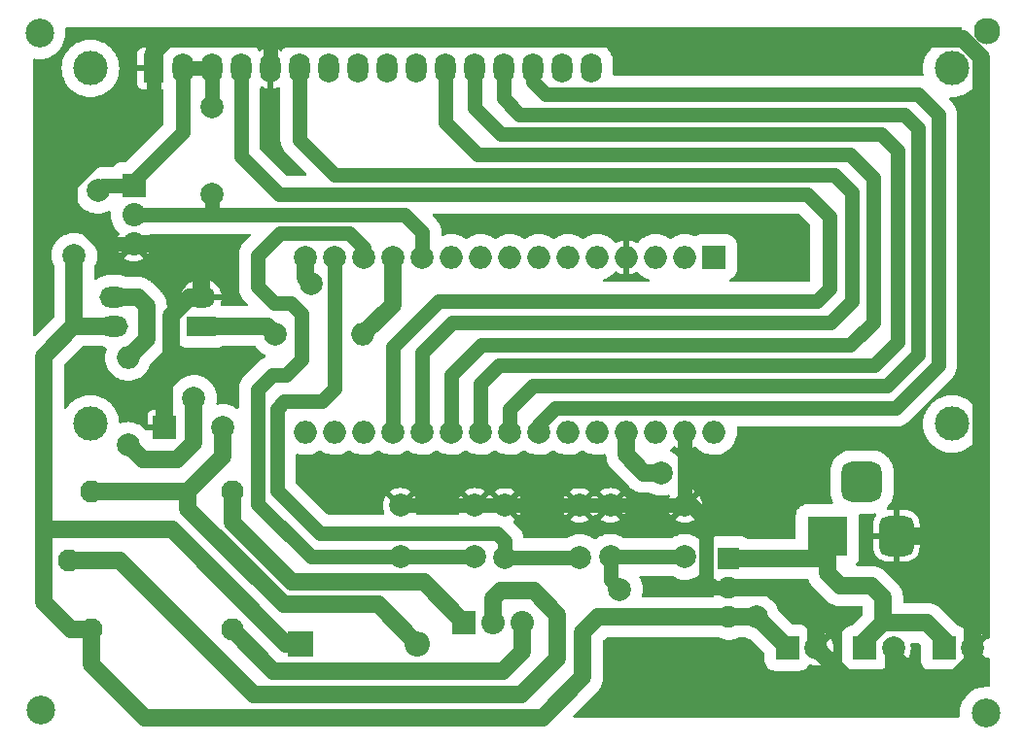
<source format=gbr>
%TF.GenerationSoftware,KiCad,Pcbnew,(6.0.0)*%
%TF.CreationDate,2022-01-31T16:35:00+07:00*%
%TF.ProjectId,eggmodel_V1,6567676d-6f64-4656-9c5f-56312e6b6963,rev?*%
%TF.SameCoordinates,Original*%
%TF.FileFunction,Copper,L1,Top*%
%TF.FilePolarity,Positive*%
%FSLAX46Y46*%
G04 Gerber Fmt 4.6, Leading zero omitted, Abs format (unit mm)*
G04 Created by KiCad (PCBNEW (6.0.0)) date 2022-01-31 16:35:00*
%MOMM*%
%LPD*%
G01*
G04 APERTURE LIST*
G04 Aperture macros list*
%AMRoundRect*
0 Rectangle with rounded corners*
0 $1 Rounding radius*
0 $2 $3 $4 $5 $6 $7 $8 $9 X,Y pos of 4 corners*
0 Add a 4 corners polygon primitive as box body*
4,1,4,$2,$3,$4,$5,$6,$7,$8,$9,$2,$3,0*
0 Add four circle primitives for the rounded corners*
1,1,$1+$1,$2,$3*
1,1,$1+$1,$4,$5*
1,1,$1+$1,$6,$7*
1,1,$1+$1,$8,$9*
0 Add four rect primitives between the rounded corners*
20,1,$1+$1,$2,$3,$4,$5,0*
20,1,$1+$1,$4,$5,$6,$7,0*
20,1,$1+$1,$6,$7,$8,$9,0*
20,1,$1+$1,$8,$9,$2,$3,0*%
G04 Aperture macros list end*
%TA.AperFunction,ComponentPad*%
%ADD10C,2.000000*%
%TD*%
%TA.AperFunction,ComponentPad*%
%ADD11O,2.000000X2.000000*%
%TD*%
%TA.AperFunction,ComponentPad*%
%ADD12C,3.000000*%
%TD*%
%TA.AperFunction,ComponentPad*%
%ADD13R,1.800000X2.600000*%
%TD*%
%TA.AperFunction,ComponentPad*%
%ADD14O,1.800000X2.600000*%
%TD*%
%TA.AperFunction,ComponentPad*%
%ADD15R,2.000000X2.000000*%
%TD*%
%TA.AperFunction,ComponentPad*%
%ADD16O,1.600000X1.600000*%
%TD*%
%TA.AperFunction,ComponentPad*%
%ADD17R,2.040000X2.040000*%
%TD*%
%TA.AperFunction,ComponentPad*%
%ADD18C,2.040000*%
%TD*%
%TA.AperFunction,ComponentPad*%
%ADD19C,1.950000*%
%TD*%
%TA.AperFunction,ComponentPad*%
%ADD20R,2.500000X1.800000*%
%TD*%
%TA.AperFunction,ComponentPad*%
%ADD21O,2.500000X1.800000*%
%TD*%
%TA.AperFunction,ComponentPad*%
%ADD22R,1.910000X1.910000*%
%TD*%
%TA.AperFunction,ComponentPad*%
%ADD23C,1.910000*%
%TD*%
%TA.AperFunction,ComponentPad*%
%ADD24R,2.200000X2.200000*%
%TD*%
%TA.AperFunction,ComponentPad*%
%ADD25O,2.200000X2.200000*%
%TD*%
%TA.AperFunction,ComponentPad*%
%ADD26R,3.500000X3.500000*%
%TD*%
%TA.AperFunction,ComponentPad*%
%ADD27RoundRect,0.750000X0.750000X1.000000X-0.750000X1.000000X-0.750000X-1.000000X0.750000X-1.000000X0*%
%TD*%
%TA.AperFunction,ComponentPad*%
%ADD28RoundRect,0.875000X0.875000X0.875000X-0.875000X0.875000X-0.875000X-0.875000X0.875000X-0.875000X0*%
%TD*%
%TA.AperFunction,ViaPad*%
%ADD29C,2.500000*%
%TD*%
%TA.AperFunction,ViaPad*%
%ADD30C,2.300000*%
%TD*%
%TA.AperFunction,ViaPad*%
%ADD31C,2.000000*%
%TD*%
%TA.AperFunction,Conductor*%
%ADD32C,1.300000*%
%TD*%
%TA.AperFunction,Conductor*%
%ADD33C,1.500000*%
%TD*%
G04 APERTURE END LIST*
D10*
%TO.P,R2,1*%
%TO.N,Net-(R2-Pad1)*%
X131460000Y-74950000D03*
D11*
%TO.P,R2,2*%
%TO.N,D9*%
X139080000Y-74950000D03*
%TD*%
D12*
%TO.P,DS1,*%
%TO.N,*%
X115340900Y-82763200D03*
X190340000Y-51762500D03*
X190339480Y-82763200D03*
X115340900Y-51762500D03*
D13*
%TO.P,DS1,1,VSS*%
%TO.N,GND*%
X120840000Y-51762500D03*
D14*
%TO.P,DS1,2,VDD*%
%TO.N,VCC*%
X123380000Y-51762500D03*
%TO.P,DS1,3,VO*%
X125920000Y-51762500D03*
%TO.P,DS1,4,RS*%
%TO.N,A0*%
X128460000Y-51762500D03*
%TO.P,DS1,5,R/W*%
%TO.N,GND*%
X131000000Y-51762500D03*
%TO.P,DS1,6,E*%
%TO.N,A1*%
X133540000Y-51762500D03*
%TO.P,DS1,7,D0*%
%TO.N,unconnected-(DS1-Pad7)*%
X136080000Y-51762500D03*
%TO.P,DS1,8,D1*%
%TO.N,unconnected-(DS1-Pad8)*%
X138620000Y-51762500D03*
%TO.P,DS1,9,D2*%
%TO.N,unconnected-(DS1-Pad9)*%
X141160000Y-51762500D03*
%TO.P,DS1,10,D3*%
%TO.N,unconnected-(DS1-Pad10)*%
X143700000Y-51762500D03*
%TO.P,DS1,11,D4*%
%TO.N,A2*%
X146240000Y-51762500D03*
%TO.P,DS1,12,D5*%
%TO.N,A3*%
X148780000Y-51762500D03*
%TO.P,DS1,13,D6*%
%TO.N,A4*%
X151320000Y-51762500D03*
%TO.P,DS1,14,D7*%
%TO.N,A5*%
X153860000Y-51762500D03*
%TO.P,DS1,15,LED(+)*%
%TO.N,unconnected-(DS1-Pad15)*%
X156400000Y-51762500D03*
%TO.P,DS1,16,LED(-)*%
%TO.N,unconnected-(DS1-Pad16)*%
X158940000Y-51762500D03*
%TD*%
D15*
%TO.P,A1,1,D1/TX*%
%TO.N,unconnected-(A1-Pad1)*%
X169620000Y-68220000D03*
D11*
%TO.P,A1,2,D0/RX*%
%TO.N,unconnected-(A1-Pad2)*%
X167080000Y-68220000D03*
%TO.P,A1,3,~{RESET}*%
%TO.N,unconnected-(A1-Pad3)*%
X164540000Y-68220000D03*
%TO.P,A1,4,GND*%
%TO.N,GND*%
X162000000Y-68220000D03*
%TO.P,A1,5,D2*%
%TO.N,unconnected-(A1-Pad5)*%
X159460000Y-68220000D03*
%TO.P,A1,6,D3*%
%TO.N,unconnected-(A1-Pad6)*%
X156920000Y-68220000D03*
%TO.P,A1,7,D4*%
%TO.N,unconnected-(A1-Pad7)*%
X154380000Y-68220000D03*
%TO.P,A1,8,D5*%
%TO.N,unconnected-(A1-Pad8)*%
X151840000Y-68220000D03*
%TO.P,A1,9,D6*%
%TO.N,unconnected-(A1-Pad9)*%
X149300000Y-68220000D03*
%TO.P,A1,10,D7*%
%TO.N,unconnected-(A1-Pad10)*%
X146760000Y-68220000D03*
D16*
%TO.P,A1,11,D8*%
%TO.N,D8*%
X144220000Y-68220000D03*
%TO.P,A1,12,D9*%
%TO.N,D9*%
X141680000Y-68220000D03*
%TO.P,A1,13,D10*%
%TO.N,D10*%
X139140000Y-68220000D03*
%TO.P,A1,14,D11*%
%TO.N,D11*%
X136600000Y-68220000D03*
%TO.P,A1,15,D12*%
%TO.N,D12*%
X134060000Y-68220000D03*
D11*
%TO.P,A1,16,D13*%
%TO.N,unconnected-(A1-Pad16)*%
X134060000Y-83460000D03*
%TO.P,A1,17,3V3*%
%TO.N,unconnected-(A1-Pad17)*%
X136600000Y-83460000D03*
%TO.P,A1,18,AREF*%
%TO.N,unconnected-(A1-Pad18)*%
X139140000Y-83460000D03*
D16*
%TO.P,A1,19,A0*%
%TO.N,A0*%
X141680000Y-83460000D03*
%TO.P,A1,20,A1*%
%TO.N,A1*%
X144220000Y-83460000D03*
%TO.P,A1,21,A2*%
%TO.N,A2*%
X146760000Y-83460000D03*
%TO.P,A1,22,A3*%
%TO.N,A3*%
X149300000Y-83460000D03*
%TO.P,A1,23,A4*%
%TO.N,A4*%
X151840000Y-83460000D03*
%TO.P,A1,24,A5*%
%TO.N,A5*%
X154380000Y-83460000D03*
D11*
%TO.P,A1,25,A6*%
%TO.N,unconnected-(A1-Pad25)*%
X156920000Y-83460000D03*
%TO.P,A1,26,A7*%
%TO.N,unconnected-(A1-Pad26)*%
X159460000Y-83460000D03*
%TO.P,A1,27,+5V*%
%TO.N,VCC*%
X162000000Y-83460000D03*
%TO.P,A1,28,~{RESET}*%
%TO.N,unconnected-(A1-Pad28)*%
X164540000Y-83460000D03*
%TO.P,A1,29,GND*%
%TO.N,GND*%
X167080000Y-83460000D03*
%TO.P,A1,30,VIN*%
%TO.N,unconnected-(A1-Pad30)*%
X169620000Y-83460000D03*
%TD*%
D10*
%TO.P,SW3,1,1*%
%TO.N,GND*%
X167100000Y-89850000D03*
X160600000Y-89850000D03*
%TO.P,SW3,2,2*%
%TO.N,D12*%
X167100000Y-94350000D03*
X160600000Y-94350000D03*
%TD*%
D17*
%TO.P,J2,1,1*%
%TO.N,Net-(J2-Pad1)*%
X147838500Y-100040000D03*
D18*
%TO.P,J2,2,2*%
%TO.N,Net-(J2-Pad2)*%
X150378500Y-100040000D03*
%TO.P,J2,3,3*%
%TO.N,Net-(J2-Pad3)*%
X152918500Y-100040000D03*
%TD*%
D15*
%TO.P,C1,1*%
%TO.N,Net-(C1-Pad1)*%
X182747621Y-102320000D03*
D10*
%TO.P,C1,2*%
%TO.N,GND*%
X185247621Y-102320000D03*
%TD*%
D15*
%TO.P,Q1,1,E*%
%TO.N,GND*%
X121810000Y-83040000D03*
D10*
%TO.P,Q1,2,B*%
%TO.N,Net-(Q1-Pad2)*%
X124350000Y-80500000D03*
%TO.P,Q1,3,C*%
%TO.N,Net-(D1-Pad2)*%
X126890000Y-83040000D03*
%TD*%
D15*
%TO.P,C2,1*%
%TO.N,Net-(C1-Pad1)*%
X189647621Y-102320000D03*
D10*
%TO.P,C2,2*%
%TO.N,GND*%
X192147621Y-102320000D03*
%TD*%
D17*
%TO.P,J1,1,1*%
%TO.N,VCC*%
X119120000Y-61988500D03*
D18*
%TO.P,J1,2,2*%
%TO.N,D8*%
X119120000Y-64528500D03*
%TO.P,J1,3,3*%
%TO.N,GND*%
X119120000Y-67068500D03*
%TD*%
D10*
%TO.P,R1,1*%
%TO.N,VCC*%
X125910000Y-55122500D03*
%TO.P,R1,2*%
%TO.N,D8*%
X125910000Y-62742500D03*
%TD*%
D19*
%TO.P,K1,COIL1*%
%TO.N,VCC*%
X115460000Y-100670000D03*
%TO.P,K1,COIL2*%
%TO.N,Net-(D1-Pad2)*%
X115460000Y-88670000D03*
%TO.P,K1,COM*%
%TO.N,Net-(J2-Pad2)*%
X113460000Y-94670000D03*
%TO.P,K1,NC*%
%TO.N,Net-(J2-Pad1)*%
X127660000Y-88670000D03*
%TO.P,K1,NO*%
%TO.N,Net-(J2-Pad3)*%
X127660000Y-100670000D03*
%TD*%
D10*
%TO.P,R3,1*%
%TO.N,Net-(Q1-Pad2)*%
X118620000Y-84600000D03*
D11*
%TO.P,R3,2*%
%TO.N,Net-(R3-Pad2)*%
X118620000Y-76980000D03*
%TD*%
D20*
%TO.P,U1,1*%
%TO.N,Net-(R2-Pad1)*%
X125020000Y-74215000D03*
D21*
%TO.P,U1,2*%
%TO.N,GND*%
X125020000Y-71675000D03*
%TO.P,U1,3*%
%TO.N,Net-(R3-Pad2)*%
X117400000Y-71675000D03*
%TO.P,U1,4*%
%TO.N,VCC*%
X117400000Y-74215000D03*
%TD*%
D15*
%TO.P,C3,1*%
%TO.N,VCC*%
X176017621Y-102270000D03*
D10*
%TO.P,C3,2*%
%TO.N,GND*%
X178517621Y-102270000D03*
%TD*%
D22*
%TO.P,U2,1,INPUT*%
%TO.N,Net-(C1-Pad1)*%
X170920000Y-94510000D03*
D23*
%TO.P,U2,2,GROUND*%
%TO.N,GND*%
X170920000Y-97060000D03*
%TO.P,U2,3,OUTPUT*%
%TO.N,VCC*%
X170920000Y-99610000D03*
%TD*%
D24*
%TO.P,D1,1,K*%
%TO.N,VCC*%
X133610000Y-101900000D03*
D25*
%TO.P,D1,2,A*%
%TO.N,Net-(D1-Pad2)*%
X143770000Y-101900000D03*
%TD*%
D10*
%TO.P,SW1,1,1*%
%TO.N,GND*%
X142310000Y-89850000D03*
X148810000Y-89850000D03*
%TO.P,SW1,2,2*%
%TO.N,D10*%
X142310000Y-94350000D03*
X148810000Y-94350000D03*
%TD*%
%TO.P,SW2,1,1*%
%TO.N,GND*%
X151420000Y-89870000D03*
X157920000Y-89870000D03*
%TO.P,SW2,2,2*%
%TO.N,D11*%
X157920000Y-94370000D03*
X151420000Y-94370000D03*
%TD*%
D26*
%TO.P,J3,1*%
%TO.N,Net-(C1-Pad1)*%
X179510000Y-92507500D03*
D27*
%TO.P,J3,2*%
%TO.N,GND*%
X185510000Y-92507500D03*
D28*
%TO.P,J3,3*%
%TO.N,N/C*%
X182510000Y-87807500D03*
%TD*%
D29*
%TO.N,*%
X193290000Y-107950000D03*
X110900000Y-48700000D03*
X111040000Y-107720000D03*
D30*
X193370000Y-48500000D03*
D31*
%TO.N,A0*%
X141680000Y-83460000D03*
%TO.N,A1*%
X144220000Y-83460000D03*
%TO.N,A2*%
X146760000Y-83460000D03*
%TO.N,A3*%
X149300000Y-83460000D03*
%TO.N,A4*%
X151840000Y-83460000D03*
%TO.N,A5*%
X154380000Y-83460000D03*
%TO.N,D8*%
X144220000Y-68220000D03*
%TO.N,VCC*%
X113940000Y-68110000D03*
X165070000Y-87020000D03*
X173320000Y-99610000D03*
X115990000Y-62420000D03*
%TO.N,D9*%
X141680000Y-68220000D03*
%TO.N,D10*%
X139140000Y-68220000D03*
%TO.N,D11*%
X136600000Y-68220000D03*
%TO.N,D12*%
X134560000Y-70560000D03*
X134060000Y-68220000D03*
X161420000Y-97200000D03*
%TD*%
D32*
%TO.N,A0*%
X128460000Y-51762500D02*
X128460000Y-59480000D01*
X179680000Y-64720000D02*
X179680000Y-70960000D01*
X141680000Y-76020000D02*
X141680000Y-83460000D01*
X131760000Y-62780000D02*
X177740000Y-62780000D01*
X178610000Y-72030000D02*
X145670000Y-72030000D01*
X145670000Y-72030000D02*
X141680000Y-76020000D01*
X179680000Y-70960000D02*
X178610000Y-72030000D01*
X128460000Y-59480000D02*
X131760000Y-62780000D01*
X177740000Y-62780000D02*
X179680000Y-64720000D01*
D33*
%TO.N,GND*%
X185247621Y-102320000D02*
X185247621Y-104557621D01*
X170920000Y-97060000D02*
X176710000Y-97060000D01*
X191271633Y-49230000D02*
X130400000Y-49230000D01*
X123390000Y-67030000D02*
X123351500Y-67068500D01*
D32*
X113520000Y-61930000D02*
X113520000Y-64237000D01*
D33*
X190678991Y-104920000D02*
X185610000Y-104920000D01*
X192147621Y-102320000D02*
X192147621Y-103451370D01*
D32*
X157920000Y-89870000D02*
X160580000Y-89870000D01*
D33*
X176710000Y-97060000D02*
X178517621Y-98867621D01*
X192147621Y-94627621D02*
X192147621Y-102320000D01*
X178517621Y-98867621D02*
X178517621Y-102270000D01*
X123995000Y-71675000D02*
X125020000Y-71675000D01*
D32*
X167080000Y-89830000D02*
X167100000Y-89850000D01*
X131000000Y-49830000D02*
X131000000Y-51762500D01*
D33*
X185510000Y-92507500D02*
X190027500Y-92507500D01*
D32*
X151420000Y-89870000D02*
X148830000Y-89870000D01*
D33*
X122380000Y-73290000D02*
X123995000Y-71675000D01*
X190027500Y-87732500D02*
X192870000Y-84890000D01*
D32*
X157920000Y-89870000D02*
X151420000Y-89870000D01*
D33*
X192870000Y-50828367D02*
X191271633Y-49230000D01*
D32*
X160580000Y-89870000D02*
X160600000Y-89850000D01*
X148830000Y-89870000D02*
X148810000Y-89850000D01*
X169569427Y-97060000D02*
X170920000Y-97060000D01*
D33*
X122020000Y-49230000D02*
X130400000Y-49230000D01*
D32*
X142310000Y-89850000D02*
X148810000Y-89850000D01*
D33*
X190027500Y-92507500D02*
X190027500Y-87732500D01*
D32*
X167100000Y-89850000D02*
X160600000Y-89850000D01*
X120840000Y-51762500D02*
X120840000Y-50410000D01*
X167100000Y-89850000D02*
X167750000Y-89850000D01*
X168949511Y-96440084D02*
X169569427Y-97060000D01*
D33*
X125020000Y-71675000D02*
X125020000Y-68660000D01*
X190027500Y-92507500D02*
X192147621Y-94627621D01*
D32*
X116351500Y-67068500D02*
X119120000Y-67068500D01*
D33*
X120840000Y-50410000D02*
X122020000Y-49230000D01*
X192870000Y-84890000D02*
X192870000Y-50828367D01*
D32*
X120840000Y-51762500D02*
X120840000Y-56380000D01*
X118110000Y-59110000D02*
X116340000Y-59110000D01*
X168949511Y-91049511D02*
X168949511Y-96440084D01*
X113520000Y-64237000D02*
X116351500Y-67068500D01*
D33*
X123351500Y-67068500D02*
X119120000Y-67068500D01*
D32*
X116340000Y-59110000D02*
X113520000Y-61930000D01*
D33*
X185247621Y-104557621D02*
X185610000Y-104920000D01*
X192147621Y-103451370D02*
X190678991Y-104920000D01*
D32*
X167080000Y-83460000D02*
X167080000Y-89830000D01*
D33*
X185610000Y-104920000D02*
X181167621Y-104920000D01*
D32*
X167750000Y-89850000D02*
X168949511Y-91049511D01*
D33*
X121810000Y-78460000D02*
X122380000Y-77890000D01*
D32*
X120840000Y-56380000D02*
X118110000Y-59110000D01*
D33*
X121810000Y-83040000D02*
X121810000Y-78460000D01*
X181167621Y-104920000D02*
X178517621Y-102270000D01*
X122380000Y-77890000D02*
X122380000Y-73290000D01*
X125020000Y-68660000D02*
X123390000Y-67030000D01*
D32*
%TO.N,A1*%
X144220000Y-76560000D02*
X146850000Y-73930000D01*
X146850000Y-73930000D02*
X179730000Y-73930000D01*
X136630000Y-61070000D02*
X133540000Y-57980000D01*
X179730000Y-73930000D02*
X181640000Y-72020000D01*
X180120000Y-61070000D02*
X136630000Y-61070000D01*
X181640000Y-72020000D02*
X181640000Y-62590000D01*
X144220000Y-83460000D02*
X144220000Y-76560000D01*
X181640000Y-62590000D02*
X180120000Y-61070000D01*
X133540000Y-57980000D02*
X133540000Y-51762500D01*
%TO.N,A2*%
X183470000Y-73880000D02*
X183470000Y-61260000D01*
X149360000Y-75850000D02*
X181500000Y-75850000D01*
X146760000Y-83460000D02*
X146760000Y-78450000D01*
X149020000Y-59280000D02*
X146240000Y-56500000D01*
X146240000Y-56500000D02*
X146240000Y-51762500D01*
X146760000Y-78450000D02*
X149360000Y-75850000D01*
X183470000Y-61260000D02*
X181490000Y-59280000D01*
X181490000Y-59280000D02*
X149020000Y-59280000D01*
X181500000Y-75850000D02*
X183470000Y-73880000D01*
%TO.N,A3*%
X185580000Y-58940000D02*
X185580000Y-75650000D01*
X150870000Y-77640000D02*
X149300000Y-79210000D01*
X183590000Y-77640000D02*
X150870000Y-77640000D01*
X149300000Y-79210000D02*
X149300000Y-83460000D01*
X148780000Y-51762500D02*
X148780000Y-55240000D01*
X148780000Y-55240000D02*
X151070000Y-57530000D01*
X185580000Y-75650000D02*
X183590000Y-77640000D01*
X184170000Y-57530000D02*
X185580000Y-58940000D01*
X151070000Y-57530000D02*
X184170000Y-57530000D01*
%TO.N,A4*%
X187390000Y-76730000D02*
X187390000Y-57000000D01*
X152710000Y-55780000D02*
X151320000Y-54390000D01*
X153860000Y-79440000D02*
X184680000Y-79440000D01*
X187390000Y-57000000D02*
X186170000Y-55780000D01*
X151840000Y-83460000D02*
X151840000Y-81460000D01*
X184680000Y-79440000D02*
X187390000Y-76730000D01*
X186170000Y-55780000D02*
X152710000Y-55780000D01*
X151320000Y-54390000D02*
X151320000Y-51762500D01*
X151840000Y-81460000D02*
X153860000Y-79440000D01*
%TO.N,A5*%
X153860000Y-51762500D02*
X153860000Y-52960000D01*
X189130000Y-77630000D02*
X185420000Y-81340000D01*
X155830000Y-81340000D02*
X154380000Y-82790000D01*
X153860000Y-52960000D02*
X154950000Y-54050000D01*
X154380000Y-82790000D02*
X154380000Y-83460000D01*
X154950000Y-54050000D02*
X187370000Y-54050000D01*
X187370000Y-54050000D02*
X189130000Y-55810000D01*
X185420000Y-81340000D02*
X155830000Y-81340000D01*
X189130000Y-55810000D02*
X189130000Y-77630000D01*
%TO.N,D8*%
X119120000Y-64528500D02*
X125908500Y-64528500D01*
X125910000Y-64527000D02*
X125910000Y-62742500D01*
X125908500Y-64528500D02*
X142698500Y-64528500D01*
X144230000Y-66060000D02*
X144220000Y-66070000D01*
X125908500Y-64528500D02*
X125910000Y-64527000D01*
X142698500Y-64528500D02*
X144230000Y-66060000D01*
X144220000Y-66070000D02*
X144220000Y-68220000D01*
D33*
%TO.N,VCC*%
X115460000Y-100670000D02*
X115460000Y-103690000D01*
X154720000Y-108340000D02*
X158220000Y-104840000D01*
X133610000Y-101900000D02*
X132370000Y-101900000D01*
X162000000Y-85470000D02*
X163460000Y-86930000D01*
X158220000Y-104840000D02*
X158220000Y-100930000D01*
D32*
X123380000Y-51762500D02*
X125920000Y-51762500D01*
D33*
X173320000Y-99610000D02*
X173357621Y-99610000D01*
X113975000Y-74215000D02*
X117400000Y-74215000D01*
X115460000Y-103690000D02*
X120110000Y-108340000D01*
D32*
X123380000Y-57330000D02*
X119120000Y-61590000D01*
D33*
X113940000Y-74180000D02*
X113975000Y-74215000D01*
X159540000Y-99610000D02*
X170920000Y-99610000D01*
X132370000Y-101900000D02*
X122450000Y-91980000D01*
D32*
X125920000Y-55112500D02*
X125910000Y-55122500D01*
D33*
X170920000Y-99610000D02*
X173320000Y-99610000D01*
X163460000Y-86930000D02*
X163550000Y-87020000D01*
X113940000Y-74180000D02*
X113940000Y-68110000D01*
X162000000Y-83460000D02*
X162000000Y-85470000D01*
D32*
X119120000Y-61988500D02*
X116421500Y-61988500D01*
D33*
X122450000Y-91980000D02*
X111560000Y-91980000D01*
X120110000Y-108340000D02*
X154720000Y-108340000D01*
X173357621Y-99610000D02*
X176017621Y-102270000D01*
D32*
X123380000Y-51762500D02*
X123380000Y-57330000D01*
X125920000Y-51762500D02*
X125920000Y-55112500D01*
D33*
X111270000Y-76850000D02*
X113940000Y-74180000D01*
X111560000Y-91980000D02*
X111270000Y-92270000D01*
X113670000Y-100670000D02*
X111270000Y-98270000D01*
X115460000Y-100670000D02*
X113670000Y-100670000D01*
D32*
X119120000Y-61590000D02*
X119120000Y-61988500D01*
D33*
X111270000Y-98270000D02*
X111270000Y-92270000D01*
X163550000Y-87020000D02*
X165070000Y-87020000D01*
X158220000Y-100930000D02*
X159540000Y-99610000D01*
D32*
X116421500Y-61988500D02*
X115990000Y-62420000D01*
D33*
X111270000Y-92270000D02*
X111270000Y-76850000D01*
%TO.N,D9*%
X141680000Y-70340000D02*
X141680000Y-68220000D01*
X139080000Y-74950000D02*
X141640000Y-72390000D01*
X141640000Y-70380000D02*
X141680000Y-70340000D01*
X141640000Y-72390000D02*
X141640000Y-70380000D01*
D32*
%TO.N,D10*%
X131890000Y-66090000D02*
X137850000Y-66090000D01*
X129910000Y-68070000D02*
X131890000Y-66090000D01*
X133740000Y-77130000D02*
X133740000Y-73160000D01*
X129910000Y-70820000D02*
X129910000Y-68070000D01*
X131300000Y-72210000D02*
X129910000Y-70820000D01*
X142310000Y-94350000D02*
X134550000Y-94350000D01*
X134550000Y-94350000D02*
X129910000Y-89710000D01*
X142310000Y-94350000D02*
X148810000Y-94350000D01*
X129910000Y-89710000D02*
X129910000Y-79760000D01*
X139140000Y-67380000D02*
X139140000Y-68220000D01*
X133740000Y-73160000D02*
X132790000Y-72210000D01*
X132790000Y-72210000D02*
X131300000Y-72210000D01*
X129910000Y-79760000D02*
X131160000Y-78510000D01*
X137850000Y-66090000D02*
X139140000Y-67380000D01*
X132360000Y-78510000D02*
X133740000Y-77130000D01*
X131160000Y-78510000D02*
X132360000Y-78510000D01*
%TO.N,D11*%
X136600000Y-68220000D02*
X136600000Y-79670000D01*
X131580000Y-88580000D02*
X135300000Y-92300000D01*
X136600000Y-79670000D02*
X135470000Y-80800000D01*
X135470000Y-80800000D02*
X132200000Y-80800000D01*
X151420000Y-94370000D02*
X157920000Y-94370000D01*
X132200000Y-80800000D02*
X131580000Y-81420000D01*
X131580000Y-81420000D02*
X131580000Y-88580000D01*
X150764213Y-92300000D02*
X151420000Y-92955787D01*
X135300000Y-92300000D02*
X150764213Y-92300000D01*
X151420000Y-92955787D02*
X151420000Y-94370000D01*
%TO.N,D12*%
X160600000Y-96380000D02*
X161420000Y-97200000D01*
D33*
X134060000Y-70060000D02*
X134560000Y-70560000D01*
D32*
X167100000Y-94350000D02*
X160600000Y-94350000D01*
X160600000Y-94350000D02*
X160600000Y-96380000D01*
D33*
X134060000Y-68220000D02*
X134060000Y-70060000D01*
%TO.N,Net-(D1-Pad2)*%
X143770000Y-101900000D02*
X140380000Y-98510000D01*
X126890000Y-85620000D02*
X123840000Y-88670000D01*
X140380000Y-98510000D02*
X132160000Y-98510000D01*
X123840000Y-90190000D02*
X123840000Y-88670000D01*
X132160000Y-98510000D02*
X123840000Y-90190000D01*
X123840000Y-88670000D02*
X115460000Y-88670000D01*
X126890000Y-83040000D02*
X126890000Y-85620000D01*
%TO.N,Net-(J2-Pad1)*%
X132880000Y-96560000D02*
X144358500Y-96560000D01*
X127660000Y-91340000D02*
X132880000Y-96560000D01*
X127660000Y-88670000D02*
X127660000Y-91340000D01*
X144358500Y-96560000D02*
X147838500Y-100040000D01*
%TO.N,Net-(J2-Pad2)*%
X156020000Y-103210000D02*
X156020000Y-99370000D01*
X129550000Y-106350000D02*
X152880000Y-106350000D01*
X151070000Y-97310000D02*
X150378500Y-98001500D01*
X117870000Y-94670000D02*
X129550000Y-106350000D01*
X153960000Y-97310000D02*
X151070000Y-97310000D01*
X156020000Y-99370000D02*
X153960000Y-97310000D01*
X113460000Y-94670000D02*
X117870000Y-94670000D01*
X150378500Y-98001500D02*
X150378500Y-100040000D01*
X152880000Y-106350000D02*
X156020000Y-103210000D01*
%TO.N,Net-(J2-Pad3)*%
X127660000Y-100670000D02*
X131280000Y-104290000D01*
X131280000Y-104290000D02*
X151280000Y-104290000D01*
X151280000Y-104290000D02*
X152930000Y-102640000D01*
X152930000Y-102640000D02*
X152918500Y-102628500D01*
X152918500Y-102628500D02*
X152918500Y-100040000D01*
%TO.N,Net-(Q1-Pad2)*%
X118620000Y-84600000D02*
X119900000Y-85880000D01*
X122880000Y-85880000D02*
X124350000Y-84410000D01*
X124350000Y-84410000D02*
X124350000Y-80500000D01*
X119900000Y-85880000D02*
X122880000Y-85880000D01*
%TO.N,Net-(R2-Pad1)*%
X125020000Y-74215000D02*
X130725000Y-74215000D01*
X130725000Y-74215000D02*
X131460000Y-74950000D01*
%TO.N,Net-(R3-Pad2)*%
X120240000Y-72465000D02*
X120240000Y-75360000D01*
X120240000Y-75360000D02*
X118620000Y-76980000D01*
X117400000Y-71675000D02*
X119450000Y-71675000D01*
X119450000Y-71675000D02*
X120240000Y-72465000D01*
%TO.N,Net-(C1-Pad1)*%
X180650000Y-96880000D02*
X183320000Y-96880000D01*
X179510000Y-95740000D02*
X180650000Y-96880000D01*
X188140000Y-100100000D02*
X184340000Y-100100000D01*
X184340000Y-100100000D02*
X182747621Y-101692379D01*
X189647621Y-102320000D02*
X189647621Y-101607621D01*
X184340000Y-97900000D02*
X184340000Y-100100000D01*
X189647621Y-101607621D02*
X188140000Y-100100000D01*
X179510000Y-92507500D02*
X179510000Y-94630000D01*
X182747621Y-101692379D02*
X182747621Y-102320000D01*
X179390000Y-94510000D02*
X179510000Y-94630000D01*
X179510000Y-94630000D02*
X179510000Y-95740000D01*
X183320000Y-96880000D02*
X184340000Y-97900000D01*
X170920000Y-94510000D02*
X179390000Y-94510000D01*
%TD*%
%TA.AperFunction,Conductor*%
%TO.N,GND*%
G36*
X192899787Y-50603613D02*
G01*
X192904021Y-50604261D01*
X192904026Y-50604262D01*
X193185388Y-50647316D01*
X193185390Y-50647316D01*
X193189630Y-50647965D01*
X193338874Y-50650310D01*
X193478520Y-50652504D01*
X193478526Y-50652504D01*
X193482811Y-50652571D01*
X193487990Y-50651944D01*
X193488870Y-50651838D01*
X193489432Y-50651932D01*
X193491354Y-50651831D01*
X193491376Y-50652256D01*
X193558900Y-50663515D01*
X193611499Y-50711200D01*
X193630000Y-50776926D01*
X193630000Y-101406129D01*
X193609998Y-101474250D01*
X193556342Y-101520743D01*
X193486068Y-101530847D01*
X193421488Y-101501353D01*
X193396568Y-101471965D01*
X193390188Y-101461554D01*
X193379731Y-101452093D01*
X193370955Y-101455876D01*
X192519643Y-102307188D01*
X192512029Y-102321132D01*
X192512160Y-102322965D01*
X192516411Y-102329580D01*
X193367911Y-103181080D01*
X193380291Y-103187840D01*
X193387940Y-103182114D01*
X193396568Y-103168035D01*
X193449216Y-103120404D01*
X193519258Y-103108798D01*
X193584455Y-103136902D01*
X193624109Y-103195793D01*
X193630000Y-103233871D01*
X193630000Y-105582427D01*
X193609998Y-105650548D01*
X193556342Y-105697041D01*
X193495759Y-105708157D01*
X193294119Y-105694941D01*
X193290000Y-105694671D01*
X193285881Y-105694941D01*
X192999735Y-105713696D01*
X192999731Y-105713697D01*
X192995620Y-105713966D01*
X192991580Y-105714770D01*
X192991577Y-105714770D01*
X192710328Y-105770713D01*
X192710322Y-105770715D01*
X192706278Y-105771519D01*
X192702372Y-105772845D01*
X192702368Y-105772846D01*
X192447476Y-105859371D01*
X192426923Y-105866348D01*
X192423230Y-105868169D01*
X192423228Y-105868170D01*
X192166040Y-105995001D01*
X192166035Y-105995004D01*
X192162336Y-105996828D01*
X191917043Y-106160727D01*
X191913949Y-106163441D01*
X191913943Y-106163445D01*
X191708126Y-106343943D01*
X191695242Y-106355242D01*
X191692533Y-106358331D01*
X191503445Y-106573943D01*
X191503441Y-106573949D01*
X191500727Y-106577043D01*
X191336828Y-106822336D01*
X191335004Y-106826035D01*
X191335001Y-106826040D01*
X191317848Y-106860823D01*
X191206348Y-107086923D01*
X191111519Y-107366278D01*
X191110715Y-107370322D01*
X191110713Y-107370328D01*
X191054770Y-107651577D01*
X191053966Y-107655620D01*
X191034671Y-107950000D01*
X191050800Y-108196068D01*
X191051435Y-108205759D01*
X191035931Y-108275042D01*
X190985432Y-108324945D01*
X190925705Y-108340000D01*
X157499771Y-108340000D01*
X157431650Y-108319998D01*
X157385157Y-108266342D01*
X157375053Y-108196068D01*
X157404547Y-108131488D01*
X157410676Y-108124905D01*
X159419131Y-106116450D01*
X159424325Y-106111542D01*
X159479243Y-106062526D01*
X159479245Y-106062524D01*
X159482735Y-106059409D01*
X159555531Y-105971881D01*
X159556874Y-105970295D01*
X159588627Y-105933445D01*
X159631096Y-105884157D01*
X159634876Y-105878165D01*
X159644566Y-105864829D01*
X159649105Y-105859371D01*
X159651527Y-105855380D01*
X159651534Y-105855370D01*
X159708129Y-105762106D01*
X159709285Y-105760237D01*
X159767439Y-105668066D01*
X159769933Y-105664114D01*
X159772790Y-105657622D01*
X159780400Y-105643003D01*
X159781659Y-105640929D01*
X159781660Y-105640928D01*
X159784080Y-105636939D01*
X159806939Y-105582427D01*
X159828069Y-105532038D01*
X159828937Y-105530018D01*
X159872836Y-105430248D01*
X159874720Y-105425967D01*
X159876587Y-105419120D01*
X159881951Y-105403543D01*
X159882890Y-105401305D01*
X159882892Y-105401298D01*
X159884695Y-105396999D01*
X159912694Y-105286751D01*
X159913224Y-105284737D01*
X159943156Y-105174948D01*
X159943991Y-105167898D01*
X159946992Y-105151706D01*
X159947588Y-105149359D01*
X159947590Y-105149347D01*
X159948739Y-105144823D01*
X159960128Y-105031723D01*
X159960367Y-105029538D01*
X159973188Y-104921209D01*
X159973737Y-104916571D01*
X159970559Y-104812560D01*
X159970500Y-104808712D01*
X159970500Y-101707271D01*
X159990502Y-101639150D01*
X160007405Y-101618176D01*
X160228176Y-101397405D01*
X160290488Y-101363379D01*
X160317271Y-101360500D01*
X170013080Y-101360500D01*
X170062211Y-101370473D01*
X170277306Y-101461554D01*
X170284962Y-101464796D01*
X170289255Y-101465934D01*
X170289260Y-101465936D01*
X170422838Y-101501353D01*
X170552640Y-101535769D01*
X170827648Y-101568319D01*
X171104499Y-101561794D01*
X171194174Y-101546868D01*
X171373278Y-101517057D01*
X171373282Y-101517056D01*
X171377668Y-101516326D01*
X171381909Y-101514985D01*
X171381912Y-101514984D01*
X171637460Y-101434165D01*
X171637462Y-101434164D01*
X171641706Y-101432822D01*
X171766462Y-101372915D01*
X171821001Y-101360500D01*
X172313824Y-101360500D01*
X172378812Y-101378553D01*
X172409472Y-101397012D01*
X172413567Y-101398746D01*
X172413569Y-101398747D01*
X172591877Y-101474250D01*
X172670348Y-101507478D01*
X172674641Y-101508616D01*
X172674646Y-101508618D01*
X172720377Y-101520743D01*
X172786105Y-101538170D01*
X172842907Y-101570867D01*
X173980216Y-102708176D01*
X174014242Y-102770488D01*
X174017121Y-102797271D01*
X174017121Y-103327816D01*
X174027855Y-103448087D01*
X174083880Y-103643470D01*
X174178048Y-103823596D01*
X174182079Y-103828539D01*
X174182080Y-103828540D01*
X174302483Y-103976169D01*
X174306512Y-103981109D01*
X174464025Y-104109573D01*
X174644151Y-104203741D01*
X174839534Y-104259766D01*
X174871166Y-104262589D01*
X174957012Y-104270251D01*
X174957018Y-104270251D01*
X174959805Y-104270500D01*
X177075437Y-104270500D01*
X177078224Y-104270251D01*
X177078230Y-104270251D01*
X177164076Y-104262589D01*
X177195708Y-104259766D01*
X177391091Y-104203741D01*
X177571217Y-104109573D01*
X177728730Y-103981109D01*
X177732759Y-103976169D01*
X177853162Y-103828540D01*
X177853163Y-103828539D01*
X177857194Y-103823596D01*
X177887554Y-103765523D01*
X177936839Y-103714422D01*
X178005929Y-103698078D01*
X178040659Y-103705950D01*
X178040901Y-103705204D01*
X178054994Y-103709783D01*
X178276175Y-103762885D01*
X178285922Y-103764428D01*
X178512691Y-103782275D01*
X178522551Y-103782275D01*
X178749320Y-103764428D01*
X178759067Y-103762885D01*
X178980248Y-103709783D01*
X178989633Y-103706734D01*
X179199784Y-103619687D01*
X179208579Y-103615205D01*
X179376066Y-103512568D01*
X179385528Y-103502110D01*
X179381745Y-103493334D01*
X178247506Y-102359095D01*
X178213480Y-102296783D01*
X178215315Y-102271132D01*
X178882029Y-102271132D01*
X178882160Y-102272965D01*
X178886411Y-102279580D01*
X179737911Y-103131080D01*
X179750291Y-103137840D01*
X179757941Y-103132113D01*
X179862826Y-102960958D01*
X179867308Y-102952163D01*
X179954355Y-102742012D01*
X179957404Y-102732627D01*
X180010506Y-102511446D01*
X180012049Y-102501699D01*
X180029896Y-102274930D01*
X180029896Y-102265070D01*
X180012049Y-102038301D01*
X180010506Y-102028554D01*
X179957404Y-101807373D01*
X179954355Y-101797988D01*
X179867308Y-101587837D01*
X179862826Y-101579042D01*
X179760189Y-101411555D01*
X179749731Y-101402093D01*
X179740955Y-101405876D01*
X178889643Y-102257188D01*
X178882029Y-102271132D01*
X178215315Y-102271132D01*
X178218545Y-102225968D01*
X178247506Y-102180905D01*
X179378701Y-101049710D01*
X179385461Y-101037330D01*
X179379734Y-101029680D01*
X179208579Y-100924795D01*
X179199784Y-100920313D01*
X178989633Y-100833266D01*
X178980248Y-100830217D01*
X178759067Y-100777115D01*
X178749320Y-100775572D01*
X178522551Y-100757725D01*
X178512691Y-100757725D01*
X178285922Y-100775572D01*
X178276175Y-100777115D01*
X178054994Y-100830217D01*
X178040901Y-100834796D01*
X178040406Y-100833271D01*
X177976817Y-100840094D01*
X177913337Y-100808302D01*
X177887553Y-100774476D01*
X177884830Y-100769266D01*
X177857194Y-100716404D01*
X177728730Y-100558891D01*
X177571217Y-100430427D01*
X177391091Y-100336259D01*
X177195708Y-100280234D01*
X177164076Y-100277411D01*
X177078230Y-100269749D01*
X177078224Y-100269749D01*
X177075437Y-100269500D01*
X176544892Y-100269500D01*
X176476771Y-100249498D01*
X176455797Y-100232595D01*
X175249343Y-99026141D01*
X175220226Y-98980657D01*
X175188875Y-98895675D01*
X175147920Y-98784663D01*
X175096887Y-98690082D01*
X175015506Y-98539256D01*
X175013393Y-98535340D01*
X174845078Y-98307460D01*
X174837031Y-98299285D01*
X174709428Y-98169663D01*
X174646334Y-98105570D01*
X174642794Y-98102869D01*
X174642788Y-98102863D01*
X174424667Y-97936398D01*
X174424663Y-97936395D01*
X174421126Y-97933696D01*
X174321700Y-97878015D01*
X174177837Y-97797448D01*
X174177832Y-97797445D01*
X174173947Y-97795270D01*
X174169789Y-97793662D01*
X174169784Y-97793659D01*
X173913885Y-97694659D01*
X173913879Y-97694657D01*
X173909730Y-97693052D01*
X173905398Y-97692048D01*
X173905395Y-97692047D01*
X173815386Y-97671184D01*
X173633747Y-97629082D01*
X173351503Y-97604637D01*
X173347068Y-97604881D01*
X173347064Y-97604881D01*
X173073073Y-97619960D01*
X173073066Y-97619961D01*
X173068630Y-97620205D01*
X172942992Y-97645196D01*
X172795146Y-97674604D01*
X172795141Y-97674605D01*
X172790774Y-97675474D01*
X172786571Y-97676950D01*
X172527684Y-97767864D01*
X172527681Y-97767865D01*
X172523476Y-97769342D01*
X172431788Y-97816970D01*
X172362118Y-97830622D01*
X172296125Y-97804439D01*
X172254764Y-97746735D01*
X172251166Y-97675830D01*
X172260748Y-97649330D01*
X172282633Y-97605049D01*
X172286429Y-97595461D01*
X172353358Y-97375172D01*
X172355535Y-97365102D01*
X172385824Y-97135034D01*
X172386343Y-97128359D01*
X172387932Y-97063364D01*
X172387738Y-97056646D01*
X172368726Y-96825396D01*
X172367041Y-96815216D01*
X172310953Y-96591921D01*
X172307631Y-96582164D01*
X172278461Y-96515077D01*
X172269640Y-96444630D01*
X172300307Y-96380598D01*
X172335635Y-96353172D01*
X172422942Y-96307529D01*
X172422943Y-96307528D01*
X172428596Y-96304573D01*
X172447867Y-96288856D01*
X172513299Y-96261303D01*
X172527502Y-96260500D01*
X177746938Y-96260500D01*
X177815059Y-96280502D01*
X177863556Y-96338791D01*
X177874678Y-96365977D01*
X177883570Y-96387712D01*
X177884384Y-96389752D01*
X177920100Y-96481592D01*
X177925595Y-96495723D01*
X177927915Y-96499782D01*
X177927917Y-96499786D01*
X177929116Y-96501884D01*
X177936336Y-96516686D01*
X177939025Y-96523259D01*
X177993882Y-96615465D01*
X177997160Y-96620974D01*
X177998266Y-96622871D01*
X178054701Y-96721612D01*
X178059103Y-96727196D01*
X178068427Y-96740764D01*
X178072055Y-96746861D01*
X178075012Y-96750480D01*
X178143972Y-96834884D01*
X178145348Y-96836598D01*
X178209827Y-96918388D01*
X178215777Y-96925936D01*
X178219179Y-96929136D01*
X178291601Y-96997264D01*
X178294363Y-96999944D01*
X179373550Y-98079131D01*
X179378458Y-98084325D01*
X179389924Y-98097171D01*
X179430591Y-98142735D01*
X179518119Y-98215531D01*
X179519676Y-98216850D01*
X179605843Y-98291096D01*
X179611835Y-98294876D01*
X179625171Y-98304566D01*
X179630629Y-98309105D01*
X179634620Y-98311527D01*
X179634630Y-98311534D01*
X179727894Y-98368129D01*
X179729763Y-98369285D01*
X179765133Y-98391601D01*
X179825886Y-98429933D01*
X179832378Y-98432790D01*
X179846992Y-98440398D01*
X179853061Y-98444080D01*
X179857369Y-98445887D01*
X179857370Y-98445887D01*
X179957962Y-98488069D01*
X179959982Y-98488937D01*
X180005371Y-98508908D01*
X180064033Y-98534720D01*
X180070880Y-98536587D01*
X180086457Y-98541951D01*
X180088695Y-98542890D01*
X180088702Y-98542892D01*
X180093001Y-98544695D01*
X180203249Y-98572694D01*
X180205263Y-98573224D01*
X180315052Y-98603156D01*
X180322102Y-98603991D01*
X180338294Y-98606992D01*
X180340641Y-98607588D01*
X180340653Y-98607590D01*
X180345177Y-98608739D01*
X180349823Y-98609207D01*
X180349824Y-98609207D01*
X180458277Y-98620128D01*
X180460462Y-98620367D01*
X180546578Y-98630559D01*
X180573429Y-98633737D01*
X180677440Y-98630559D01*
X180681288Y-98630500D01*
X182463500Y-98630500D01*
X182531621Y-98650502D01*
X182578114Y-98704158D01*
X182589500Y-98756500D01*
X182589500Y-99322729D01*
X182569498Y-99390850D01*
X182552595Y-99411824D01*
X181672861Y-100291558D01*
X181610549Y-100325584D01*
X181594968Y-100327964D01*
X181575505Y-100329701D01*
X181575504Y-100329701D01*
X181569534Y-100330234D01*
X181563774Y-100331886D01*
X181563772Y-100331886D01*
X181538206Y-100339217D01*
X181374151Y-100386259D01*
X181194025Y-100480427D01*
X181189082Y-100484458D01*
X181189081Y-100484459D01*
X181144906Y-100520487D01*
X181036512Y-100608891D01*
X181032483Y-100613831D01*
X180944216Y-100722058D01*
X180908048Y-100766404D01*
X180813880Y-100946530D01*
X180757855Y-101141913D01*
X180757322Y-101147886D01*
X180749272Y-101238087D01*
X180747121Y-101262184D01*
X180747121Y-103377816D01*
X180757855Y-103498087D01*
X180813880Y-103693470D01*
X180908048Y-103873596D01*
X180912079Y-103878539D01*
X180912080Y-103878540D01*
X180990809Y-103975071D01*
X181036512Y-104031109D01*
X181041452Y-104035138D01*
X181111604Y-104092352D01*
X181194025Y-104159573D01*
X181374151Y-104253741D01*
X181569534Y-104309766D01*
X181601166Y-104312589D01*
X181687012Y-104320251D01*
X181687018Y-104320251D01*
X181689805Y-104320500D01*
X183805437Y-104320500D01*
X183808224Y-104320251D01*
X183808230Y-104320251D01*
X183894076Y-104312589D01*
X183925708Y-104309766D01*
X184121091Y-104253741D01*
X184301217Y-104159573D01*
X184383639Y-104092352D01*
X184453790Y-104035138D01*
X184458730Y-104031109D01*
X184504433Y-103975071D01*
X184583162Y-103878540D01*
X184583163Y-103878539D01*
X184587194Y-103873596D01*
X184617554Y-103815523D01*
X184666839Y-103764422D01*
X184735929Y-103748078D01*
X184770659Y-103755950D01*
X184770901Y-103755204D01*
X184784994Y-103759783D01*
X185006175Y-103812885D01*
X185015922Y-103814428D01*
X185242691Y-103832275D01*
X185252551Y-103832275D01*
X185479320Y-103814428D01*
X185489067Y-103812885D01*
X185710248Y-103759783D01*
X185719633Y-103756734D01*
X185929784Y-103669687D01*
X185938579Y-103665205D01*
X186106066Y-103562568D01*
X186115528Y-103552110D01*
X186111745Y-103543334D01*
X184977506Y-102409095D01*
X184943480Y-102346783D01*
X184948545Y-102275968D01*
X184977506Y-102230905D01*
X185158526Y-102049885D01*
X185220838Y-102015859D01*
X185291653Y-102020924D01*
X185336716Y-102049885D01*
X186467911Y-103181080D01*
X186480291Y-103187840D01*
X186487941Y-103182113D01*
X186592826Y-103010958D01*
X186597308Y-103002163D01*
X186684355Y-102792012D01*
X186687404Y-102782627D01*
X186740506Y-102561446D01*
X186742049Y-102551699D01*
X186759896Y-102324930D01*
X186759896Y-102315070D01*
X186742049Y-102088301D01*
X186740506Y-102078554D01*
X186723066Y-102005914D01*
X186726613Y-101935006D01*
X186767933Y-101877272D01*
X186833906Y-101851042D01*
X186845585Y-101850500D01*
X187362729Y-101850500D01*
X187430850Y-101870502D01*
X187451824Y-101887405D01*
X187610216Y-102045797D01*
X187644242Y-102108109D01*
X187647121Y-102134892D01*
X187647121Y-103377816D01*
X187657855Y-103498087D01*
X187713880Y-103693470D01*
X187808048Y-103873596D01*
X187812079Y-103878539D01*
X187812080Y-103878540D01*
X187890809Y-103975071D01*
X187936512Y-104031109D01*
X187941452Y-104035138D01*
X188011604Y-104092352D01*
X188094025Y-104159573D01*
X188274151Y-104253741D01*
X188469534Y-104309766D01*
X188501166Y-104312589D01*
X188587012Y-104320251D01*
X188587018Y-104320251D01*
X188589805Y-104320500D01*
X190705437Y-104320500D01*
X190708224Y-104320251D01*
X190708230Y-104320251D01*
X190794076Y-104312589D01*
X190825708Y-104309766D01*
X191021091Y-104253741D01*
X191201217Y-104159573D01*
X191283639Y-104092352D01*
X191353790Y-104035138D01*
X191358730Y-104031109D01*
X191404433Y-103975071D01*
X191483162Y-103878540D01*
X191483163Y-103878539D01*
X191487194Y-103873596D01*
X191517554Y-103815523D01*
X191566839Y-103764422D01*
X191635929Y-103748078D01*
X191670659Y-103755950D01*
X191670901Y-103755204D01*
X191684994Y-103759783D01*
X191906175Y-103812885D01*
X191915922Y-103814428D01*
X192142691Y-103832275D01*
X192152551Y-103832275D01*
X192379320Y-103814428D01*
X192389067Y-103812885D01*
X192610248Y-103759783D01*
X192619633Y-103756734D01*
X192829784Y-103669687D01*
X192838579Y-103665205D01*
X193006066Y-103562568D01*
X193015528Y-103552110D01*
X193011745Y-103543334D01*
X191877506Y-102409095D01*
X191843480Y-102346783D01*
X191848545Y-102275968D01*
X191877506Y-102230905D01*
X193008701Y-101099710D01*
X193015461Y-101087330D01*
X193009734Y-101079680D01*
X192838579Y-100974795D01*
X192829784Y-100970313D01*
X192619633Y-100883266D01*
X192610248Y-100880217D01*
X192389067Y-100827115D01*
X192379320Y-100825572D01*
X192152551Y-100807725D01*
X192142691Y-100807725D01*
X191915922Y-100825572D01*
X191906175Y-100827115D01*
X191684994Y-100880217D01*
X191670901Y-100884796D01*
X191670406Y-100883271D01*
X191606817Y-100890094D01*
X191543337Y-100858302D01*
X191517553Y-100824476D01*
X191511638Y-100813160D01*
X191487194Y-100766404D01*
X191451027Y-100722058D01*
X191362759Y-100613831D01*
X191358730Y-100608891D01*
X191250336Y-100520487D01*
X191206161Y-100484459D01*
X191206160Y-100484458D01*
X191201217Y-100480427D01*
X191021091Y-100386259D01*
X190885220Y-100347299D01*
X190830856Y-100315275D01*
X189416450Y-98900869D01*
X189411542Y-98895675D01*
X189362526Y-98840757D01*
X189362524Y-98840755D01*
X189359409Y-98837265D01*
X189271951Y-98764527D01*
X189270300Y-98763130D01*
X189267974Y-98761125D01*
X189214262Y-98714844D01*
X189187703Y-98691959D01*
X189187701Y-98691957D01*
X189184156Y-98688903D01*
X189180191Y-98686401D01*
X189178157Y-98685117D01*
X189164833Y-98675436D01*
X189162974Y-98673890D01*
X189162961Y-98673881D01*
X189159371Y-98670895D01*
X189092802Y-98630500D01*
X189062146Y-98611898D01*
X189060275Y-98610740D01*
X188968070Y-98552562D01*
X188968069Y-98552561D01*
X188964114Y-98550066D01*
X188957626Y-98547212D01*
X188942992Y-98539593D01*
X188940940Y-98538347D01*
X188940930Y-98538342D01*
X188936939Y-98535920D01*
X188832046Y-98491935D01*
X188830059Y-98491081D01*
X188766882Y-98463283D01*
X188725967Y-98445280D01*
X188719120Y-98443413D01*
X188703543Y-98438049D01*
X188701310Y-98437112D01*
X188701302Y-98437109D01*
X188696999Y-98435305D01*
X188586782Y-98407314D01*
X188584673Y-98406759D01*
X188479457Y-98378073D01*
X188479449Y-98378072D01*
X188474947Y-98376844D01*
X188467900Y-98376010D01*
X188451695Y-98373006D01*
X188444823Y-98371261D01*
X188331684Y-98359868D01*
X188329563Y-98359636D01*
X188216570Y-98346263D01*
X188112559Y-98349441D01*
X188108711Y-98349500D01*
X186216500Y-98349500D01*
X186148379Y-98329498D01*
X186101886Y-98275842D01*
X186090500Y-98223500D01*
X186090500Y-97954665D01*
X186090703Y-97947522D01*
X186094876Y-97874039D01*
X186094876Y-97874033D01*
X186095141Y-97869364D01*
X186085814Y-97767864D01*
X186084737Y-97756140D01*
X186084554Y-97753949D01*
X186081089Y-97707318D01*
X186076126Y-97640534D01*
X186075094Y-97635971D01*
X186075092Y-97635961D01*
X186074562Y-97633618D01*
X186071985Y-97617352D01*
X186071762Y-97614929D01*
X186071761Y-97614925D01*
X186071334Y-97610274D01*
X186070224Y-97605736D01*
X186044300Y-97499793D01*
X186043796Y-97497653D01*
X186019737Y-97391329D01*
X186018705Y-97386768D01*
X186016135Y-97380159D01*
X186011179Y-97364440D01*
X186010606Y-97362100D01*
X186009493Y-97357550D01*
X185996558Y-97325933D01*
X185966427Y-97252283D01*
X185965612Y-97250240D01*
X185942745Y-97191439D01*
X185924405Y-97144277D01*
X185920883Y-97138115D01*
X185913665Y-97123317D01*
X185910975Y-97116741D01*
X185852828Y-97019005D01*
X185851721Y-97017107D01*
X185841912Y-96999944D01*
X185795299Y-96918388D01*
X185790905Y-96912814D01*
X185781574Y-96899236D01*
X185780337Y-96897157D01*
X185780334Y-96897153D01*
X185777946Y-96893139D01*
X185705985Y-96805064D01*
X185704644Y-96803392D01*
X185637115Y-96717732D01*
X185637112Y-96717729D01*
X185634223Y-96714064D01*
X185558399Y-96642736D01*
X185555637Y-96640056D01*
X184596450Y-95680869D01*
X184591542Y-95675675D01*
X184542526Y-95620757D01*
X184542524Y-95620755D01*
X184539409Y-95617265D01*
X184451951Y-95544527D01*
X184450300Y-95543130D01*
X184433749Y-95528868D01*
X184364156Y-95468903D01*
X184360191Y-95466401D01*
X184358157Y-95465117D01*
X184344833Y-95455436D01*
X184342974Y-95453890D01*
X184342961Y-95453881D01*
X184339371Y-95450895D01*
X184242146Y-95391898D01*
X184240275Y-95390740D01*
X184148070Y-95332562D01*
X184148069Y-95332561D01*
X184144114Y-95330066D01*
X184137626Y-95327212D01*
X184122992Y-95319593D01*
X184120940Y-95318347D01*
X184120930Y-95318342D01*
X184116939Y-95315920D01*
X184012046Y-95271935D01*
X184010059Y-95271081D01*
X183991959Y-95263117D01*
X183905967Y-95225280D01*
X183899120Y-95223413D01*
X183883543Y-95218049D01*
X183881310Y-95217112D01*
X183881302Y-95217109D01*
X183876999Y-95215305D01*
X183766782Y-95187314D01*
X183764673Y-95186759D01*
X183659457Y-95158073D01*
X183659449Y-95158072D01*
X183654947Y-95156844D01*
X183647900Y-95156010D01*
X183631695Y-95153006D01*
X183624823Y-95151261D01*
X183511684Y-95139868D01*
X183509563Y-95139636D01*
X183396570Y-95126263D01*
X183292559Y-95129441D01*
X183288711Y-95129500D01*
X182105245Y-95129500D01*
X182037124Y-95109498D01*
X181990631Y-95055842D01*
X181980527Y-94985568D01*
X182007602Y-94923864D01*
X182095541Y-94816040D01*
X182095542Y-94816039D01*
X182099573Y-94811096D01*
X182193741Y-94630970D01*
X182249766Y-94435587D01*
X182252589Y-94403955D01*
X182260251Y-94318109D01*
X182260251Y-94318103D01*
X182260500Y-94315316D01*
X182260500Y-93567461D01*
X183502001Y-93567461D01*
X183502209Y-93572571D01*
X183513082Y-93706267D01*
X183514852Y-93716820D01*
X183567967Y-93923685D01*
X183571701Y-93934231D01*
X183660510Y-94128205D01*
X183666046Y-94137912D01*
X183787803Y-94313097D01*
X183794976Y-94321676D01*
X183945824Y-94472524D01*
X183954403Y-94479697D01*
X184129588Y-94601454D01*
X184139295Y-94606990D01*
X184333269Y-94695799D01*
X184343815Y-94699533D01*
X184550679Y-94752647D01*
X184561234Y-94754418D01*
X184694930Y-94765293D01*
X184700036Y-94765500D01*
X185237885Y-94765500D01*
X185253124Y-94761025D01*
X185254329Y-94759635D01*
X185256000Y-94751952D01*
X185256000Y-94747384D01*
X185764000Y-94747384D01*
X185768475Y-94762623D01*
X185769865Y-94763828D01*
X185777548Y-94765499D01*
X186319961Y-94765499D01*
X186325071Y-94765291D01*
X186458767Y-94754418D01*
X186469320Y-94752648D01*
X186676185Y-94699533D01*
X186686731Y-94695799D01*
X186880705Y-94606990D01*
X186890412Y-94601454D01*
X187065597Y-94479697D01*
X187074176Y-94472524D01*
X187225024Y-94321676D01*
X187232197Y-94313097D01*
X187353954Y-94137912D01*
X187359490Y-94128205D01*
X187448299Y-93934231D01*
X187452033Y-93923685D01*
X187505147Y-93716821D01*
X187506918Y-93706266D01*
X187517793Y-93572570D01*
X187518000Y-93567464D01*
X187518000Y-92779615D01*
X187513525Y-92764376D01*
X187512135Y-92763171D01*
X187504452Y-92761500D01*
X185782115Y-92761500D01*
X185766876Y-92765975D01*
X185765671Y-92767365D01*
X185764000Y-92775048D01*
X185764000Y-94747384D01*
X185256000Y-94747384D01*
X185256000Y-92779615D01*
X185251525Y-92764376D01*
X185250135Y-92763171D01*
X185242452Y-92761500D01*
X183520116Y-92761500D01*
X183504877Y-92765975D01*
X183503672Y-92767365D01*
X183502001Y-92775048D01*
X183502001Y-93567461D01*
X182260500Y-93567461D01*
X182260500Y-90699684D01*
X182260100Y-90695198D01*
X182260162Y-90694889D01*
X182260126Y-90694091D01*
X182260322Y-90694082D01*
X182273968Y-90625569D01*
X182323280Y-90574492D01*
X182385601Y-90558000D01*
X183460536Y-90558000D01*
X183636963Y-90546061D01*
X183639541Y-90545520D01*
X183709328Y-90555954D01*
X183762722Y-90602748D01*
X183782341Y-90670980D01*
X183759808Y-90742182D01*
X183666046Y-90877088D01*
X183660510Y-90886795D01*
X183571701Y-91080769D01*
X183567967Y-91091315D01*
X183514853Y-91298179D01*
X183513082Y-91308734D01*
X183502207Y-91442430D01*
X183502000Y-91447536D01*
X183502000Y-92235385D01*
X183506475Y-92250624D01*
X183507865Y-92251829D01*
X183515548Y-92253500D01*
X185237885Y-92253500D01*
X185253124Y-92249025D01*
X185254329Y-92247635D01*
X185256000Y-92239952D01*
X185256000Y-92235385D01*
X185764000Y-92235385D01*
X185768475Y-92250624D01*
X185769865Y-92251829D01*
X185777548Y-92253500D01*
X187499884Y-92253500D01*
X187515123Y-92249025D01*
X187516328Y-92247635D01*
X187517999Y-92239952D01*
X187517999Y-91447539D01*
X187517791Y-91442429D01*
X187506918Y-91308733D01*
X187505148Y-91298180D01*
X187452033Y-91091315D01*
X187448299Y-91080769D01*
X187359490Y-90886795D01*
X187353954Y-90877088D01*
X187232197Y-90701903D01*
X187225024Y-90693324D01*
X187074176Y-90542476D01*
X187065597Y-90535303D01*
X186890412Y-90413546D01*
X186880705Y-90408010D01*
X186686731Y-90319201D01*
X186676185Y-90315467D01*
X186469321Y-90262353D01*
X186458766Y-90260582D01*
X186325070Y-90249707D01*
X186319964Y-90249500D01*
X185782115Y-90249500D01*
X185766876Y-90253975D01*
X185765671Y-90255365D01*
X185764000Y-90263048D01*
X185764000Y-92235385D01*
X185256000Y-92235385D01*
X185256000Y-90267616D01*
X185251525Y-90252377D01*
X185250135Y-90251172D01*
X185242452Y-90249501D01*
X184774715Y-90249501D01*
X184706594Y-90229499D01*
X184660101Y-90175843D01*
X184649997Y-90105569D01*
X184679491Y-90040989D01*
X184685542Y-90034483D01*
X184808542Y-89911269D01*
X184971012Y-89692901D01*
X185028370Y-89586598D01*
X185098090Y-89457384D01*
X185098092Y-89457379D01*
X185100257Y-89453367D01*
X185109544Y-89427922D01*
X185192006Y-89201973D01*
X185193571Y-89197685D01*
X185195620Y-89187837D01*
X185229826Y-89023384D01*
X185248998Y-88931210D01*
X185249835Y-88918619D01*
X185260345Y-88760366D01*
X185260500Y-88758036D01*
X185260500Y-86856964D01*
X185252711Y-86741859D01*
X185248858Y-86684923D01*
X185248858Y-86684920D01*
X185248561Y-86680537D01*
X185215568Y-86523294D01*
X185193607Y-86418627D01*
X185193605Y-86418620D01*
X185192669Y-86414159D01*
X185182708Y-86387012D01*
X185100482Y-86162926D01*
X185100480Y-86162922D01*
X185098909Y-86158640D01*
X185096735Y-86154628D01*
X185096732Y-86154621D01*
X184971423Y-85923350D01*
X184969246Y-85919332D01*
X184966514Y-85915673D01*
X184809127Y-85704907D01*
X184809124Y-85704903D01*
X184806395Y-85701249D01*
X184613769Y-85508958D01*
X184492731Y-85418903D01*
X184399069Y-85349217D01*
X184399068Y-85349217D01*
X184395401Y-85346488D01*
X184334796Y-85313787D01*
X184159884Y-85219410D01*
X184159879Y-85219408D01*
X184155867Y-85217243D01*
X184107690Y-85199660D01*
X183956717Y-85144561D01*
X183900185Y-85123929D01*
X183895718Y-85123000D01*
X183895715Y-85122999D01*
X183775887Y-85098075D01*
X183633710Y-85068502D01*
X183629352Y-85068213D01*
X183629348Y-85068212D01*
X183462630Y-85057139D01*
X183462628Y-85057139D01*
X183460536Y-85057000D01*
X181559464Y-85057000D01*
X181461557Y-85063626D01*
X181387423Y-85068642D01*
X181387420Y-85068642D01*
X181383037Y-85068939D01*
X181266996Y-85093287D01*
X181121127Y-85123893D01*
X181121120Y-85123895D01*
X181116659Y-85124831D01*
X181112373Y-85126404D01*
X181112372Y-85126404D01*
X180865426Y-85217018D01*
X180865422Y-85217020D01*
X180861140Y-85218591D01*
X180857128Y-85220765D01*
X180857121Y-85220768D01*
X180665176Y-85324769D01*
X180621832Y-85348254D01*
X180618176Y-85350984D01*
X180618173Y-85350986D01*
X180407407Y-85508373D01*
X180407403Y-85508376D01*
X180403749Y-85511105D01*
X180211458Y-85703731D01*
X180048988Y-85922099D01*
X180046818Y-85926121D01*
X179942341Y-86119752D01*
X179919743Y-86161633D01*
X179826429Y-86417315D01*
X179825500Y-86421782D01*
X179825499Y-86421785D01*
X179814043Y-86476861D01*
X179771002Y-86683790D01*
X179770713Y-86688148D01*
X179770712Y-86688152D01*
X179764704Y-86778611D01*
X179759500Y-86856964D01*
X179759500Y-88758036D01*
X179760553Y-88773594D01*
X179770924Y-88926848D01*
X179771439Y-88934463D01*
X179788696Y-89016709D01*
X179826393Y-89196373D01*
X179826395Y-89196380D01*
X179827331Y-89200841D01*
X179828904Y-89205127D01*
X179828904Y-89205128D01*
X179903116Y-89407373D01*
X179921091Y-89456360D01*
X179983193Y-89570977D01*
X179998058Y-89640398D01*
X179973031Y-89706837D01*
X179916057Y-89749198D01*
X179872409Y-89757000D01*
X177702184Y-89757000D01*
X177699397Y-89757249D01*
X177699391Y-89757249D01*
X177613545Y-89764911D01*
X177581913Y-89767734D01*
X177386530Y-89823759D01*
X177279755Y-89879580D01*
X177218524Y-89911591D01*
X177206404Y-89917927D01*
X177201461Y-89921958D01*
X177201460Y-89921959D01*
X177053831Y-90042362D01*
X177048891Y-90046391D01*
X177044862Y-90051331D01*
X176961013Y-90154141D01*
X176920427Y-90203904D01*
X176917472Y-90209557D01*
X176917471Y-90209558D01*
X176914867Y-90214539D01*
X176826259Y-90384030D01*
X176770234Y-90579413D01*
X176769701Y-90585386D01*
X176760068Y-90693324D01*
X176759500Y-90699684D01*
X176759500Y-92633500D01*
X176739498Y-92701621D01*
X176685842Y-92748114D01*
X176633500Y-92759500D01*
X172527502Y-92759500D01*
X172459381Y-92739498D01*
X172447867Y-92731144D01*
X172428596Y-92715427D01*
X172248470Y-92621259D01*
X172053087Y-92565234D01*
X172021455Y-92562411D01*
X171935609Y-92554749D01*
X171935603Y-92554749D01*
X171932816Y-92554500D01*
X169907184Y-92554500D01*
X169904397Y-92554749D01*
X169904391Y-92554749D01*
X169818545Y-92562411D01*
X169786913Y-92565234D01*
X169591530Y-92621259D01*
X169411404Y-92715427D01*
X169406461Y-92719458D01*
X169406460Y-92719459D01*
X169302004Y-92804651D01*
X169253891Y-92843891D01*
X169125427Y-93001404D01*
X169031259Y-93181530D01*
X169029499Y-93187668D01*
X169015865Y-93235215D01*
X168977861Y-93295184D01*
X168913469Y-93325086D01*
X168843132Y-93315428D01*
X168794937Y-93274200D01*
X168793393Y-93275340D01*
X168627731Y-93051052D01*
X168625078Y-93047460D01*
X168426334Y-92845570D01*
X168422794Y-92842869D01*
X168422788Y-92842863D01*
X168204667Y-92676398D01*
X168204663Y-92676395D01*
X168201126Y-92673696D01*
X168110448Y-92622914D01*
X167957837Y-92537448D01*
X167957832Y-92537445D01*
X167953947Y-92535270D01*
X167949789Y-92533662D01*
X167949784Y-92533659D01*
X167693885Y-92434659D01*
X167693879Y-92434657D01*
X167689730Y-92433052D01*
X167685398Y-92432048D01*
X167685395Y-92432047D01*
X167610141Y-92414604D01*
X167413747Y-92369082D01*
X167131503Y-92344637D01*
X167127068Y-92344881D01*
X167127064Y-92344881D01*
X166853073Y-92359960D01*
X166853066Y-92359961D01*
X166848630Y-92360205D01*
X166710743Y-92387632D01*
X166575146Y-92414604D01*
X166575141Y-92414605D01*
X166570774Y-92415474D01*
X166566571Y-92416950D01*
X166307684Y-92507864D01*
X166307681Y-92507865D01*
X166303476Y-92509342D01*
X166299523Y-92511395D01*
X166299517Y-92511398D01*
X166210868Y-92557448D01*
X166052072Y-92639936D01*
X166026956Y-92657884D01*
X166001584Y-92676015D01*
X165928326Y-92699500D01*
X161777518Y-92699500D01*
X161708340Y-92678811D01*
X161704666Y-92676397D01*
X161701126Y-92673696D01*
X161610448Y-92622914D01*
X161457837Y-92537448D01*
X161457832Y-92537445D01*
X161453947Y-92535270D01*
X161449789Y-92533662D01*
X161449784Y-92533659D01*
X161193885Y-92434659D01*
X161193879Y-92434657D01*
X161189730Y-92433052D01*
X161185398Y-92432048D01*
X161185395Y-92432047D01*
X161110141Y-92414604D01*
X160913747Y-92369082D01*
X160631503Y-92344637D01*
X160627068Y-92344881D01*
X160627064Y-92344881D01*
X160353073Y-92359960D01*
X160353066Y-92359961D01*
X160348630Y-92360205D01*
X160210743Y-92387632D01*
X160075146Y-92414604D01*
X160075141Y-92414605D01*
X160070774Y-92415474D01*
X160066571Y-92416950D01*
X159807684Y-92507864D01*
X159807681Y-92507865D01*
X159803476Y-92509342D01*
X159799523Y-92511395D01*
X159799517Y-92511398D01*
X159710868Y-92557448D01*
X159552072Y-92639936D01*
X159548457Y-92642519D01*
X159548451Y-92642523D01*
X159325197Y-92802063D01*
X159325194Y-92802066D01*
X159321576Y-92804651D01*
X159321145Y-92804048D01*
X159259344Y-92830583D01*
X159189319Y-92818877D01*
X159167823Y-92805652D01*
X159024667Y-92696398D01*
X159024663Y-92696395D01*
X159021126Y-92693696D01*
X158929751Y-92642524D01*
X158777837Y-92557448D01*
X158777832Y-92557445D01*
X158773947Y-92555270D01*
X158769789Y-92553662D01*
X158769784Y-92553659D01*
X158513885Y-92454659D01*
X158513879Y-92454657D01*
X158509730Y-92453052D01*
X158505398Y-92452048D01*
X158505395Y-92452047D01*
X158419109Y-92432047D01*
X158233747Y-92389082D01*
X157951503Y-92364637D01*
X157947068Y-92364881D01*
X157947064Y-92364881D01*
X157673073Y-92379960D01*
X157673066Y-92379961D01*
X157668630Y-92380205D01*
X157530743Y-92407632D01*
X157395146Y-92434604D01*
X157395141Y-92434605D01*
X157390774Y-92435474D01*
X157386571Y-92436950D01*
X157127684Y-92527864D01*
X157127681Y-92527865D01*
X157123476Y-92529342D01*
X157119523Y-92531395D01*
X157119517Y-92531398D01*
X156977135Y-92605360D01*
X156872072Y-92659936D01*
X156852817Y-92673696D01*
X156821584Y-92696015D01*
X156748326Y-92719500D01*
X153160003Y-92719500D01*
X153091882Y-92699498D01*
X153045389Y-92645842D01*
X153037484Y-92622914D01*
X153016965Y-92537448D01*
X152994573Y-92444177D01*
X152992679Y-92439604D01*
X152897049Y-92208733D01*
X152897047Y-92208729D01*
X152895154Y-92204159D01*
X152759412Y-91982647D01*
X152590689Y-91785098D01*
X152586933Y-91781890D01*
X152586928Y-91781885D01*
X152544980Y-91746058D01*
X152537715Y-91739342D01*
X152163595Y-91365222D01*
X152129569Y-91302910D01*
X152134634Y-91232095D01*
X152177181Y-91175259D01*
X152186855Y-91168695D01*
X152278445Y-91112568D01*
X152287400Y-91102670D01*
X157052160Y-91102670D01*
X157057887Y-91110320D01*
X157229042Y-91215205D01*
X157237837Y-91219687D01*
X157447988Y-91306734D01*
X157457373Y-91309783D01*
X157678554Y-91362885D01*
X157688301Y-91364428D01*
X157915070Y-91382275D01*
X157924930Y-91382275D01*
X158151699Y-91364428D01*
X158161446Y-91362885D01*
X158382627Y-91309783D01*
X158392012Y-91306734D01*
X158602163Y-91219687D01*
X158610958Y-91215205D01*
X158778445Y-91112568D01*
X158787907Y-91102110D01*
X158784124Y-91093334D01*
X158773460Y-91082670D01*
X159732160Y-91082670D01*
X159737887Y-91090320D01*
X159909042Y-91195205D01*
X159917837Y-91199687D01*
X160127988Y-91286734D01*
X160137373Y-91289783D01*
X160358554Y-91342885D01*
X160368301Y-91344428D01*
X160595070Y-91362275D01*
X160604930Y-91362275D01*
X160831699Y-91344428D01*
X160841446Y-91342885D01*
X161062627Y-91289783D01*
X161072012Y-91286734D01*
X161282163Y-91199687D01*
X161290958Y-91195205D01*
X161458445Y-91092568D01*
X161467400Y-91082670D01*
X166232160Y-91082670D01*
X166237887Y-91090320D01*
X166409042Y-91195205D01*
X166417837Y-91199687D01*
X166627988Y-91286734D01*
X166637373Y-91289783D01*
X166858554Y-91342885D01*
X166868301Y-91344428D01*
X167095070Y-91362275D01*
X167104930Y-91362275D01*
X167331699Y-91344428D01*
X167341446Y-91342885D01*
X167562627Y-91289783D01*
X167572012Y-91286734D01*
X167782163Y-91199687D01*
X167790958Y-91195205D01*
X167958445Y-91092568D01*
X167967907Y-91082110D01*
X167964124Y-91073334D01*
X167112812Y-90222022D01*
X167098868Y-90214408D01*
X167097035Y-90214539D01*
X167090420Y-90218790D01*
X166238920Y-91070290D01*
X166232160Y-91082670D01*
X161467400Y-91082670D01*
X161467907Y-91082110D01*
X161464124Y-91073334D01*
X160612812Y-90222022D01*
X160598868Y-90214408D01*
X160597035Y-90214539D01*
X160590420Y-90218790D01*
X159738920Y-91070290D01*
X159732160Y-91082670D01*
X158773460Y-91082670D01*
X157932812Y-90242022D01*
X157918868Y-90234408D01*
X157917035Y-90234539D01*
X157910420Y-90238790D01*
X157058920Y-91090290D01*
X157052160Y-91102670D01*
X152287400Y-91102670D01*
X152287907Y-91102110D01*
X152284124Y-91093334D01*
X151061922Y-89871132D01*
X151784408Y-89871132D01*
X151784539Y-89872965D01*
X151788790Y-89879580D01*
X152640290Y-90731080D01*
X152652670Y-90737840D01*
X152660320Y-90732113D01*
X152765205Y-90560958D01*
X152769687Y-90552163D01*
X152856734Y-90342012D01*
X152859783Y-90332627D01*
X152912885Y-90111446D01*
X152914428Y-90101699D01*
X152932275Y-89874930D01*
X156407725Y-89874930D01*
X156425572Y-90101699D01*
X156427115Y-90111446D01*
X156480217Y-90332627D01*
X156483266Y-90342012D01*
X156570313Y-90552163D01*
X156574795Y-90560958D01*
X156677432Y-90728445D01*
X156687890Y-90737907D01*
X156696666Y-90734124D01*
X157547978Y-89882812D01*
X157554356Y-89871132D01*
X158284408Y-89871132D01*
X158284539Y-89872965D01*
X158288790Y-89879580D01*
X159140290Y-90731080D01*
X159152670Y-90737840D01*
X159160319Y-90732114D01*
X159160606Y-90731646D01*
X159213255Y-90684015D01*
X159283296Y-90672409D01*
X159352573Y-90704048D01*
X159367891Y-90717907D01*
X159376666Y-90714124D01*
X160227978Y-89862812D01*
X160234356Y-89851132D01*
X160964408Y-89851132D01*
X160964539Y-89852965D01*
X160968790Y-89859580D01*
X161820290Y-90711080D01*
X161832670Y-90717840D01*
X161840320Y-90712113D01*
X161945205Y-90540958D01*
X161949687Y-90532163D01*
X162036734Y-90322012D01*
X162039783Y-90312627D01*
X162092885Y-90091446D01*
X162094428Y-90081699D01*
X162112275Y-89854930D01*
X162112275Y-89845070D01*
X162094428Y-89618301D01*
X162092885Y-89608554D01*
X162039783Y-89387373D01*
X162036734Y-89377988D01*
X161949687Y-89167837D01*
X161945205Y-89159042D01*
X161842568Y-88991555D01*
X161832110Y-88982093D01*
X161823334Y-88985876D01*
X160972022Y-89837188D01*
X160964408Y-89851132D01*
X160234356Y-89851132D01*
X160235592Y-89848868D01*
X160235461Y-89847035D01*
X160231210Y-89840420D01*
X159379710Y-88988920D01*
X159367330Y-88982160D01*
X159359681Y-88987886D01*
X159359394Y-88988354D01*
X159306745Y-89035985D01*
X159236704Y-89047591D01*
X159167427Y-89015952D01*
X159152109Y-89002093D01*
X159143334Y-89005876D01*
X158292022Y-89857188D01*
X158284408Y-89871132D01*
X157554356Y-89871132D01*
X157555592Y-89868868D01*
X157555461Y-89867035D01*
X157551210Y-89860420D01*
X156699710Y-89008920D01*
X156687330Y-89002160D01*
X156679680Y-89007887D01*
X156574795Y-89179042D01*
X156570313Y-89187837D01*
X156483266Y-89397988D01*
X156480217Y-89407373D01*
X156427115Y-89628554D01*
X156425572Y-89638301D01*
X156407725Y-89865070D01*
X156407725Y-89874930D01*
X152932275Y-89874930D01*
X152932275Y-89865070D01*
X152914428Y-89638301D01*
X152912885Y-89628554D01*
X152859783Y-89407373D01*
X152856734Y-89397988D01*
X152769687Y-89187837D01*
X152765205Y-89179042D01*
X152662568Y-89011555D01*
X152652110Y-89002093D01*
X152643334Y-89005876D01*
X151792022Y-89857188D01*
X151784408Y-89871132D01*
X151061922Y-89871132D01*
X150199710Y-89008920D01*
X150185766Y-89001306D01*
X150170909Y-89002368D01*
X150136561Y-89015179D01*
X150067187Y-89000087D01*
X150043039Y-88982935D01*
X150042109Y-88982094D01*
X150033334Y-88985876D01*
X148899095Y-90120115D01*
X148836783Y-90154141D01*
X148765968Y-90149076D01*
X148720905Y-90120115D01*
X147589710Y-88988920D01*
X147577330Y-88982160D01*
X147569680Y-88987887D01*
X147464795Y-89159042D01*
X147460313Y-89167837D01*
X147373266Y-89377988D01*
X147370217Y-89387373D01*
X147317115Y-89608554D01*
X147315572Y-89618301D01*
X147297725Y-89845070D01*
X147297725Y-89854930D01*
X147315572Y-90081699D01*
X147317115Y-90091446D01*
X147370217Y-90312627D01*
X147373266Y-90322013D01*
X147436752Y-90475282D01*
X147444341Y-90545872D01*
X147412561Y-90609359D01*
X147351503Y-90645586D01*
X147320343Y-90649500D01*
X143799657Y-90649500D01*
X143731536Y-90629498D01*
X143685043Y-90575842D01*
X143674939Y-90505568D01*
X143683248Y-90475282D01*
X143746734Y-90322013D01*
X143749783Y-90312627D01*
X143802885Y-90091446D01*
X143804428Y-90081699D01*
X143822275Y-89854930D01*
X143822275Y-89845070D01*
X143804428Y-89618301D01*
X143802885Y-89608554D01*
X143749783Y-89387373D01*
X143746734Y-89377988D01*
X143659687Y-89167837D01*
X143655205Y-89159042D01*
X143552568Y-88991555D01*
X143542110Y-88982093D01*
X143533334Y-88985876D01*
X142399095Y-90120115D01*
X142336783Y-90154141D01*
X142265968Y-90149076D01*
X142220905Y-90120115D01*
X141089710Y-88988920D01*
X141077330Y-88982160D01*
X141069680Y-88987887D01*
X140964795Y-89159042D01*
X140960313Y-89167837D01*
X140873266Y-89377988D01*
X140870217Y-89387373D01*
X140817115Y-89608554D01*
X140815572Y-89618301D01*
X140797725Y-89845070D01*
X140797725Y-89854930D01*
X140815572Y-90081699D01*
X140817115Y-90091446D01*
X140870217Y-90312627D01*
X140873266Y-90322013D01*
X140936752Y-90475282D01*
X140944341Y-90545872D01*
X140912561Y-90609359D01*
X140851503Y-90645586D01*
X140820343Y-90649500D01*
X136035849Y-90649500D01*
X135967728Y-90629498D01*
X135946754Y-90612595D01*
X133952050Y-88617890D01*
X141442093Y-88617890D01*
X141445876Y-88626666D01*
X142297188Y-89477978D01*
X142311132Y-89485592D01*
X142312965Y-89485461D01*
X142319580Y-89481210D01*
X143171080Y-88629710D01*
X143177534Y-88617890D01*
X147942093Y-88617890D01*
X147945876Y-88626666D01*
X148797188Y-89477978D01*
X148811132Y-89485592D01*
X148812965Y-89485461D01*
X148819580Y-89481210D01*
X149662900Y-88637890D01*
X150552093Y-88637890D01*
X150555876Y-88646666D01*
X151407188Y-89497978D01*
X151421132Y-89505592D01*
X151422965Y-89505461D01*
X151429580Y-89501210D01*
X152281080Y-88649710D01*
X152287534Y-88637890D01*
X157052093Y-88637890D01*
X157055876Y-88646666D01*
X157907188Y-89497978D01*
X157921132Y-89505592D01*
X157922965Y-89505461D01*
X157929580Y-89501210D01*
X158781080Y-88649710D01*
X158787840Y-88637330D01*
X158782113Y-88629680D01*
X158762874Y-88617890D01*
X159732093Y-88617890D01*
X159735876Y-88626666D01*
X160587188Y-89477978D01*
X160601132Y-89485592D01*
X160602965Y-89485461D01*
X160609580Y-89481210D01*
X161461080Y-88629710D01*
X161467840Y-88617330D01*
X161462113Y-88609680D01*
X161290958Y-88504795D01*
X161282163Y-88500313D01*
X161072012Y-88413266D01*
X161062627Y-88410217D01*
X160841446Y-88357115D01*
X160831699Y-88355572D01*
X160604930Y-88337725D01*
X160595070Y-88337725D01*
X160368301Y-88355572D01*
X160358554Y-88357115D01*
X160137373Y-88410217D01*
X160127988Y-88413266D01*
X159917837Y-88500313D01*
X159909042Y-88504795D01*
X159741555Y-88607432D01*
X159732093Y-88617890D01*
X158762874Y-88617890D01*
X158610958Y-88524795D01*
X158602163Y-88520313D01*
X158392012Y-88433266D01*
X158382627Y-88430217D01*
X158161446Y-88377115D01*
X158151699Y-88375572D01*
X157924930Y-88357725D01*
X157915070Y-88357725D01*
X157688301Y-88375572D01*
X157678554Y-88377115D01*
X157457373Y-88430217D01*
X157447988Y-88433266D01*
X157237837Y-88520313D01*
X157229042Y-88524795D01*
X157061555Y-88627432D01*
X157052093Y-88637890D01*
X152287534Y-88637890D01*
X152287840Y-88637330D01*
X152282113Y-88629680D01*
X152110958Y-88524795D01*
X152102163Y-88520313D01*
X151892012Y-88433266D01*
X151882627Y-88430217D01*
X151661446Y-88377115D01*
X151651699Y-88375572D01*
X151424930Y-88357725D01*
X151415070Y-88357725D01*
X151188301Y-88375572D01*
X151178554Y-88377115D01*
X150957373Y-88430217D01*
X150947988Y-88433266D01*
X150737837Y-88520313D01*
X150729042Y-88524795D01*
X150561555Y-88627432D01*
X150552093Y-88637890D01*
X149662900Y-88637890D01*
X149671080Y-88629710D01*
X149677840Y-88617330D01*
X149672113Y-88609680D01*
X149500958Y-88504795D01*
X149492163Y-88500313D01*
X149282012Y-88413266D01*
X149272627Y-88410217D01*
X149051446Y-88357115D01*
X149041699Y-88355572D01*
X148814930Y-88337725D01*
X148805070Y-88337725D01*
X148578301Y-88355572D01*
X148568554Y-88357115D01*
X148347373Y-88410217D01*
X148337988Y-88413266D01*
X148127837Y-88500313D01*
X148119042Y-88504795D01*
X147951555Y-88607432D01*
X147942093Y-88617890D01*
X143177534Y-88617890D01*
X143177840Y-88617330D01*
X143172113Y-88609680D01*
X143000958Y-88504795D01*
X142992163Y-88500313D01*
X142782012Y-88413266D01*
X142772627Y-88410217D01*
X142551446Y-88357115D01*
X142541699Y-88355572D01*
X142314930Y-88337725D01*
X142305070Y-88337725D01*
X142078301Y-88355572D01*
X142068554Y-88357115D01*
X141847373Y-88410217D01*
X141837988Y-88413266D01*
X141627837Y-88500313D01*
X141619042Y-88504795D01*
X141451555Y-88607432D01*
X141442093Y-88617890D01*
X133952050Y-88617890D01*
X133267405Y-87933245D01*
X133233379Y-87870933D01*
X133230500Y-87844150D01*
X133230500Y-85471507D01*
X133250502Y-85403386D01*
X133304158Y-85356893D01*
X133374432Y-85346789D01*
X133401978Y-85354463D01*
X133402034Y-85354299D01*
X133404852Y-85355264D01*
X133405633Y-85355481D01*
X133410348Y-85357478D01*
X133558371Y-85396726D01*
X133679889Y-85428946D01*
X133679893Y-85428947D01*
X133684186Y-85430085D01*
X133688595Y-85430607D01*
X133688601Y-85430608D01*
X133845954Y-85449232D01*
X133965523Y-85463384D01*
X134248745Y-85456709D01*
X134253143Y-85455977D01*
X134523810Y-85410926D01*
X134523814Y-85410925D01*
X134528200Y-85410195D01*
X134532441Y-85408854D01*
X134532444Y-85408853D01*
X134794068Y-85326112D01*
X134794070Y-85326111D01*
X134798314Y-85324769D01*
X134802325Y-85322843D01*
X134802330Y-85322841D01*
X135049678Y-85204066D01*
X135049679Y-85204065D01*
X135053697Y-85202136D01*
X135260505Y-85063952D01*
X135328257Y-85042737D01*
X135396724Y-85061520D01*
X135410056Y-85071005D01*
X135443298Y-85098068D01*
X135443305Y-85098073D01*
X135446764Y-85100889D01*
X135450586Y-85103190D01*
X135650054Y-85223280D01*
X135689472Y-85247012D01*
X135693567Y-85248746D01*
X135693569Y-85248747D01*
X135946247Y-85355742D01*
X135946254Y-85355744D01*
X135950348Y-85357478D01*
X136050492Y-85384031D01*
X136219889Y-85428946D01*
X136219893Y-85428947D01*
X136224186Y-85430085D01*
X136228595Y-85430607D01*
X136228601Y-85430608D01*
X136385954Y-85449232D01*
X136505523Y-85463384D01*
X136788745Y-85456709D01*
X136793143Y-85455977D01*
X137063810Y-85410926D01*
X137063814Y-85410925D01*
X137068200Y-85410195D01*
X137072441Y-85408854D01*
X137072444Y-85408853D01*
X137334068Y-85326112D01*
X137334070Y-85326111D01*
X137338314Y-85324769D01*
X137342325Y-85322843D01*
X137342330Y-85322841D01*
X137589678Y-85204066D01*
X137589679Y-85204065D01*
X137593697Y-85202136D01*
X137800505Y-85063952D01*
X137868257Y-85042737D01*
X137936724Y-85061520D01*
X137950056Y-85071005D01*
X137983298Y-85098068D01*
X137983305Y-85098073D01*
X137986764Y-85100889D01*
X137990586Y-85103190D01*
X138190054Y-85223280D01*
X138229472Y-85247012D01*
X138233567Y-85248746D01*
X138233569Y-85248747D01*
X138486247Y-85355742D01*
X138486254Y-85355744D01*
X138490348Y-85357478D01*
X138590492Y-85384031D01*
X138759889Y-85428946D01*
X138759893Y-85428947D01*
X138764186Y-85430085D01*
X138768595Y-85430607D01*
X138768601Y-85430608D01*
X138925954Y-85449232D01*
X139045523Y-85463384D01*
X139328745Y-85456709D01*
X139333143Y-85455977D01*
X139603810Y-85410926D01*
X139603814Y-85410925D01*
X139608200Y-85410195D01*
X139612441Y-85408854D01*
X139612444Y-85408853D01*
X139874068Y-85326112D01*
X139874070Y-85326111D01*
X139878314Y-85324769D01*
X139882325Y-85322843D01*
X139882330Y-85322841D01*
X140129678Y-85204066D01*
X140129679Y-85204065D01*
X140133697Y-85202136D01*
X140340505Y-85063952D01*
X140408257Y-85042737D01*
X140476724Y-85061520D01*
X140490056Y-85071005D01*
X140523298Y-85098068D01*
X140523305Y-85098073D01*
X140526764Y-85100889D01*
X140530586Y-85103190D01*
X140730054Y-85223280D01*
X140769472Y-85247012D01*
X140773567Y-85248746D01*
X140773569Y-85248747D01*
X141026247Y-85355742D01*
X141026254Y-85355744D01*
X141030348Y-85357478D01*
X141130492Y-85384031D01*
X141299889Y-85428946D01*
X141299893Y-85428947D01*
X141304186Y-85430085D01*
X141308595Y-85430607D01*
X141308601Y-85430608D01*
X141465954Y-85449232D01*
X141585523Y-85463384D01*
X141868745Y-85456709D01*
X141873143Y-85455977D01*
X142143810Y-85410926D01*
X142143814Y-85410925D01*
X142148200Y-85410195D01*
X142152441Y-85408854D01*
X142152444Y-85408853D01*
X142414068Y-85326112D01*
X142414070Y-85326111D01*
X142418314Y-85324769D01*
X142422325Y-85322843D01*
X142422330Y-85322841D01*
X142669678Y-85204066D01*
X142669679Y-85204065D01*
X142673697Y-85202136D01*
X142880505Y-85063952D01*
X142948257Y-85042737D01*
X143016724Y-85061520D01*
X143030056Y-85071005D01*
X143063298Y-85098068D01*
X143063305Y-85098073D01*
X143066764Y-85100889D01*
X143070586Y-85103190D01*
X143270054Y-85223280D01*
X143309472Y-85247012D01*
X143313567Y-85248746D01*
X143313569Y-85248747D01*
X143566247Y-85355742D01*
X143566254Y-85355744D01*
X143570348Y-85357478D01*
X143670492Y-85384031D01*
X143839889Y-85428946D01*
X143839893Y-85428947D01*
X143844186Y-85430085D01*
X143848595Y-85430607D01*
X143848601Y-85430608D01*
X144005954Y-85449232D01*
X144125523Y-85463384D01*
X144408745Y-85456709D01*
X144413143Y-85455977D01*
X144683810Y-85410926D01*
X144683814Y-85410925D01*
X144688200Y-85410195D01*
X144692441Y-85408854D01*
X144692444Y-85408853D01*
X144954068Y-85326112D01*
X144954070Y-85326111D01*
X144958314Y-85324769D01*
X144962325Y-85322843D01*
X144962330Y-85322841D01*
X145209678Y-85204066D01*
X145209679Y-85204065D01*
X145213697Y-85202136D01*
X145420505Y-85063952D01*
X145488257Y-85042737D01*
X145556724Y-85061520D01*
X145570056Y-85071005D01*
X145603298Y-85098068D01*
X145603305Y-85098073D01*
X145606764Y-85100889D01*
X145610586Y-85103190D01*
X145810054Y-85223280D01*
X145849472Y-85247012D01*
X145853567Y-85248746D01*
X145853569Y-85248747D01*
X146106247Y-85355742D01*
X146106254Y-85355744D01*
X146110348Y-85357478D01*
X146210492Y-85384031D01*
X146379889Y-85428946D01*
X146379893Y-85428947D01*
X146384186Y-85430085D01*
X146388595Y-85430607D01*
X146388601Y-85430608D01*
X146545954Y-85449232D01*
X146665523Y-85463384D01*
X146948745Y-85456709D01*
X146953143Y-85455977D01*
X147223810Y-85410926D01*
X147223814Y-85410925D01*
X147228200Y-85410195D01*
X147232441Y-85408854D01*
X147232444Y-85408853D01*
X147494068Y-85326112D01*
X147494070Y-85326111D01*
X147498314Y-85324769D01*
X147502325Y-85322843D01*
X147502330Y-85322841D01*
X147749678Y-85204066D01*
X147749679Y-85204065D01*
X147753697Y-85202136D01*
X147960505Y-85063952D01*
X148028257Y-85042737D01*
X148096724Y-85061520D01*
X148110056Y-85071005D01*
X148143298Y-85098068D01*
X148143305Y-85098073D01*
X148146764Y-85100889D01*
X148150586Y-85103190D01*
X148350054Y-85223280D01*
X148389472Y-85247012D01*
X148393567Y-85248746D01*
X148393569Y-85248747D01*
X148646247Y-85355742D01*
X148646254Y-85355744D01*
X148650348Y-85357478D01*
X148750492Y-85384031D01*
X148919889Y-85428946D01*
X148919893Y-85428947D01*
X148924186Y-85430085D01*
X148928595Y-85430607D01*
X148928601Y-85430608D01*
X149085954Y-85449232D01*
X149205523Y-85463384D01*
X149488745Y-85456709D01*
X149493143Y-85455977D01*
X149763810Y-85410926D01*
X149763814Y-85410925D01*
X149768200Y-85410195D01*
X149772441Y-85408854D01*
X149772444Y-85408853D01*
X150034068Y-85326112D01*
X150034070Y-85326111D01*
X150038314Y-85324769D01*
X150042325Y-85322843D01*
X150042330Y-85322841D01*
X150289678Y-85204066D01*
X150289679Y-85204065D01*
X150293697Y-85202136D01*
X150500505Y-85063952D01*
X150568257Y-85042737D01*
X150636724Y-85061520D01*
X150650056Y-85071005D01*
X150683298Y-85098068D01*
X150683305Y-85098073D01*
X150686764Y-85100889D01*
X150690586Y-85103190D01*
X150890054Y-85223280D01*
X150929472Y-85247012D01*
X150933567Y-85248746D01*
X150933569Y-85248747D01*
X151186247Y-85355742D01*
X151186254Y-85355744D01*
X151190348Y-85357478D01*
X151290492Y-85384031D01*
X151459889Y-85428946D01*
X151459893Y-85428947D01*
X151464186Y-85430085D01*
X151468595Y-85430607D01*
X151468601Y-85430608D01*
X151625954Y-85449232D01*
X151745523Y-85463384D01*
X152028745Y-85456709D01*
X152033143Y-85455977D01*
X152303810Y-85410926D01*
X152303814Y-85410925D01*
X152308200Y-85410195D01*
X152312441Y-85408854D01*
X152312444Y-85408853D01*
X152574068Y-85326112D01*
X152574070Y-85326111D01*
X152578314Y-85324769D01*
X152582325Y-85322843D01*
X152582330Y-85322841D01*
X152829678Y-85204066D01*
X152829679Y-85204065D01*
X152833697Y-85202136D01*
X153040505Y-85063952D01*
X153108257Y-85042737D01*
X153176724Y-85061520D01*
X153190056Y-85071005D01*
X153223298Y-85098068D01*
X153223305Y-85098073D01*
X153226764Y-85100889D01*
X153230586Y-85103190D01*
X153430054Y-85223280D01*
X153469472Y-85247012D01*
X153473567Y-85248746D01*
X153473569Y-85248747D01*
X153726247Y-85355742D01*
X153726254Y-85355744D01*
X153730348Y-85357478D01*
X153830492Y-85384031D01*
X153999889Y-85428946D01*
X153999893Y-85428947D01*
X154004186Y-85430085D01*
X154008595Y-85430607D01*
X154008601Y-85430608D01*
X154165954Y-85449232D01*
X154285523Y-85463384D01*
X154568745Y-85456709D01*
X154573143Y-85455977D01*
X154843810Y-85410926D01*
X154843814Y-85410925D01*
X154848200Y-85410195D01*
X154852441Y-85408854D01*
X154852444Y-85408853D01*
X155114068Y-85326112D01*
X155114070Y-85326111D01*
X155118314Y-85324769D01*
X155122325Y-85322843D01*
X155122330Y-85322841D01*
X155369678Y-85204066D01*
X155369679Y-85204065D01*
X155373697Y-85202136D01*
X155580505Y-85063952D01*
X155648257Y-85042737D01*
X155716724Y-85061520D01*
X155730056Y-85071005D01*
X155763298Y-85098068D01*
X155763305Y-85098073D01*
X155766764Y-85100889D01*
X155770586Y-85103190D01*
X155970054Y-85223280D01*
X156009472Y-85247012D01*
X156013567Y-85248746D01*
X156013569Y-85248747D01*
X156266247Y-85355742D01*
X156266254Y-85355744D01*
X156270348Y-85357478D01*
X156370492Y-85384031D01*
X156539889Y-85428946D01*
X156539893Y-85428947D01*
X156544186Y-85430085D01*
X156548595Y-85430607D01*
X156548601Y-85430608D01*
X156705954Y-85449232D01*
X156825523Y-85463384D01*
X157108745Y-85456709D01*
X157113143Y-85455977D01*
X157383810Y-85410926D01*
X157383814Y-85410925D01*
X157388200Y-85410195D01*
X157392441Y-85408854D01*
X157392444Y-85408853D01*
X157654068Y-85326112D01*
X157654070Y-85326111D01*
X157658314Y-85324769D01*
X157662325Y-85322843D01*
X157662330Y-85322841D01*
X157909678Y-85204066D01*
X157909679Y-85204065D01*
X157913697Y-85202136D01*
X158120505Y-85063952D01*
X158188257Y-85042737D01*
X158256724Y-85061520D01*
X158270056Y-85071005D01*
X158303298Y-85098068D01*
X158303305Y-85098073D01*
X158306764Y-85100889D01*
X158310586Y-85103190D01*
X158510054Y-85223280D01*
X158549472Y-85247012D01*
X158553567Y-85248746D01*
X158553569Y-85248747D01*
X158806247Y-85355742D01*
X158806254Y-85355744D01*
X158810348Y-85357478D01*
X158910492Y-85384031D01*
X159079889Y-85428946D01*
X159079893Y-85428947D01*
X159084186Y-85430085D01*
X159088595Y-85430607D01*
X159088601Y-85430608D01*
X159245954Y-85449232D01*
X159365523Y-85463384D01*
X159648745Y-85456709D01*
X159653143Y-85455977D01*
X159923810Y-85410926D01*
X159923814Y-85410925D01*
X159928200Y-85410195D01*
X159932441Y-85408854D01*
X159932444Y-85408853D01*
X160081733Y-85361639D01*
X160152715Y-85360169D01*
X160213223Y-85397308D01*
X160244047Y-85461264D01*
X160245525Y-85488909D01*
X160244859Y-85500636D01*
X160246524Y-85518751D01*
X160255263Y-85613860D01*
X160255446Y-85616051D01*
X160255809Y-85620939D01*
X160263874Y-85729466D01*
X160264906Y-85734029D01*
X160264908Y-85734039D01*
X160265438Y-85736382D01*
X160268015Y-85752648D01*
X160268238Y-85755071D01*
X160268666Y-85759726D01*
X160269777Y-85764265D01*
X160269777Y-85764267D01*
X160295701Y-85870214D01*
X160296205Y-85872352D01*
X160321295Y-85983232D01*
X160323866Y-85989844D01*
X160328818Y-86005549D01*
X160330507Y-86012451D01*
X160332280Y-86016784D01*
X160332280Y-86016785D01*
X160373569Y-86117711D01*
X160374384Y-86119752D01*
X160405141Y-86198840D01*
X160415595Y-86225723D01*
X160417915Y-86229782D01*
X160417917Y-86229786D01*
X160419116Y-86231884D01*
X160426336Y-86246686D01*
X160429025Y-86253259D01*
X160431420Y-86257284D01*
X160487160Y-86350974D01*
X160488266Y-86352871D01*
X160544701Y-86451612D01*
X160549103Y-86457196D01*
X160558427Y-86470764D01*
X160562055Y-86476861D01*
X160565012Y-86480480D01*
X160633972Y-86564884D01*
X160635348Y-86566598D01*
X160705777Y-86655936D01*
X160742075Y-86690082D01*
X160781601Y-86727264D01*
X160784363Y-86729944D01*
X162268910Y-88214491D01*
X162268913Y-88214493D01*
X162273545Y-88219125D01*
X162278453Y-88224319D01*
X162330591Y-88282735D01*
X162418118Y-88355531D01*
X162419714Y-88356882D01*
X162505844Y-88431096D01*
X162511834Y-88434875D01*
X162525171Y-88444565D01*
X162530629Y-88449105D01*
X162534633Y-88451535D01*
X162534639Y-88451539D01*
X162627906Y-88508136D01*
X162629775Y-88509292D01*
X162676459Y-88538747D01*
X162725886Y-88569933D01*
X162732378Y-88572790D01*
X162746992Y-88580398D01*
X162753061Y-88584080D01*
X162757369Y-88585887D01*
X162757370Y-88585887D01*
X162857962Y-88628069D01*
X162859982Y-88628937D01*
X162861671Y-88629680D01*
X162964033Y-88674720D01*
X162970880Y-88676587D01*
X162986457Y-88681951D01*
X162988690Y-88682888D01*
X162988698Y-88682891D01*
X162993001Y-88684695D01*
X163103218Y-88712686D01*
X163105327Y-88713241D01*
X163210543Y-88741927D01*
X163210551Y-88741928D01*
X163215053Y-88743156D01*
X163222100Y-88743990D01*
X163238305Y-88746994D01*
X163245177Y-88748739D01*
X163315555Y-88755825D01*
X163358273Y-88760127D01*
X163360459Y-88760366D01*
X163403174Y-88765422D01*
X163473429Y-88773737D01*
X163577440Y-88770559D01*
X163581288Y-88770500D01*
X164063824Y-88770500D01*
X164128812Y-88788553D01*
X164159472Y-88807012D01*
X164163567Y-88808746D01*
X164163569Y-88808747D01*
X164416247Y-88915742D01*
X164416254Y-88915744D01*
X164420348Y-88917478D01*
X164484407Y-88934463D01*
X164689889Y-88988946D01*
X164689893Y-88988947D01*
X164694186Y-88990085D01*
X164698595Y-88990607D01*
X164698601Y-88990608D01*
X164853319Y-89008920D01*
X164975523Y-89023384D01*
X165258745Y-89016709D01*
X165289710Y-89011555D01*
X165533810Y-88970926D01*
X165533814Y-88970925D01*
X165538200Y-88970195D01*
X165542441Y-88968854D01*
X165542444Y-88968853D01*
X165628664Y-88941585D01*
X165699646Y-88940115D01*
X165760154Y-88977254D01*
X165790978Y-89041210D01*
X165782331Y-89111678D01*
X165774091Y-89127555D01*
X165754790Y-89159052D01*
X165750313Y-89167837D01*
X165663266Y-89377988D01*
X165660217Y-89387373D01*
X165607115Y-89608554D01*
X165605572Y-89618301D01*
X165587725Y-89845070D01*
X165587725Y-89854930D01*
X165605572Y-90081699D01*
X165607115Y-90091446D01*
X165660217Y-90312627D01*
X165663266Y-90322012D01*
X165750313Y-90532163D01*
X165754795Y-90540958D01*
X165857432Y-90708445D01*
X165867890Y-90717907D01*
X165876666Y-90714124D01*
X166739658Y-89851132D01*
X167464408Y-89851132D01*
X167464539Y-89852965D01*
X167468790Y-89859580D01*
X168320290Y-90711080D01*
X168332670Y-90717840D01*
X168340320Y-90712113D01*
X168445205Y-90540958D01*
X168449687Y-90532163D01*
X168536734Y-90322012D01*
X168539783Y-90312627D01*
X168592885Y-90091446D01*
X168594428Y-90081699D01*
X168612275Y-89854930D01*
X168612275Y-89845070D01*
X168594428Y-89618301D01*
X168592885Y-89608554D01*
X168539783Y-89387373D01*
X168536734Y-89377988D01*
X168449687Y-89167837D01*
X168445205Y-89159042D01*
X168342568Y-88991555D01*
X168332110Y-88982093D01*
X168323334Y-88985876D01*
X167472022Y-89837188D01*
X167464408Y-89851132D01*
X166739658Y-89851132D01*
X167961080Y-88629710D01*
X167967840Y-88617330D01*
X167962113Y-88609680D01*
X167790958Y-88504795D01*
X167782163Y-88500313D01*
X167572012Y-88413266D01*
X167562627Y-88410217D01*
X167341446Y-88357115D01*
X167331699Y-88355572D01*
X167104930Y-88337725D01*
X167095070Y-88337725D01*
X166868301Y-88355572D01*
X166858551Y-88357116D01*
X166846375Y-88360039D01*
X166775467Y-88356491D01*
X166717733Y-88315171D01*
X166691504Y-88249197D01*
X166705107Y-88179516D01*
X166710040Y-88170860D01*
X166842489Y-87958485D01*
X166853648Y-87933245D01*
X166955235Y-87703458D01*
X166957040Y-87699376D01*
X167033939Y-87426712D01*
X167071652Y-87145933D01*
X167075610Y-87020000D01*
X167055601Y-86737407D01*
X167053995Y-86729944D01*
X166996911Y-86464800D01*
X166996911Y-86464798D01*
X166995975Y-86460453D01*
X166897920Y-86194663D01*
X166783838Y-85983232D01*
X166765506Y-85949256D01*
X166763393Y-85945340D01*
X166595078Y-85717460D01*
X166578386Y-85700503D01*
X166399465Y-85518751D01*
X166396334Y-85515570D01*
X166392794Y-85512869D01*
X166392788Y-85512863D01*
X166174667Y-85346398D01*
X166174663Y-85346395D01*
X166171126Y-85343696D01*
X166093440Y-85300190D01*
X165927837Y-85207448D01*
X165927832Y-85207445D01*
X165923947Y-85205270D01*
X165882513Y-85189240D01*
X165826199Y-85146008D01*
X165802198Y-85079191D01*
X165818131Y-85010005D01*
X165843910Y-84977874D01*
X165980281Y-84855730D01*
X166077488Y-84740089D01*
X166136632Y-84700815D01*
X166207621Y-84699750D01*
X166239774Y-84713733D01*
X166389042Y-84805205D01*
X166397837Y-84809687D01*
X166607992Y-84896736D01*
X166617366Y-84899782D01*
X166808385Y-84945642D01*
X166822469Y-84944937D01*
X166826000Y-84936056D01*
X166826000Y-83332000D01*
X166846002Y-83263879D01*
X166899658Y-83217386D01*
X166952000Y-83206000D01*
X167208000Y-83206000D01*
X167276121Y-83226002D01*
X167322614Y-83279658D01*
X167334000Y-83332000D01*
X167334000Y-84931756D01*
X167337973Y-84945287D01*
X167347431Y-84946647D01*
X167542634Y-84899782D01*
X167552008Y-84896736D01*
X167762163Y-84809687D01*
X167770958Y-84805205D01*
X167917788Y-84715227D01*
X167986321Y-84696688D01*
X168053998Y-84718144D01*
X168076148Y-84737130D01*
X168244043Y-84918758D01*
X168247065Y-84922027D01*
X168250519Y-84924839D01*
X168463307Y-85098075D01*
X168463311Y-85098078D01*
X168466764Y-85100889D01*
X168470586Y-85103190D01*
X168670054Y-85223280D01*
X168709472Y-85247012D01*
X168713567Y-85248746D01*
X168713569Y-85248747D01*
X168966247Y-85355742D01*
X168966254Y-85355744D01*
X168970348Y-85357478D01*
X169070492Y-85384031D01*
X169239889Y-85428946D01*
X169239893Y-85428947D01*
X169244186Y-85430085D01*
X169248595Y-85430607D01*
X169248601Y-85430608D01*
X169405954Y-85449232D01*
X169525523Y-85463384D01*
X169808745Y-85456709D01*
X169813143Y-85455977D01*
X170083810Y-85410926D01*
X170083814Y-85410925D01*
X170088200Y-85410195D01*
X170092441Y-85408854D01*
X170092444Y-85408853D01*
X170354068Y-85326112D01*
X170354070Y-85326111D01*
X170358314Y-85324769D01*
X170362325Y-85322843D01*
X170362330Y-85322841D01*
X170609678Y-85204066D01*
X170609679Y-85204065D01*
X170613697Y-85202136D01*
X170632996Y-85189241D01*
X170845545Y-85047221D01*
X170845549Y-85047218D01*
X170849253Y-85044743D01*
X171060281Y-84855730D01*
X171242573Y-84638868D01*
X171392489Y-84398485D01*
X171507040Y-84139376D01*
X171583939Y-83866712D01*
X171605678Y-83704860D01*
X171621225Y-83589115D01*
X171621226Y-83589107D01*
X171621652Y-83585933D01*
X171621753Y-83582722D01*
X171625509Y-83463222D01*
X171625509Y-83463217D01*
X171625610Y-83460000D01*
X171605601Y-83177407D01*
X171604663Y-83173052D01*
X171604662Y-83173042D01*
X171598198Y-83143021D01*
X171603413Y-83072216D01*
X171646081Y-83015471D01*
X171712654Y-82990802D01*
X171721375Y-82990500D01*
X185350191Y-82990500D01*
X185360077Y-82990888D01*
X185420000Y-82995604D01*
X185424930Y-82995216D01*
X185484853Y-82990500D01*
X185678994Y-82975221D01*
X185683801Y-82974067D01*
X185683807Y-82974066D01*
X185843276Y-82935780D01*
X185931610Y-82914573D01*
X185936183Y-82912679D01*
X186167054Y-82817049D01*
X186167058Y-82817047D01*
X186171628Y-82815154D01*
X186256410Y-82763200D01*
X187834036Y-82763200D01*
X187853792Y-83077215D01*
X187912749Y-83386279D01*
X188009977Y-83685515D01*
X188011664Y-83689101D01*
X188011666Y-83689105D01*
X188142255Y-83966621D01*
X188142259Y-83966628D01*
X188143943Y-83970207D01*
X188312533Y-84235863D01*
X188513090Y-84478294D01*
X188742450Y-84693678D01*
X188745652Y-84696005D01*
X188745654Y-84696006D01*
X188993787Y-84876285D01*
X188993792Y-84876288D01*
X188996996Y-84878616D01*
X189117633Y-84944937D01*
X189235991Y-85010005D01*
X189272714Y-85030194D01*
X189432117Y-85093306D01*
X189561572Y-85144561D01*
X189561575Y-85144562D01*
X189565255Y-85146019D01*
X189569089Y-85147003D01*
X189569097Y-85147006D01*
X189757554Y-85195393D01*
X189870007Y-85224266D01*
X189873935Y-85224762D01*
X189873939Y-85224763D01*
X189997855Y-85240417D01*
X190182162Y-85263700D01*
X190496798Y-85263700D01*
X190681105Y-85240417D01*
X190805021Y-85224763D01*
X190805025Y-85224762D01*
X190808953Y-85224266D01*
X190921406Y-85195393D01*
X191109863Y-85147006D01*
X191109871Y-85147003D01*
X191113705Y-85146019D01*
X191117385Y-85144562D01*
X191117388Y-85144561D01*
X191246843Y-85093306D01*
X191406246Y-85030194D01*
X191442970Y-85010005D01*
X191561327Y-84944937D01*
X191681964Y-84878616D01*
X191685168Y-84876288D01*
X191685173Y-84876285D01*
X191933306Y-84696006D01*
X191933308Y-84696005D01*
X191936510Y-84693678D01*
X192165870Y-84478294D01*
X192366427Y-84235863D01*
X192535017Y-83970207D01*
X192536701Y-83966628D01*
X192536705Y-83966621D01*
X192667294Y-83689105D01*
X192667296Y-83689101D01*
X192668983Y-83685515D01*
X192766211Y-83386279D01*
X192825168Y-83077215D01*
X192844924Y-82763200D01*
X192825168Y-82449185D01*
X192766211Y-82140121D01*
X192668983Y-81840885D01*
X192650660Y-81801946D01*
X192536705Y-81559779D01*
X192536701Y-81559772D01*
X192535017Y-81556193D01*
X192528262Y-81545548D01*
X192470811Y-81455021D01*
X192366427Y-81290537D01*
X192213329Y-81105474D01*
X192168395Y-81051158D01*
X192168394Y-81051157D01*
X192165870Y-81048106D01*
X191936510Y-80832722D01*
X191933306Y-80830394D01*
X191685173Y-80650115D01*
X191685168Y-80650112D01*
X191681964Y-80647784D01*
X191419008Y-80503222D01*
X191409708Y-80498109D01*
X191409705Y-80498107D01*
X191406246Y-80496206D01*
X191206333Y-80417055D01*
X191117388Y-80381839D01*
X191117385Y-80381838D01*
X191113705Y-80380381D01*
X191109871Y-80379397D01*
X191109863Y-80379394D01*
X190921406Y-80331007D01*
X190808953Y-80302134D01*
X190805025Y-80301638D01*
X190805021Y-80301637D01*
X190681105Y-80285983D01*
X190496798Y-80262700D01*
X190182162Y-80262700D01*
X189997855Y-80285983D01*
X189873939Y-80301637D01*
X189873935Y-80301638D01*
X189870007Y-80302134D01*
X189757554Y-80331007D01*
X189569097Y-80379394D01*
X189569089Y-80379397D01*
X189565255Y-80380381D01*
X189561575Y-80381838D01*
X189561572Y-80381839D01*
X189472627Y-80417055D01*
X189272714Y-80496206D01*
X189269255Y-80498107D01*
X189269252Y-80498109D01*
X189259952Y-80503222D01*
X188996996Y-80647784D01*
X188993792Y-80650112D01*
X188993787Y-80650115D01*
X188745654Y-80830394D01*
X188742450Y-80832722D01*
X188513090Y-81048106D01*
X188510566Y-81051157D01*
X188510565Y-81051158D01*
X188465631Y-81105474D01*
X188312533Y-81290537D01*
X188208149Y-81455021D01*
X188150699Y-81545548D01*
X188143943Y-81556193D01*
X188142259Y-81559772D01*
X188142255Y-81559779D01*
X188028300Y-81801946D01*
X188009977Y-81840885D01*
X187912749Y-82140121D01*
X187853792Y-82449185D01*
X187834036Y-82763200D01*
X186256410Y-82763200D01*
X186393140Y-82679412D01*
X186590689Y-82510689D01*
X186629731Y-82464977D01*
X186636446Y-82457714D01*
X190247715Y-78846445D01*
X190254980Y-78839729D01*
X190296928Y-78803902D01*
X190296933Y-78803897D01*
X190300689Y-78800689D01*
X190307664Y-78792523D01*
X190377006Y-78711334D01*
X190399267Y-78685270D01*
X190469412Y-78603140D01*
X190605154Y-78381629D01*
X190607598Y-78375730D01*
X190643959Y-78287945D01*
X190702679Y-78146183D01*
X190702680Y-78146181D01*
X190704573Y-78141610D01*
X190759122Y-77914398D01*
X190764066Y-77893807D01*
X190764067Y-77893801D01*
X190765221Y-77888994D01*
X190780500Y-77694853D01*
X190785604Y-77630000D01*
X190780888Y-77570077D01*
X190780500Y-77560191D01*
X190780500Y-55879809D01*
X190780888Y-55869923D01*
X190785216Y-55814930D01*
X190785604Y-55810000D01*
X190769734Y-55608353D01*
X190765221Y-55551006D01*
X190764067Y-55546199D01*
X190764066Y-55546193D01*
X190705728Y-55303202D01*
X190704573Y-55298390D01*
X190605154Y-55058372D01*
X190469412Y-54836860D01*
X190300689Y-54639311D01*
X190296933Y-54636103D01*
X190296928Y-54636098D01*
X190254980Y-54600271D01*
X190247715Y-54593555D01*
X190132255Y-54478095D01*
X190098229Y-54415783D01*
X190103294Y-54344968D01*
X190145841Y-54288132D01*
X190212361Y-54263321D01*
X190221350Y-54263000D01*
X190497318Y-54263000D01*
X190681625Y-54239717D01*
X190805541Y-54224063D01*
X190805545Y-54224062D01*
X190809473Y-54223566D01*
X190921926Y-54194693D01*
X191110383Y-54146306D01*
X191110391Y-54146303D01*
X191114225Y-54145319D01*
X191117905Y-54143862D01*
X191117908Y-54143861D01*
X191310536Y-54067594D01*
X191406766Y-54029494D01*
X191462182Y-53999029D01*
X191554589Y-53948227D01*
X191682484Y-53877916D01*
X191685688Y-53875588D01*
X191685693Y-53875585D01*
X191933826Y-53695306D01*
X191933828Y-53695305D01*
X191937030Y-53692978D01*
X192166390Y-53477594D01*
X192246613Y-53380622D01*
X192364422Y-53238215D01*
X192366947Y-53235163D01*
X192535537Y-52969507D01*
X192537221Y-52965928D01*
X192537225Y-52965921D01*
X192667814Y-52688405D01*
X192667816Y-52688401D01*
X192669503Y-52684815D01*
X192766731Y-52385579D01*
X192825688Y-52076515D01*
X192845444Y-51762500D01*
X192825688Y-51448485D01*
X192766731Y-51139421D01*
X192696124Y-50922117D01*
X192670729Y-50843958D01*
X192670729Y-50843957D01*
X192669503Y-50840185D01*
X192661206Y-50822553D01*
X192622505Y-50740308D01*
X192611599Y-50670154D01*
X192640353Y-50605240D01*
X192699636Y-50566177D01*
X192772297Y-50565849D01*
X192899787Y-50603613D01*
G37*
%TD.AperFunction*%
%TA.AperFunction,Conductor*%
G36*
X168923826Y-95478162D02*
G01*
X168963016Y-95537362D01*
X168968113Y-95563294D01*
X168975234Y-95643087D01*
X169031259Y-95838470D01*
X169125427Y-96018596D01*
X169129458Y-96023539D01*
X169129459Y-96023540D01*
X169193831Y-96102468D01*
X169253891Y-96176109D01*
X169258831Y-96180138D01*
X169404391Y-96298853D01*
X169411404Y-96304573D01*
X169492204Y-96346814D01*
X169503034Y-96352476D01*
X169554136Y-96401762D01*
X169570480Y-96470852D01*
X169558947Y-96517187D01*
X169544458Y-96548401D01*
X169540897Y-96558079D01*
X169479368Y-96779948D01*
X169477440Y-96790055D01*
X169452972Y-97019001D01*
X169452721Y-97029289D01*
X169465975Y-97259139D01*
X169467411Y-97269360D01*
X169518026Y-97493954D01*
X169521107Y-97503788D01*
X169595135Y-97686095D01*
X169602232Y-97756736D01*
X169570010Y-97820000D01*
X169508701Y-97855801D01*
X169478393Y-97859500D01*
X163479096Y-97859500D01*
X163410975Y-97839498D01*
X163364482Y-97785842D01*
X163354378Y-97715568D01*
X163357827Y-97699299D01*
X163371802Y-97649747D01*
X163383939Y-97606712D01*
X163405118Y-97449030D01*
X163421225Y-97329115D01*
X163421226Y-97329107D01*
X163421652Y-97325933D01*
X163421753Y-97322722D01*
X163425509Y-97203222D01*
X163425509Y-97203217D01*
X163425610Y-97200000D01*
X163405601Y-96917407D01*
X163401242Y-96897157D01*
X163346911Y-96644800D01*
X163346911Y-96644798D01*
X163345975Y-96640453D01*
X163264624Y-96419940D01*
X163249461Y-96378840D01*
X163247920Y-96374663D01*
X163146302Y-96186331D01*
X163131558Y-96116883D01*
X163156700Y-96050488D01*
X163213748Y-96008226D01*
X163257190Y-96000500D01*
X165927726Y-96000500D01*
X165992715Y-96018554D01*
X166025935Y-96038554D01*
X166189472Y-96137012D01*
X166193567Y-96138746D01*
X166193569Y-96138747D01*
X166446247Y-96245742D01*
X166446254Y-96245744D01*
X166450348Y-96247478D01*
X166550492Y-96274031D01*
X166719889Y-96318946D01*
X166719893Y-96318947D01*
X166724186Y-96320085D01*
X166728595Y-96320607D01*
X166728601Y-96320608D01*
X166882238Y-96338792D01*
X167005523Y-96353384D01*
X167288745Y-96346709D01*
X167335385Y-96338946D01*
X167563810Y-96300926D01*
X167563814Y-96300925D01*
X167568200Y-96300195D01*
X167572441Y-96298854D01*
X167572444Y-96298853D01*
X167834068Y-96216112D01*
X167834070Y-96216111D01*
X167838314Y-96214769D01*
X167842325Y-96212843D01*
X167842330Y-96212841D01*
X168089678Y-96094066D01*
X168089679Y-96094065D01*
X168093697Y-96092136D01*
X168097403Y-96089660D01*
X168325545Y-95937221D01*
X168325549Y-95937218D01*
X168329253Y-95934743D01*
X168540281Y-95745730D01*
X168722573Y-95528868D01*
X168735702Y-95507816D01*
X168788721Y-95460602D01*
X168858851Y-95449547D01*
X168923826Y-95478162D01*
G37*
%TD.AperFunction*%
%TA.AperFunction,Conductor*%
G36*
X191168242Y-48220002D02*
G01*
X191214735Y-48273658D01*
X191225733Y-48335884D01*
X191214593Y-48477428D01*
X191231472Y-48770159D01*
X191232297Y-48774364D01*
X191232298Y-48774372D01*
X191272343Y-48978481D01*
X191287923Y-49057891D01*
X191289310Y-49061942D01*
X191354079Y-49251119D01*
X191357220Y-49322046D01*
X191321517Y-49383412D01*
X191258305Y-49415734D01*
X191188489Y-49409084D01*
X191149839Y-49393781D01*
X191117908Y-49381139D01*
X191117905Y-49381138D01*
X191114225Y-49379681D01*
X191110391Y-49378697D01*
X191110383Y-49378694D01*
X190889751Y-49322046D01*
X190809473Y-49301434D01*
X190805545Y-49300938D01*
X190805541Y-49300937D01*
X190669267Y-49283722D01*
X190497318Y-49262000D01*
X190182682Y-49262000D01*
X190010733Y-49283722D01*
X189874459Y-49300937D01*
X189874455Y-49300938D01*
X189870527Y-49301434D01*
X189790249Y-49322046D01*
X189569617Y-49378694D01*
X189569609Y-49378697D01*
X189565775Y-49379681D01*
X189562095Y-49381138D01*
X189562092Y-49381139D01*
X189491511Y-49409084D01*
X189273234Y-49495506D01*
X189269775Y-49497407D01*
X189269772Y-49497409D01*
X189194850Y-49538598D01*
X188997516Y-49647084D01*
X188994312Y-49649412D01*
X188994307Y-49649415D01*
X188797976Y-49792058D01*
X188742970Y-49832022D01*
X188513610Y-50047406D01*
X188511086Y-50050457D01*
X188511085Y-50050458D01*
X188467243Y-50103454D01*
X188313053Y-50289837D01*
X188144463Y-50555493D01*
X188142779Y-50559072D01*
X188142775Y-50559079D01*
X188018794Y-50822553D01*
X188010497Y-50840185D01*
X188009271Y-50843957D01*
X188009271Y-50843958D01*
X187983876Y-50922117D01*
X187913269Y-51139421D01*
X187854312Y-51448485D01*
X187834556Y-51762500D01*
X187854312Y-52076515D01*
X187855056Y-52080415D01*
X187896185Y-52296021D01*
X187889302Y-52366683D01*
X187845309Y-52422407D01*
X187778173Y-52445499D01*
X187743003Y-52442150D01*
X187633807Y-52415934D01*
X187633801Y-52415933D01*
X187628994Y-52414779D01*
X187434853Y-52399500D01*
X187370000Y-52394396D01*
X187365070Y-52394784D01*
X187310077Y-52399112D01*
X187300191Y-52399500D01*
X160966214Y-52399500D01*
X160898093Y-52379498D01*
X160851600Y-52325842D01*
X160840470Y-52267755D01*
X160840383Y-52267753D01*
X160840393Y-52267354D01*
X160840370Y-52267234D01*
X160840422Y-52266192D01*
X160840422Y-52266190D01*
X160840500Y-52264624D01*
X160840500Y-51292430D01*
X160838175Y-51260376D01*
X160825955Y-51091968D01*
X160825625Y-51087417D01*
X160814435Y-51036731D01*
X160767148Y-50822553D01*
X160767147Y-50822550D01*
X160766164Y-50818097D01*
X160668449Y-50560181D01*
X160627554Y-50486555D01*
X160536743Y-50323065D01*
X160536742Y-50323064D01*
X160534525Y-50319072D01*
X160367198Y-50099822D01*
X160362076Y-50094815D01*
X160173242Y-49910217D01*
X160173237Y-49910213D01*
X160169974Y-49907023D01*
X160166280Y-49904334D01*
X159950676Y-49747400D01*
X159950673Y-49747398D01*
X159946984Y-49744713D01*
X159702899Y-49616294D01*
X159442832Y-49524455D01*
X159288580Y-49494052D01*
X159176704Y-49472001D01*
X159176698Y-49472000D01*
X159172232Y-49471120D01*
X159167678Y-49470893D01*
X159167676Y-49470893D01*
X158901336Y-49457633D01*
X158901330Y-49457633D01*
X158896767Y-49457406D01*
X158622208Y-49483602D01*
X158617774Y-49484687D01*
X158617768Y-49484688D01*
X158397457Y-49538598D01*
X158354306Y-49549157D01*
X158098674Y-49652699D01*
X158094744Y-49655000D01*
X158094738Y-49655003D01*
X157864597Y-49789755D01*
X157864590Y-49789760D01*
X157860665Y-49792058D01*
X157857105Y-49794905D01*
X157750584Y-49880092D01*
X157684891Y-49907016D01*
X157615070Y-49894150D01*
X157597739Y-49883560D01*
X157592975Y-49880092D01*
X157515858Y-49823960D01*
X157410676Y-49747400D01*
X157410673Y-49747398D01*
X157406984Y-49744713D01*
X157162899Y-49616294D01*
X156902832Y-49524455D01*
X156748580Y-49494052D01*
X156636704Y-49472001D01*
X156636698Y-49472000D01*
X156632232Y-49471120D01*
X156627678Y-49470893D01*
X156627676Y-49470893D01*
X156361336Y-49457633D01*
X156361330Y-49457633D01*
X156356767Y-49457406D01*
X156082208Y-49483602D01*
X156077774Y-49484687D01*
X156077768Y-49484688D01*
X155857457Y-49538598D01*
X155814306Y-49549157D01*
X155558674Y-49652699D01*
X155554744Y-49655000D01*
X155554738Y-49655003D01*
X155324597Y-49789755D01*
X155324590Y-49789760D01*
X155320665Y-49792058D01*
X155317105Y-49794905D01*
X155210584Y-49880092D01*
X155144891Y-49907016D01*
X155075070Y-49894150D01*
X155057739Y-49883560D01*
X155052975Y-49880092D01*
X154975858Y-49823960D01*
X154870676Y-49747400D01*
X154870673Y-49747398D01*
X154866984Y-49744713D01*
X154622899Y-49616294D01*
X154362832Y-49524455D01*
X154208580Y-49494052D01*
X154096704Y-49472001D01*
X154096698Y-49472000D01*
X154092232Y-49471120D01*
X154087678Y-49470893D01*
X154087676Y-49470893D01*
X153821336Y-49457633D01*
X153821330Y-49457633D01*
X153816767Y-49457406D01*
X153542208Y-49483602D01*
X153537774Y-49484687D01*
X153537768Y-49484688D01*
X153317457Y-49538598D01*
X153274306Y-49549157D01*
X153018674Y-49652699D01*
X153014744Y-49655000D01*
X153014738Y-49655003D01*
X152784597Y-49789755D01*
X152784590Y-49789760D01*
X152780665Y-49792058D01*
X152777105Y-49794905D01*
X152670584Y-49880092D01*
X152604891Y-49907016D01*
X152535070Y-49894150D01*
X152517739Y-49883560D01*
X152512975Y-49880092D01*
X152435858Y-49823960D01*
X152330676Y-49747400D01*
X152330673Y-49747398D01*
X152326984Y-49744713D01*
X152082899Y-49616294D01*
X151822832Y-49524455D01*
X151668580Y-49494052D01*
X151556704Y-49472001D01*
X151556698Y-49472000D01*
X151552232Y-49471120D01*
X151547678Y-49470893D01*
X151547676Y-49470893D01*
X151281336Y-49457633D01*
X151281330Y-49457633D01*
X151276767Y-49457406D01*
X151002208Y-49483602D01*
X150997774Y-49484687D01*
X150997768Y-49484688D01*
X150777457Y-49538598D01*
X150734306Y-49549157D01*
X150478674Y-49652699D01*
X150474744Y-49655000D01*
X150474738Y-49655003D01*
X150244597Y-49789755D01*
X150244590Y-49789760D01*
X150240665Y-49792058D01*
X150237105Y-49794905D01*
X150130584Y-49880092D01*
X150064891Y-49907016D01*
X149995070Y-49894150D01*
X149977739Y-49883560D01*
X149972975Y-49880092D01*
X149895858Y-49823960D01*
X149790676Y-49747400D01*
X149790673Y-49747398D01*
X149786984Y-49744713D01*
X149542899Y-49616294D01*
X149282832Y-49524455D01*
X149128580Y-49494052D01*
X149016704Y-49472001D01*
X149016698Y-49472000D01*
X149012232Y-49471120D01*
X149007678Y-49470893D01*
X149007676Y-49470893D01*
X148741336Y-49457633D01*
X148741330Y-49457633D01*
X148736767Y-49457406D01*
X148462208Y-49483602D01*
X148457774Y-49484687D01*
X148457768Y-49484688D01*
X148237457Y-49538598D01*
X148194306Y-49549157D01*
X147938674Y-49652699D01*
X147934744Y-49655000D01*
X147934738Y-49655003D01*
X147704597Y-49789755D01*
X147704590Y-49789760D01*
X147700665Y-49792058D01*
X147697105Y-49794905D01*
X147590584Y-49880092D01*
X147524891Y-49907016D01*
X147455070Y-49894150D01*
X147437739Y-49883560D01*
X147432975Y-49880092D01*
X147355858Y-49823960D01*
X147250676Y-49747400D01*
X147250673Y-49747398D01*
X147246984Y-49744713D01*
X147002899Y-49616294D01*
X146742832Y-49524455D01*
X146588580Y-49494052D01*
X146476704Y-49472001D01*
X146476698Y-49472000D01*
X146472232Y-49471120D01*
X146467678Y-49470893D01*
X146467676Y-49470893D01*
X146201336Y-49457633D01*
X146201330Y-49457633D01*
X146196767Y-49457406D01*
X145922208Y-49483602D01*
X145917774Y-49484687D01*
X145917768Y-49484688D01*
X145697457Y-49538598D01*
X145654306Y-49549157D01*
X145398674Y-49652699D01*
X145394744Y-49655000D01*
X145394738Y-49655003D01*
X145164597Y-49789755D01*
X145164590Y-49789760D01*
X145160665Y-49792058D01*
X145157105Y-49794905D01*
X145050584Y-49880092D01*
X144984891Y-49907016D01*
X144915070Y-49894150D01*
X144897739Y-49883560D01*
X144892975Y-49880092D01*
X144815858Y-49823960D01*
X144710676Y-49747400D01*
X144710673Y-49747398D01*
X144706984Y-49744713D01*
X144462899Y-49616294D01*
X144202832Y-49524455D01*
X144048580Y-49494052D01*
X143936704Y-49472001D01*
X143936698Y-49472000D01*
X143932232Y-49471120D01*
X143927678Y-49470893D01*
X143927676Y-49470893D01*
X143661336Y-49457633D01*
X143661330Y-49457633D01*
X143656767Y-49457406D01*
X143382208Y-49483602D01*
X143377774Y-49484687D01*
X143377768Y-49484688D01*
X143157457Y-49538598D01*
X143114306Y-49549157D01*
X142858674Y-49652699D01*
X142854744Y-49655000D01*
X142854738Y-49655003D01*
X142624597Y-49789755D01*
X142624590Y-49789760D01*
X142620665Y-49792058D01*
X142617105Y-49794905D01*
X142510584Y-49880092D01*
X142444891Y-49907016D01*
X142375070Y-49894150D01*
X142357739Y-49883560D01*
X142352975Y-49880092D01*
X142275858Y-49823960D01*
X142170676Y-49747400D01*
X142170673Y-49747398D01*
X142166984Y-49744713D01*
X141922899Y-49616294D01*
X141662832Y-49524455D01*
X141508580Y-49494052D01*
X141396704Y-49472001D01*
X141396698Y-49472000D01*
X141392232Y-49471120D01*
X141387678Y-49470893D01*
X141387676Y-49470893D01*
X141121336Y-49457633D01*
X141121330Y-49457633D01*
X141116767Y-49457406D01*
X140842208Y-49483602D01*
X140837774Y-49484687D01*
X140837768Y-49484688D01*
X140617457Y-49538598D01*
X140574306Y-49549157D01*
X140318674Y-49652699D01*
X140314744Y-49655000D01*
X140314738Y-49655003D01*
X140084597Y-49789755D01*
X140084590Y-49789760D01*
X140080665Y-49792058D01*
X140077105Y-49794905D01*
X139970584Y-49880092D01*
X139904891Y-49907016D01*
X139835070Y-49894150D01*
X139817739Y-49883560D01*
X139812975Y-49880092D01*
X139735858Y-49823960D01*
X139630676Y-49747400D01*
X139630673Y-49747398D01*
X139626984Y-49744713D01*
X139382899Y-49616294D01*
X139122832Y-49524455D01*
X138968580Y-49494052D01*
X138856704Y-49472001D01*
X138856698Y-49472000D01*
X138852232Y-49471120D01*
X138847678Y-49470893D01*
X138847676Y-49470893D01*
X138581336Y-49457633D01*
X138581330Y-49457633D01*
X138576767Y-49457406D01*
X138302208Y-49483602D01*
X138297774Y-49484687D01*
X138297768Y-49484688D01*
X138077457Y-49538598D01*
X138034306Y-49549157D01*
X137778674Y-49652699D01*
X137774744Y-49655000D01*
X137774738Y-49655003D01*
X137544597Y-49789755D01*
X137544590Y-49789760D01*
X137540665Y-49792058D01*
X137537105Y-49794905D01*
X137430584Y-49880092D01*
X137364891Y-49907016D01*
X137295070Y-49894150D01*
X137277739Y-49883560D01*
X137272975Y-49880092D01*
X137195858Y-49823960D01*
X137090676Y-49747400D01*
X137090673Y-49747398D01*
X137086984Y-49744713D01*
X136842899Y-49616294D01*
X136582832Y-49524455D01*
X136428580Y-49494052D01*
X136316704Y-49472001D01*
X136316698Y-49472000D01*
X136312232Y-49471120D01*
X136307678Y-49470893D01*
X136307676Y-49470893D01*
X136041336Y-49457633D01*
X136041330Y-49457633D01*
X136036767Y-49457406D01*
X135762208Y-49483602D01*
X135757774Y-49484687D01*
X135757768Y-49484688D01*
X135537457Y-49538598D01*
X135494306Y-49549157D01*
X135238674Y-49652699D01*
X135234744Y-49655000D01*
X135234738Y-49655003D01*
X135004597Y-49789755D01*
X135004590Y-49789760D01*
X135000665Y-49792058D01*
X134997105Y-49794905D01*
X134890584Y-49880092D01*
X134824891Y-49907016D01*
X134755070Y-49894150D01*
X134737739Y-49883560D01*
X134732975Y-49880092D01*
X134655858Y-49823960D01*
X134550676Y-49747400D01*
X134550673Y-49747398D01*
X134546984Y-49744713D01*
X134302899Y-49616294D01*
X134042832Y-49524455D01*
X133888580Y-49494052D01*
X133776704Y-49472001D01*
X133776698Y-49472000D01*
X133772232Y-49471120D01*
X133767678Y-49470893D01*
X133767676Y-49470893D01*
X133501336Y-49457633D01*
X133501330Y-49457633D01*
X133496767Y-49457406D01*
X133222208Y-49483602D01*
X133217774Y-49484687D01*
X133217768Y-49484688D01*
X132997457Y-49538598D01*
X132954306Y-49549157D01*
X132698674Y-49652699D01*
X132694744Y-49655000D01*
X132694738Y-49655003D01*
X132464597Y-49789755D01*
X132464590Y-49789760D01*
X132460665Y-49792058D01*
X132457105Y-49794905D01*
X132251947Y-49958975D01*
X132245268Y-49964316D01*
X132242147Y-49967657D01*
X132167650Y-50047406D01*
X132056992Y-50165864D01*
X132054392Y-50169612D01*
X132026884Y-50209265D01*
X131971621Y-50253835D01*
X131901034Y-50261453D01*
X131848144Y-50238536D01*
X131748916Y-50164709D01*
X131739881Y-50159106D01*
X131536394Y-50055649D01*
X131526541Y-50051648D01*
X131308539Y-49983956D01*
X131298152Y-49981672D01*
X131271957Y-49978200D01*
X131257793Y-49980396D01*
X131254000Y-49993581D01*
X131254000Y-53529782D01*
X131257973Y-53543313D01*
X131268580Y-53544838D01*
X131400840Y-53517087D01*
X131411037Y-53514027D01*
X131623340Y-53430185D01*
X131632871Y-53425454D01*
X131698134Y-53385851D01*
X131766748Y-53367612D01*
X131834331Y-53389363D01*
X131879425Y-53444200D01*
X131889500Y-53493570D01*
X131889500Y-57910191D01*
X131889112Y-57920077D01*
X131884396Y-57980000D01*
X131889500Y-58044853D01*
X131904779Y-58238994D01*
X131905933Y-58243801D01*
X131905934Y-58243807D01*
X131944220Y-58403276D01*
X131965427Y-58491610D01*
X131967320Y-58496181D01*
X131967321Y-58496183D01*
X131985359Y-58539729D01*
X132064846Y-58731628D01*
X132200588Y-58953140D01*
X132369311Y-59150689D01*
X132373067Y-59153897D01*
X132373072Y-59153902D01*
X132415020Y-59189729D01*
X132422285Y-59196445D01*
X134140245Y-60914405D01*
X134174271Y-60976717D01*
X134169206Y-61047532D01*
X134126659Y-61104368D01*
X134060139Y-61129179D01*
X134051150Y-61129500D01*
X132495850Y-61129500D01*
X132427729Y-61109498D01*
X132406755Y-61092595D01*
X130147405Y-58833245D01*
X130113379Y-58770933D01*
X130110500Y-58744150D01*
X130110500Y-53495236D01*
X130130502Y-53427115D01*
X130184158Y-53380622D01*
X130254432Y-53370518D01*
X130293604Y-53382919D01*
X130463601Y-53469349D01*
X130473459Y-53473352D01*
X130691461Y-53541044D01*
X130701848Y-53543328D01*
X130728043Y-53546800D01*
X130742207Y-53544604D01*
X130746000Y-53531419D01*
X130746000Y-49995218D01*
X130742027Y-49981687D01*
X130731420Y-49980162D01*
X130599160Y-50007913D01*
X130588963Y-50010973D01*
X130376660Y-50094815D01*
X130367124Y-50099549D01*
X130171975Y-50217968D01*
X130163382Y-50224234D01*
X130155692Y-50230907D01*
X130091132Y-50260446D01*
X130020851Y-50250392D01*
X129972950Y-50212184D01*
X129887198Y-50099822D01*
X129882076Y-50094815D01*
X129693242Y-49910217D01*
X129693237Y-49910213D01*
X129689974Y-49907023D01*
X129686280Y-49904334D01*
X129470676Y-49747400D01*
X129470673Y-49747398D01*
X129466984Y-49744713D01*
X129222899Y-49616294D01*
X128962832Y-49524455D01*
X128808580Y-49494052D01*
X128696704Y-49472001D01*
X128696698Y-49472000D01*
X128692232Y-49471120D01*
X128687678Y-49470893D01*
X128687676Y-49470893D01*
X128421336Y-49457633D01*
X128421330Y-49457633D01*
X128416767Y-49457406D01*
X128142208Y-49483602D01*
X128137774Y-49484687D01*
X128137768Y-49484688D01*
X127917457Y-49538598D01*
X127874306Y-49549157D01*
X127618674Y-49652699D01*
X127614744Y-49655000D01*
X127614738Y-49655003D01*
X127384597Y-49789755D01*
X127384590Y-49789760D01*
X127380665Y-49792058D01*
X127377105Y-49794905D01*
X127270584Y-49880092D01*
X127204891Y-49907016D01*
X127135070Y-49894150D01*
X127117739Y-49883560D01*
X127112975Y-49880092D01*
X127035858Y-49823960D01*
X126930676Y-49747400D01*
X126930673Y-49747398D01*
X126926984Y-49744713D01*
X126682899Y-49616294D01*
X126422832Y-49524455D01*
X126268580Y-49494052D01*
X126156704Y-49472001D01*
X126156698Y-49472000D01*
X126152232Y-49471120D01*
X126147678Y-49470893D01*
X126147676Y-49470893D01*
X125881336Y-49457633D01*
X125881330Y-49457633D01*
X125876767Y-49457406D01*
X125602208Y-49483602D01*
X125597774Y-49484687D01*
X125597768Y-49484688D01*
X125377457Y-49538598D01*
X125334306Y-49549157D01*
X125078674Y-49652699D01*
X125074744Y-49655000D01*
X125074738Y-49655003D01*
X124844597Y-49789755D01*
X124844590Y-49789760D01*
X124840665Y-49792058D01*
X124837105Y-49794905D01*
X124730584Y-49880092D01*
X124664891Y-49907016D01*
X124595070Y-49894150D01*
X124577739Y-49883560D01*
X124572975Y-49880092D01*
X124495858Y-49823960D01*
X124390676Y-49747400D01*
X124390673Y-49747398D01*
X124386984Y-49744713D01*
X124142899Y-49616294D01*
X123882832Y-49524455D01*
X123728580Y-49494052D01*
X123616704Y-49472001D01*
X123616698Y-49472000D01*
X123612232Y-49471120D01*
X123607678Y-49470893D01*
X123607676Y-49470893D01*
X123341336Y-49457633D01*
X123341330Y-49457633D01*
X123336767Y-49457406D01*
X123062208Y-49483602D01*
X123057774Y-49484687D01*
X123057768Y-49484688D01*
X122837457Y-49538598D01*
X122794306Y-49549157D01*
X122538674Y-49652699D01*
X122534744Y-49655000D01*
X122534738Y-49655003D01*
X122304597Y-49789755D01*
X122304590Y-49789760D01*
X122300665Y-49792058D01*
X122297105Y-49794905D01*
X122091947Y-49958975D01*
X122085268Y-49964316D01*
X122082151Y-49967653D01*
X122078802Y-49970754D01*
X122077635Y-49969494D01*
X122022743Y-50001919D01*
X121947589Y-49997755D01*
X121857606Y-49964022D01*
X121842351Y-49960395D01*
X121791486Y-49954869D01*
X121784672Y-49954500D01*
X121112115Y-49954500D01*
X121096876Y-49958975D01*
X121095671Y-49960365D01*
X121094000Y-49968048D01*
X121094000Y-53552384D01*
X121098475Y-53567623D01*
X121099865Y-53568828D01*
X121107548Y-53570499D01*
X121603500Y-53570499D01*
X121671621Y-53590501D01*
X121718114Y-53644157D01*
X121729500Y-53696499D01*
X121729500Y-56594150D01*
X121709498Y-56662271D01*
X121692595Y-56683245D01*
X118444745Y-59931095D01*
X118382433Y-59965121D01*
X118355650Y-59968000D01*
X118042184Y-59968000D01*
X118039397Y-59968249D01*
X118039391Y-59968249D01*
X117953545Y-59975911D01*
X117921913Y-59978734D01*
X117726530Y-60034759D01*
X117546404Y-60128927D01*
X117388891Y-60257391D01*
X117360961Y-60291636D01*
X117302408Y-60331783D01*
X117263319Y-60338000D01*
X116491309Y-60338000D01*
X116481423Y-60337612D01*
X116426430Y-60333284D01*
X116421500Y-60332896D01*
X116162506Y-60353279D01*
X116157699Y-60354433D01*
X116157693Y-60354434D01*
X115914703Y-60412771D01*
X115914697Y-60412773D01*
X115909890Y-60413927D01*
X115905316Y-60415822D01*
X115901635Y-60417018D01*
X115869619Y-60422996D01*
X115743073Y-60429960D01*
X115743066Y-60429961D01*
X115738630Y-60430205D01*
X115623328Y-60453140D01*
X115465146Y-60484604D01*
X115465141Y-60484605D01*
X115460774Y-60485474D01*
X115456571Y-60486950D01*
X115197684Y-60577864D01*
X115197681Y-60577865D01*
X115193476Y-60579342D01*
X115189523Y-60581395D01*
X115189517Y-60581398D01*
X115063358Y-60646933D01*
X114942072Y-60709936D01*
X114938457Y-60712519D01*
X114938451Y-60712523D01*
X114827037Y-60792142D01*
X114711576Y-60874651D01*
X114708349Y-60877729D01*
X114708347Y-60877731D01*
X114604583Y-60976717D01*
X114506588Y-61070199D01*
X114331199Y-61292680D01*
X114328962Y-61296532D01*
X114191141Y-61533807D01*
X114191138Y-61533813D01*
X114188907Y-61537654D01*
X114187237Y-61541777D01*
X114155946Y-61619032D01*
X114082552Y-61800232D01*
X114081481Y-61804545D01*
X114081479Y-61804550D01*
X114056860Y-61903660D01*
X114014255Y-62075177D01*
X114013801Y-62079605D01*
X114013801Y-62079607D01*
X114002767Y-62187300D01*
X113985380Y-62357002D01*
X113996502Y-62640084D01*
X113997302Y-62644464D01*
X114039895Y-62877679D01*
X114047400Y-62918775D01*
X114137058Y-63187514D01*
X114263687Y-63440939D01*
X114424761Y-63673993D01*
X114617065Y-63882027D01*
X114620519Y-63884839D01*
X114833307Y-64058075D01*
X114833311Y-64058078D01*
X114836764Y-64060889D01*
X114840586Y-64063190D01*
X115075516Y-64204630D01*
X115079472Y-64207012D01*
X115083567Y-64208746D01*
X115083569Y-64208747D01*
X115336247Y-64315742D01*
X115336254Y-64315744D01*
X115340348Y-64317478D01*
X115440492Y-64344031D01*
X115609889Y-64388946D01*
X115609893Y-64388947D01*
X115614186Y-64390085D01*
X115618595Y-64390607D01*
X115618601Y-64390608D01*
X115775954Y-64409232D01*
X115895523Y-64423384D01*
X116178745Y-64416709D01*
X116183143Y-64415977D01*
X116453810Y-64370926D01*
X116453814Y-64370925D01*
X116458200Y-64370195D01*
X116462441Y-64368854D01*
X116462444Y-64368853D01*
X116724068Y-64286112D01*
X116724070Y-64286111D01*
X116728314Y-64284769D01*
X116732325Y-64282843D01*
X116732330Y-64282841D01*
X116930160Y-64187844D01*
X117000226Y-64176387D01*
X117065364Y-64204630D01*
X117104891Y-64263605D01*
X117110314Y-64311313D01*
X117099360Y-64450502D01*
X117094890Y-64507292D01*
X117110748Y-64782327D01*
X117111573Y-64786534D01*
X117111574Y-64786539D01*
X117124078Y-64850270D01*
X117163787Y-65052666D01*
X117253023Y-65313305D01*
X117376807Y-65559421D01*
X117379233Y-65562950D01*
X117379236Y-65562956D01*
X117459430Y-65679639D01*
X117532848Y-65786462D01*
X117718257Y-65990224D01*
X117813632Y-66069970D01*
X117853060Y-66129009D01*
X117854311Y-66199995D01*
X117840241Y-66232466D01*
X117756918Y-66368437D01*
X117752437Y-66377231D01*
X117664186Y-66590289D01*
X117661137Y-66599674D01*
X117607300Y-66823916D01*
X117605757Y-66833663D01*
X117587663Y-67063570D01*
X117587663Y-67073430D01*
X117605757Y-67303337D01*
X117607300Y-67313084D01*
X117661137Y-67537326D01*
X117664186Y-67546711D01*
X117752437Y-67759769D01*
X117756918Y-67768563D01*
X117862888Y-67941491D01*
X117873344Y-67950951D01*
X117882122Y-67947167D01*
X119030905Y-66798385D01*
X119093217Y-66764359D01*
X119164033Y-66769424D01*
X119209095Y-66798385D01*
X120354835Y-67944124D01*
X120367215Y-67950884D01*
X120374865Y-67945158D01*
X120483082Y-67768563D01*
X120487563Y-67759769D01*
X120575814Y-67546711D01*
X120578863Y-67537326D01*
X120632700Y-67313084D01*
X120634243Y-67303337D01*
X120652337Y-67073430D01*
X120652337Y-67063570D01*
X120634243Y-66833663D01*
X120632700Y-66823916D01*
X120578863Y-66599674D01*
X120575814Y-66590289D01*
X120487563Y-66377231D01*
X120480833Y-66364023D01*
X120482486Y-66363181D01*
X120466012Y-66302325D01*
X120487456Y-66234644D01*
X120542087Y-66189301D01*
X120591984Y-66179000D01*
X125838691Y-66179000D01*
X125848577Y-66179388D01*
X125908500Y-66184104D01*
X125913430Y-66183716D01*
X125968423Y-66179388D01*
X125978309Y-66179000D01*
X129162650Y-66179000D01*
X129230771Y-66199002D01*
X129277264Y-66252658D01*
X129287368Y-66322932D01*
X129257874Y-66387512D01*
X129251745Y-66394095D01*
X128792285Y-66853555D01*
X128785020Y-66860271D01*
X128743072Y-66896098D01*
X128743067Y-66896103D01*
X128739311Y-66899311D01*
X128570588Y-67096860D01*
X128434846Y-67318372D01*
X128432953Y-67322942D01*
X128432951Y-67322946D01*
X128337321Y-67553817D01*
X128335427Y-67558390D01*
X128274779Y-67811006D01*
X128269729Y-67875177D01*
X128254396Y-68070000D01*
X128254784Y-68074930D01*
X128259112Y-68129923D01*
X128259500Y-68139809D01*
X128259500Y-70750191D01*
X128259112Y-70760077D01*
X128254396Y-70820000D01*
X128259500Y-70884853D01*
X128274779Y-71078994D01*
X128275933Y-71083801D01*
X128275934Y-71083807D01*
X128291456Y-71148459D01*
X128335427Y-71331610D01*
X128337320Y-71336181D01*
X128337321Y-71336183D01*
X128398296Y-71483388D01*
X128434846Y-71571628D01*
X128570588Y-71793140D01*
X128739311Y-71990689D01*
X128743067Y-71993897D01*
X128743072Y-71993902D01*
X128785020Y-72029729D01*
X128792285Y-72036445D01*
X129005245Y-72249405D01*
X129039271Y-72311717D01*
X129034206Y-72382532D01*
X128991659Y-72439368D01*
X128925139Y-72464179D01*
X128916150Y-72464500D01*
X126833644Y-72464500D01*
X126775269Y-72450162D01*
X126712016Y-72417094D01*
X126660914Y-72367808D01*
X126644570Y-72298718D01*
X126658074Y-72248328D01*
X126676849Y-72211399D01*
X126680852Y-72201541D01*
X126748544Y-71983539D01*
X126750828Y-71973152D01*
X126754300Y-71946957D01*
X126752104Y-71932793D01*
X126738919Y-71929000D01*
X123302718Y-71929000D01*
X123289187Y-71932973D01*
X123287662Y-71943580D01*
X123315413Y-72075840D01*
X123318473Y-72086037D01*
X123386832Y-72259135D01*
X123393250Y-72329841D01*
X123360422Y-72392792D01*
X123328015Y-72417078D01*
X123216404Y-72475427D01*
X123211461Y-72479458D01*
X123211460Y-72479459D01*
X123063831Y-72599862D01*
X123058891Y-72603891D01*
X122930427Y-72761404D01*
X122836259Y-72941530D01*
X122780234Y-73136913D01*
X122769500Y-73257184D01*
X122769500Y-75172816D01*
X122780234Y-75293087D01*
X122836259Y-75488470D01*
X122930427Y-75668596D01*
X122934458Y-75673539D01*
X122934459Y-75673540D01*
X123041408Y-75804673D01*
X123058891Y-75826109D01*
X123063831Y-75830138D01*
X123187697Y-75931160D01*
X123216404Y-75954573D01*
X123396530Y-76048741D01*
X123591913Y-76104766D01*
X123623545Y-76107589D01*
X123709391Y-76115251D01*
X123709397Y-76115251D01*
X123712184Y-76115500D01*
X126327816Y-76115500D01*
X126330603Y-76115251D01*
X126330609Y-76115251D01*
X126416455Y-76107589D01*
X126448087Y-76104766D01*
X126643470Y-76048741D01*
X126775269Y-75979838D01*
X126833644Y-75965500D01*
X129663846Y-75965500D01*
X129731967Y-75985502D01*
X129767499Y-76019861D01*
X129859259Y-76152626D01*
X129894761Y-76203993D01*
X129897783Y-76207262D01*
X130067791Y-76391176D01*
X130087065Y-76412027D01*
X130090519Y-76414839D01*
X130303307Y-76588075D01*
X130303311Y-76588078D01*
X130306764Y-76590889D01*
X130549472Y-76737012D01*
X130553574Y-76738749D01*
X130553582Y-76738753D01*
X130558228Y-76740721D01*
X130613155Y-76785704D01*
X130635043Y-76853242D01*
X130616943Y-76921893D01*
X130564600Y-76969859D01*
X130557318Y-76973150D01*
X130491583Y-77000379D01*
X130412946Y-77032951D01*
X130412942Y-77032953D01*
X130408372Y-77034846D01*
X130186860Y-77170588D01*
X129989311Y-77339311D01*
X129986103Y-77343067D01*
X129986098Y-77343072D01*
X129950271Y-77385020D01*
X129943555Y-77392285D01*
X128792285Y-78543555D01*
X128785020Y-78550271D01*
X128743072Y-78586098D01*
X128743067Y-78586103D01*
X128739311Y-78589311D01*
X128570588Y-78786860D01*
X128434846Y-79008372D01*
X128432953Y-79012942D01*
X128432951Y-79012946D01*
X128376099Y-79150199D01*
X128335427Y-79248390D01*
X128306427Y-79369184D01*
X128305588Y-79372680D01*
X128275934Y-79496194D01*
X128275933Y-79496200D01*
X128274779Y-79501007D01*
X128254396Y-79760000D01*
X128254784Y-79764930D01*
X128259112Y-79819923D01*
X128259500Y-79829809D01*
X128259500Y-81313851D01*
X128239498Y-81381972D01*
X128185842Y-81428465D01*
X128115568Y-81438569D01*
X128057058Y-81414014D01*
X127994667Y-81366398D01*
X127994663Y-81366395D01*
X127991126Y-81363696D01*
X127866474Y-81293888D01*
X127747837Y-81227448D01*
X127747832Y-81227445D01*
X127743947Y-81225270D01*
X127739789Y-81223662D01*
X127739784Y-81223659D01*
X127483885Y-81124659D01*
X127483879Y-81124657D01*
X127479730Y-81123052D01*
X127475398Y-81122048D01*
X127475395Y-81122047D01*
X127400880Y-81104775D01*
X127203747Y-81059082D01*
X126921503Y-81034637D01*
X126917068Y-81034881D01*
X126917064Y-81034881D01*
X126643073Y-81049960D01*
X126643066Y-81049961D01*
X126638630Y-81050205D01*
X126453429Y-81087044D01*
X126382715Y-81080716D01*
X126326648Y-81037162D01*
X126303029Y-80970209D01*
X126307578Y-80929265D01*
X126313939Y-80906712D01*
X126348836Y-80646899D01*
X126351225Y-80629115D01*
X126351226Y-80629107D01*
X126351652Y-80625933D01*
X126355610Y-80500000D01*
X126335601Y-80217407D01*
X126322204Y-80155177D01*
X126276911Y-79944800D01*
X126276911Y-79944798D01*
X126275975Y-79940453D01*
X126177920Y-79674663D01*
X126043393Y-79425340D01*
X125875078Y-79197460D01*
X125828554Y-79150199D01*
X125755355Y-79075842D01*
X125676334Y-78995570D01*
X125672794Y-78992869D01*
X125672788Y-78992863D01*
X125454667Y-78826398D01*
X125454663Y-78826395D01*
X125451126Y-78823696D01*
X125349909Y-78767012D01*
X125207837Y-78687448D01*
X125207832Y-78687445D01*
X125203947Y-78685270D01*
X125199789Y-78683662D01*
X125199784Y-78683659D01*
X124943885Y-78584659D01*
X124943879Y-78584657D01*
X124939730Y-78583052D01*
X124935398Y-78582048D01*
X124935395Y-78582047D01*
X124798304Y-78550271D01*
X124663747Y-78519082D01*
X124381503Y-78494637D01*
X124377068Y-78494881D01*
X124377064Y-78494881D01*
X124103073Y-78509960D01*
X124103066Y-78509961D01*
X124098630Y-78510205D01*
X123960743Y-78537632D01*
X123825146Y-78564604D01*
X123825141Y-78564605D01*
X123820774Y-78565474D01*
X123816571Y-78566950D01*
X123557684Y-78657864D01*
X123557681Y-78657865D01*
X123553476Y-78659342D01*
X123549523Y-78661395D01*
X123549517Y-78661398D01*
X123453387Y-78711334D01*
X123302072Y-78789936D01*
X123298457Y-78792519D01*
X123298451Y-78792523D01*
X123223461Y-78846112D01*
X123071576Y-78954651D01*
X123068349Y-78957729D01*
X123068347Y-78957731D01*
X122870339Y-79146621D01*
X122866588Y-79150199D01*
X122691199Y-79372680D01*
X122660612Y-79425340D01*
X122551141Y-79613807D01*
X122551138Y-79613813D01*
X122548907Y-79617654D01*
X122547237Y-79621777D01*
X122466980Y-79819923D01*
X122442552Y-79880232D01*
X122441481Y-79884545D01*
X122441479Y-79884550D01*
X122375328Y-80150856D01*
X122374255Y-80155177D01*
X122373801Y-80159605D01*
X122373801Y-80159607D01*
X122359542Y-80298778D01*
X122345380Y-80437002D01*
X122356502Y-80720084D01*
X122407400Y-80998775D01*
X122497058Y-81267514D01*
X122499050Y-81271501D01*
X122499051Y-81271503D01*
X122538114Y-81349681D01*
X122550669Y-81419559D01*
X122523453Y-81485132D01*
X122465106Y-81525581D01*
X122425401Y-81532000D01*
X122082115Y-81532000D01*
X122066876Y-81536475D01*
X122065671Y-81537865D01*
X122064000Y-81545548D01*
X122064000Y-83168000D01*
X122043998Y-83236121D01*
X121990342Y-83282614D01*
X121938000Y-83294000D01*
X120320116Y-83294000D01*
X120282928Y-83304920D01*
X120260139Y-83319566D01*
X120189142Y-83319569D01*
X120134844Y-83287064D01*
X120084695Y-83236121D01*
X119946334Y-83095570D01*
X119942794Y-83092869D01*
X119942788Y-83092863D01*
X119724667Y-82926398D01*
X119724663Y-82926395D01*
X119721126Y-82923696D01*
X119530693Y-82817049D01*
X119477837Y-82787448D01*
X119477832Y-82787445D01*
X119473947Y-82785270D01*
X119469789Y-82783662D01*
X119469784Y-82783659D01*
X119429011Y-82767885D01*
X120302000Y-82767885D01*
X120306475Y-82783124D01*
X120307865Y-82784329D01*
X120315548Y-82786000D01*
X121537885Y-82786000D01*
X121553124Y-82781525D01*
X121554329Y-82780135D01*
X121556000Y-82772452D01*
X121556000Y-81550116D01*
X121551525Y-81534877D01*
X121550135Y-81533672D01*
X121542452Y-81532001D01*
X120765331Y-81532001D01*
X120758510Y-81532371D01*
X120707648Y-81537895D01*
X120692396Y-81541521D01*
X120571946Y-81586676D01*
X120556351Y-81595214D01*
X120454276Y-81671715D01*
X120441715Y-81684276D01*
X120365214Y-81786351D01*
X120356676Y-81801946D01*
X120311522Y-81922394D01*
X120307895Y-81937649D01*
X120302369Y-81988514D01*
X120302000Y-81995328D01*
X120302000Y-82767885D01*
X119429011Y-82767885D01*
X119213885Y-82684659D01*
X119213879Y-82684657D01*
X119209730Y-82683052D01*
X119205398Y-82682048D01*
X119205395Y-82682047D01*
X119130141Y-82664604D01*
X118933747Y-82619082D01*
X118651503Y-82594637D01*
X118647068Y-82594881D01*
X118647064Y-82594881D01*
X118373073Y-82609960D01*
X118373066Y-82609961D01*
X118368630Y-82610205D01*
X118230743Y-82637632D01*
X118095146Y-82664604D01*
X118095141Y-82664605D01*
X118090774Y-82665474D01*
X118086574Y-82666949D01*
X118086570Y-82666950D01*
X118002660Y-82696417D01*
X117931760Y-82700115D01*
X117870115Y-82664895D01*
X117837298Y-82601938D01*
X117835161Y-82585446D01*
X117830221Y-82506933D01*
X117826588Y-82449185D01*
X117767631Y-82140121D01*
X117670403Y-81840885D01*
X117652080Y-81801946D01*
X117538125Y-81559779D01*
X117538121Y-81559772D01*
X117536437Y-81556193D01*
X117529682Y-81545548D01*
X117472231Y-81455021D01*
X117367847Y-81290537D01*
X117214749Y-81105474D01*
X117169815Y-81051158D01*
X117169814Y-81051157D01*
X117167290Y-81048106D01*
X116937930Y-80832722D01*
X116934726Y-80830394D01*
X116686593Y-80650115D01*
X116686588Y-80650112D01*
X116683384Y-80647784D01*
X116420428Y-80503222D01*
X116411128Y-80498109D01*
X116411125Y-80498107D01*
X116407666Y-80496206D01*
X116207753Y-80417055D01*
X116118808Y-80381839D01*
X116118805Y-80381838D01*
X116115125Y-80380381D01*
X116111291Y-80379397D01*
X116111283Y-80379394D01*
X115922826Y-80331007D01*
X115810373Y-80302134D01*
X115806445Y-80301638D01*
X115806441Y-80301637D01*
X115682525Y-80285983D01*
X115498218Y-80262700D01*
X115183582Y-80262700D01*
X114999275Y-80285983D01*
X114875359Y-80301637D01*
X114875355Y-80301638D01*
X114871427Y-80302134D01*
X114758974Y-80331007D01*
X114570517Y-80379394D01*
X114570509Y-80379397D01*
X114566675Y-80380381D01*
X114562995Y-80381838D01*
X114562992Y-80381839D01*
X114474047Y-80417055D01*
X114274134Y-80496206D01*
X114270675Y-80498107D01*
X114270672Y-80498109D01*
X114261372Y-80503222D01*
X113998416Y-80647784D01*
X113995212Y-80650112D01*
X113995207Y-80650115D01*
X113747074Y-80830394D01*
X113743870Y-80832722D01*
X113514510Y-81048106D01*
X113511986Y-81051157D01*
X113511985Y-81051158D01*
X113467051Y-81105474D01*
X113313953Y-81290537D01*
X113299158Y-81313851D01*
X113252885Y-81386765D01*
X113199496Y-81433564D01*
X113129281Y-81444069D01*
X113064533Y-81414945D01*
X113025809Y-81355439D01*
X113020500Y-81319251D01*
X113020500Y-77627271D01*
X113040502Y-77559150D01*
X113057405Y-77538176D01*
X114593175Y-76002405D01*
X114655487Y-75968380D01*
X114682270Y-75965500D01*
X116272313Y-75965500D01*
X116320125Y-75974924D01*
X116322831Y-75976034D01*
X116326914Y-75978065D01*
X116588998Y-76063980D01*
X116593486Y-76064759D01*
X116593501Y-76064763D01*
X116662693Y-76076777D01*
X116726387Y-76108138D01*
X116763016Y-76168956D01*
X116760948Y-76239923D01*
X116757922Y-76248219D01*
X116712552Y-76360232D01*
X116680243Y-76490300D01*
X116654685Y-76593190D01*
X116644255Y-76635177D01*
X116643801Y-76639605D01*
X116643801Y-76639607D01*
X116619706Y-76874779D01*
X116615380Y-76917002D01*
X116626502Y-77200084D01*
X116677400Y-77478775D01*
X116767058Y-77747514D01*
X116893687Y-78000939D01*
X117054761Y-78233993D01*
X117247065Y-78442027D01*
X117250519Y-78444839D01*
X117463307Y-78618075D01*
X117463311Y-78618078D01*
X117466764Y-78620889D01*
X117709472Y-78767012D01*
X117713567Y-78768746D01*
X117713569Y-78768747D01*
X117966247Y-78875742D01*
X117966254Y-78875744D01*
X117970348Y-78877478D01*
X118070492Y-78904031D01*
X118239889Y-78948946D01*
X118239893Y-78948947D01*
X118244186Y-78950085D01*
X118248595Y-78950607D01*
X118248601Y-78950608D01*
X118405953Y-78969232D01*
X118525523Y-78983384D01*
X118808745Y-78976709D01*
X118813143Y-78975977D01*
X119083810Y-78930926D01*
X119083814Y-78930925D01*
X119088200Y-78930195D01*
X119092441Y-78928854D01*
X119092444Y-78928853D01*
X119354068Y-78846112D01*
X119354070Y-78846111D01*
X119358314Y-78844769D01*
X119362325Y-78842843D01*
X119362330Y-78842841D01*
X119609678Y-78724066D01*
X119609679Y-78724065D01*
X119613697Y-78722136D01*
X119617403Y-78719660D01*
X119845545Y-78567221D01*
X119845549Y-78567218D01*
X119849253Y-78564743D01*
X120060281Y-78375730D01*
X120242573Y-78158868D01*
X120392489Y-77918485D01*
X120507040Y-77659376D01*
X120533796Y-77564504D01*
X120565970Y-77509611D01*
X121439131Y-76636450D01*
X121444325Y-76631542D01*
X121499243Y-76582526D01*
X121499245Y-76582524D01*
X121502735Y-76579409D01*
X121575473Y-76491951D01*
X121576870Y-76490300D01*
X121648041Y-76407703D01*
X121648043Y-76407701D01*
X121651097Y-76404156D01*
X121653599Y-76400191D01*
X121654883Y-76398157D01*
X121664564Y-76384833D01*
X121666110Y-76382974D01*
X121666119Y-76382961D01*
X121669105Y-76379371D01*
X121728102Y-76282146D01*
X121729260Y-76280275D01*
X121787438Y-76188070D01*
X121787439Y-76188069D01*
X121789934Y-76184114D01*
X121792788Y-76177626D01*
X121800407Y-76162992D01*
X121801653Y-76160940D01*
X121801658Y-76160930D01*
X121804080Y-76156939D01*
X121848065Y-76052046D01*
X121848919Y-76050059D01*
X121877324Y-75985502D01*
X121894720Y-75945967D01*
X121896587Y-75939120D01*
X121901951Y-75923543D01*
X121902888Y-75921310D01*
X121902891Y-75921302D01*
X121904695Y-75916999D01*
X121932686Y-75806782D01*
X121933241Y-75804673D01*
X121961927Y-75699457D01*
X121961928Y-75699449D01*
X121963156Y-75694947D01*
X121963990Y-75687900D01*
X121966994Y-75671695D01*
X121968739Y-75664823D01*
X121980132Y-75551684D01*
X121980368Y-75549524D01*
X121993737Y-75436570D01*
X121990559Y-75332546D01*
X121990500Y-75328698D01*
X121990500Y-72519665D01*
X121990703Y-72512522D01*
X121994876Y-72439040D01*
X121994876Y-72439033D01*
X121995141Y-72434364D01*
X121984731Y-72321065D01*
X121984561Y-72319039D01*
X121976126Y-72205534D01*
X121974561Y-72198618D01*
X121971983Y-72182338D01*
X121971762Y-72179932D01*
X121971762Y-72179931D01*
X121971334Y-72175275D01*
X121966499Y-72155515D01*
X121944302Y-72064799D01*
X121943798Y-72062661D01*
X121924039Y-71975340D01*
X121918705Y-71951768D01*
X121916135Y-71945159D01*
X121911179Y-71929440D01*
X121910606Y-71927100D01*
X121909493Y-71922550D01*
X121866427Y-71817283D01*
X121865612Y-71815240D01*
X121826098Y-71713631D01*
X121824405Y-71709277D01*
X121820883Y-71703115D01*
X121813665Y-71688317D01*
X121810975Y-71681741D01*
X121752835Y-71584016D01*
X121751728Y-71582118D01*
X121697621Y-71487450D01*
X121697619Y-71487446D01*
X121695299Y-71483388D01*
X121692399Y-71479709D01*
X121690907Y-71477816D01*
X121681572Y-71464235D01*
X121677946Y-71458140D01*
X121632930Y-71403043D01*
X123285700Y-71403043D01*
X123287896Y-71417207D01*
X123301081Y-71421000D01*
X124747885Y-71421000D01*
X124763124Y-71416525D01*
X124764329Y-71415135D01*
X124766000Y-71407452D01*
X124766000Y-71402885D01*
X125274000Y-71402885D01*
X125278475Y-71418124D01*
X125279865Y-71419329D01*
X125287548Y-71421000D01*
X126737282Y-71421000D01*
X126750813Y-71417027D01*
X126752338Y-71406420D01*
X126724587Y-71274160D01*
X126721527Y-71263963D01*
X126637685Y-71051660D01*
X126632951Y-71042124D01*
X126514532Y-70846975D01*
X126508266Y-70838382D01*
X126358658Y-70665973D01*
X126351028Y-70658553D01*
X126174512Y-70513820D01*
X126165745Y-70507794D01*
X125967367Y-70394871D01*
X125957703Y-70390405D01*
X125743132Y-70312519D01*
X125732865Y-70309749D01*
X125507068Y-70268919D01*
X125498838Y-70267984D01*
X125479450Y-70267070D01*
X125476474Y-70267000D01*
X125292115Y-70267000D01*
X125276876Y-70271475D01*
X125275671Y-70272865D01*
X125274000Y-70280548D01*
X125274000Y-71402885D01*
X124766000Y-71402885D01*
X124766000Y-70285115D01*
X124761525Y-70269876D01*
X124760135Y-70268671D01*
X124752452Y-70267000D01*
X124612660Y-70267000D01*
X124607351Y-70267225D01*
X124437229Y-70281660D01*
X124426741Y-70283452D01*
X124205789Y-70340801D01*
X124195761Y-70344333D01*
X123987637Y-70438085D01*
X123978331Y-70443265D01*
X123788976Y-70570747D01*
X123780693Y-70577406D01*
X123615522Y-70734971D01*
X123608470Y-70742942D01*
X123472210Y-70926082D01*
X123466606Y-70935119D01*
X123363149Y-71138606D01*
X123359148Y-71148459D01*
X123291456Y-71366461D01*
X123289172Y-71376848D01*
X123285700Y-71403043D01*
X121632930Y-71403043D01*
X121605995Y-71370077D01*
X121604654Y-71368405D01*
X121571853Y-71326798D01*
X121534223Y-71279064D01*
X121458399Y-71207736D01*
X121455637Y-71205056D01*
X120726450Y-70475869D01*
X120721542Y-70470675D01*
X120672526Y-70415757D01*
X120672524Y-70415755D01*
X120669409Y-70412265D01*
X120581951Y-70339527D01*
X120580300Y-70338130D01*
X120550586Y-70312526D01*
X120514764Y-70281660D01*
X120497703Y-70266959D01*
X120497701Y-70266957D01*
X120494156Y-70263903D01*
X120490191Y-70261401D01*
X120488157Y-70260117D01*
X120474833Y-70250436D01*
X120472974Y-70248890D01*
X120472961Y-70248881D01*
X120469371Y-70245895D01*
X120452353Y-70235568D01*
X120372146Y-70186898D01*
X120370275Y-70185740D01*
X120278070Y-70127562D01*
X120278069Y-70127561D01*
X120274114Y-70125066D01*
X120267626Y-70122212D01*
X120252992Y-70114593D01*
X120250940Y-70113347D01*
X120250930Y-70113342D01*
X120246939Y-70110920D01*
X120142046Y-70066935D01*
X120140059Y-70066081D01*
X120069637Y-70035095D01*
X120035967Y-70020280D01*
X120029120Y-70018413D01*
X120013543Y-70013049D01*
X120011310Y-70012112D01*
X120011302Y-70012109D01*
X120006999Y-70010305D01*
X119896782Y-69982314D01*
X119894673Y-69981759D01*
X119789457Y-69953073D01*
X119789449Y-69953072D01*
X119784947Y-69951844D01*
X119777900Y-69951010D01*
X119761695Y-69948006D01*
X119754823Y-69946261D01*
X119641684Y-69934868D01*
X119639563Y-69934636D01*
X119526570Y-69921263D01*
X119422559Y-69924441D01*
X119418711Y-69924500D01*
X118527687Y-69924500D01*
X118479875Y-69915076D01*
X118477169Y-69913966D01*
X118473086Y-69911935D01*
X118211002Y-69826020D01*
X118185085Y-69821520D01*
X117943043Y-69779494D01*
X117943035Y-69779493D01*
X117939262Y-69778838D01*
X117929029Y-69778329D01*
X117853695Y-69774578D01*
X117853687Y-69774578D01*
X117852124Y-69774500D01*
X116979930Y-69774500D01*
X116977662Y-69774665D01*
X116977650Y-69774665D01*
X116843397Y-69784406D01*
X116774917Y-69789375D01*
X116770462Y-69790359D01*
X116770459Y-69790359D01*
X116510053Y-69847852D01*
X116510050Y-69847853D01*
X116505597Y-69848836D01*
X116247681Y-69946551D01*
X116243694Y-69948765D01*
X116243693Y-69948766D01*
X116044203Y-70059573D01*
X116006572Y-70080475D01*
X115969049Y-70109112D01*
X115892942Y-70167195D01*
X115826655Y-70192622D01*
X115757144Y-70178175D01*
X115706478Y-70128441D01*
X115690500Y-70067032D01*
X115690500Y-69119814D01*
X115708621Y-69056511D01*
X115708045Y-69056206D01*
X115709488Y-69053480D01*
X115709585Y-69053142D01*
X115710129Y-69052269D01*
X115712489Y-69048485D01*
X115827040Y-68789376D01*
X115903939Y-68516712D01*
X115914231Y-68440084D01*
X115930936Y-68315714D01*
X118237615Y-68315714D01*
X118243342Y-68323365D01*
X118419937Y-68431582D01*
X118428731Y-68436063D01*
X118641789Y-68524314D01*
X118651174Y-68527363D01*
X118875416Y-68581200D01*
X118885163Y-68582743D01*
X119115070Y-68600837D01*
X119124930Y-68600837D01*
X119354837Y-68582743D01*
X119364584Y-68581200D01*
X119588826Y-68527363D01*
X119598211Y-68524314D01*
X119811269Y-68436063D01*
X119820063Y-68431582D01*
X119992991Y-68325612D01*
X120002451Y-68315156D01*
X119998667Y-68306378D01*
X119132811Y-67440521D01*
X119118868Y-67432908D01*
X119117034Y-67433039D01*
X119110420Y-67437290D01*
X118244372Y-68303339D01*
X118237615Y-68315714D01*
X115930936Y-68315714D01*
X115941225Y-68239115D01*
X115941226Y-68239107D01*
X115941652Y-68235933D01*
X115945610Y-68110000D01*
X115925601Y-67827407D01*
X115912933Y-67768563D01*
X115866911Y-67554800D01*
X115866911Y-67554798D01*
X115865975Y-67550453D01*
X115767920Y-67284663D01*
X115633393Y-67035340D01*
X115465078Y-66807460D01*
X115456145Y-66798385D01*
X115367476Y-66708313D01*
X115266334Y-66605570D01*
X115262794Y-66602869D01*
X115262788Y-66602863D01*
X115044667Y-66436398D01*
X115044663Y-66436395D01*
X115041126Y-66433696D01*
X114958599Y-66387479D01*
X114797837Y-66297448D01*
X114797832Y-66297445D01*
X114793947Y-66295270D01*
X114789789Y-66293662D01*
X114789784Y-66293659D01*
X114533885Y-66194659D01*
X114533879Y-66194657D01*
X114529730Y-66193052D01*
X114525398Y-66192048D01*
X114525395Y-66192047D01*
X114450141Y-66174604D01*
X114253747Y-66129082D01*
X113971503Y-66104637D01*
X113967068Y-66104881D01*
X113967064Y-66104881D01*
X113693073Y-66119960D01*
X113693066Y-66119961D01*
X113688630Y-66120205D01*
X113550743Y-66147632D01*
X113415146Y-66174604D01*
X113415141Y-66174605D01*
X113410774Y-66175474D01*
X113406571Y-66176950D01*
X113147684Y-66267864D01*
X113147681Y-66267865D01*
X113143476Y-66269342D01*
X113139523Y-66271395D01*
X113139517Y-66271398D01*
X113044188Y-66320918D01*
X112892072Y-66399936D01*
X112888457Y-66402519D01*
X112888451Y-66402523D01*
X112824897Y-66447940D01*
X112661576Y-66564651D01*
X112658349Y-66567729D01*
X112658347Y-66567731D01*
X112473628Y-66743944D01*
X112456588Y-66760199D01*
X112281199Y-66982680D01*
X112228487Y-67073430D01*
X112141141Y-67223807D01*
X112141138Y-67223813D01*
X112138907Y-67227654D01*
X112137237Y-67231777D01*
X112055718Y-67433039D01*
X112032552Y-67490232D01*
X112031481Y-67494545D01*
X112031479Y-67494550D01*
X111965598Y-67759769D01*
X111964255Y-67765177D01*
X111963801Y-67769605D01*
X111963801Y-67769607D01*
X111945815Y-67945158D01*
X111935380Y-68047002D01*
X111935555Y-68051454D01*
X111945571Y-68306378D01*
X111946502Y-68330084D01*
X111997400Y-68608775D01*
X112087058Y-68877514D01*
X112170449Y-69044406D01*
X112176213Y-69055941D01*
X112189500Y-69112260D01*
X112189500Y-73402729D01*
X112169498Y-73470850D01*
X112152595Y-73491824D01*
X110555095Y-75089324D01*
X110492783Y-75123350D01*
X110421968Y-75118285D01*
X110365132Y-75075738D01*
X110340321Y-75009218D01*
X110340000Y-75000229D01*
X110340000Y-51762500D01*
X112835456Y-51762500D01*
X112855212Y-52076515D01*
X112914169Y-52385579D01*
X113011397Y-52684815D01*
X113013084Y-52688401D01*
X113013086Y-52688405D01*
X113143675Y-52965921D01*
X113143679Y-52965928D01*
X113145363Y-52969507D01*
X113313953Y-53235163D01*
X113316478Y-53238215D01*
X113434288Y-53380622D01*
X113514510Y-53477594D01*
X113743870Y-53692978D01*
X113747072Y-53695305D01*
X113747074Y-53695306D01*
X113995207Y-53875585D01*
X113995212Y-53875588D01*
X113998416Y-53877916D01*
X114126311Y-53948227D01*
X114218719Y-53999029D01*
X114274134Y-54029494D01*
X114370364Y-54067594D01*
X114562992Y-54143861D01*
X114562995Y-54143862D01*
X114566675Y-54145319D01*
X114570509Y-54146303D01*
X114570517Y-54146306D01*
X114758974Y-54194693D01*
X114871427Y-54223566D01*
X114875355Y-54224062D01*
X114875359Y-54224063D01*
X114999275Y-54239717D01*
X115183582Y-54263000D01*
X115498218Y-54263000D01*
X115682525Y-54239717D01*
X115806441Y-54224063D01*
X115806445Y-54224062D01*
X115810373Y-54223566D01*
X115922826Y-54194693D01*
X116111283Y-54146306D01*
X116111291Y-54146303D01*
X116115125Y-54145319D01*
X116118805Y-54143862D01*
X116118808Y-54143861D01*
X116311436Y-54067594D01*
X116407666Y-54029494D01*
X116463082Y-53999029D01*
X116555489Y-53948227D01*
X116683384Y-53877916D01*
X116686588Y-53875588D01*
X116686593Y-53875585D01*
X116934726Y-53695306D01*
X116934728Y-53695305D01*
X116937930Y-53692978D01*
X117167290Y-53477594D01*
X117247513Y-53380622D01*
X117365322Y-53238215D01*
X117367847Y-53235163D01*
X117449074Y-53107169D01*
X119432001Y-53107169D01*
X119432371Y-53113990D01*
X119437895Y-53164852D01*
X119441521Y-53180104D01*
X119486676Y-53300554D01*
X119495214Y-53316149D01*
X119571715Y-53418224D01*
X119584276Y-53430785D01*
X119686351Y-53507286D01*
X119701946Y-53515824D01*
X119822394Y-53560978D01*
X119837649Y-53564605D01*
X119888514Y-53570131D01*
X119895328Y-53570500D01*
X120567885Y-53570500D01*
X120583124Y-53566025D01*
X120584329Y-53564635D01*
X120586000Y-53556952D01*
X120586000Y-52034615D01*
X120581525Y-52019376D01*
X120580135Y-52018171D01*
X120572452Y-52016500D01*
X119450116Y-52016500D01*
X119434877Y-52020975D01*
X119433672Y-52022365D01*
X119432001Y-52030048D01*
X119432001Y-53107169D01*
X117449074Y-53107169D01*
X117536437Y-52969507D01*
X117538121Y-52965928D01*
X117538125Y-52965921D01*
X117668714Y-52688405D01*
X117668716Y-52688401D01*
X117670403Y-52684815D01*
X117767631Y-52385579D01*
X117826588Y-52076515D01*
X117846344Y-51762500D01*
X117829224Y-51490385D01*
X119432000Y-51490385D01*
X119436475Y-51505624D01*
X119437865Y-51506829D01*
X119445548Y-51508500D01*
X120567885Y-51508500D01*
X120583124Y-51504025D01*
X120584329Y-51502635D01*
X120586000Y-51494952D01*
X120586000Y-49972616D01*
X120581525Y-49957377D01*
X120580135Y-49956172D01*
X120572452Y-49954501D01*
X119895331Y-49954501D01*
X119888510Y-49954871D01*
X119837648Y-49960395D01*
X119822396Y-49964021D01*
X119701946Y-50009176D01*
X119686351Y-50017714D01*
X119584276Y-50094215D01*
X119571715Y-50106776D01*
X119495214Y-50208851D01*
X119486676Y-50224446D01*
X119441522Y-50344894D01*
X119437895Y-50360149D01*
X119432369Y-50411014D01*
X119432000Y-50417828D01*
X119432000Y-51490385D01*
X117829224Y-51490385D01*
X117826588Y-51448485D01*
X117767631Y-51139421D01*
X117697024Y-50922117D01*
X117671629Y-50843958D01*
X117671629Y-50843957D01*
X117670403Y-50840185D01*
X117662106Y-50822553D01*
X117538125Y-50559079D01*
X117538121Y-50559072D01*
X117536437Y-50555493D01*
X117367847Y-50289837D01*
X117213657Y-50103454D01*
X117169815Y-50050458D01*
X117169814Y-50050457D01*
X117167290Y-50047406D01*
X116937930Y-49832022D01*
X116882924Y-49792058D01*
X116686593Y-49649415D01*
X116686588Y-49649412D01*
X116683384Y-49647084D01*
X116486050Y-49538598D01*
X116411128Y-49497409D01*
X116411125Y-49497407D01*
X116407666Y-49495506D01*
X116189389Y-49409084D01*
X116118808Y-49381139D01*
X116118805Y-49381138D01*
X116115125Y-49379681D01*
X116111291Y-49378697D01*
X116111283Y-49378694D01*
X115890651Y-49322046D01*
X115810373Y-49301434D01*
X115806445Y-49300938D01*
X115806441Y-49300937D01*
X115670167Y-49283722D01*
X115498218Y-49262000D01*
X115183582Y-49262000D01*
X115011633Y-49283722D01*
X114875359Y-49300937D01*
X114875355Y-49300938D01*
X114871427Y-49301434D01*
X114791149Y-49322046D01*
X114570517Y-49378694D01*
X114570509Y-49378697D01*
X114566675Y-49379681D01*
X114562995Y-49381138D01*
X114562992Y-49381139D01*
X114492411Y-49409084D01*
X114274134Y-49495506D01*
X114270675Y-49497407D01*
X114270672Y-49497409D01*
X114195750Y-49538598D01*
X113998416Y-49647084D01*
X113995212Y-49649412D01*
X113995207Y-49649415D01*
X113798876Y-49792058D01*
X113743870Y-49832022D01*
X113514510Y-50047406D01*
X113511986Y-50050457D01*
X113511985Y-50050458D01*
X113468143Y-50103454D01*
X113313953Y-50289837D01*
X113145363Y-50555493D01*
X113143679Y-50559072D01*
X113143675Y-50559079D01*
X113019694Y-50822553D01*
X113011397Y-50840185D01*
X113010171Y-50843957D01*
X113010171Y-50843958D01*
X112984776Y-50922117D01*
X112914169Y-51139421D01*
X112855212Y-51448485D01*
X112835456Y-51762500D01*
X110340000Y-51762500D01*
X110340000Y-51036731D01*
X110360002Y-50968610D01*
X110413658Y-50922117D01*
X110490581Y-50913152D01*
X110601577Y-50935230D01*
X110601580Y-50935230D01*
X110605620Y-50936034D01*
X110609731Y-50936303D01*
X110609735Y-50936304D01*
X110895881Y-50955059D01*
X110900000Y-50955329D01*
X110904119Y-50955059D01*
X111190265Y-50936304D01*
X111190269Y-50936303D01*
X111194380Y-50936034D01*
X111198420Y-50935230D01*
X111198423Y-50935230D01*
X111479672Y-50879287D01*
X111479678Y-50879285D01*
X111483722Y-50878481D01*
X111487628Y-50877155D01*
X111487632Y-50877154D01*
X111759177Y-50784976D01*
X111759179Y-50784975D01*
X111763077Y-50783652D01*
X111776716Y-50776926D01*
X112023961Y-50654999D01*
X112023966Y-50654996D01*
X112027665Y-50653172D01*
X112168485Y-50559079D01*
X112269526Y-50491566D01*
X112269531Y-50491562D01*
X112272957Y-50489273D01*
X112276051Y-50486559D01*
X112276057Y-50486555D01*
X112491669Y-50297467D01*
X112494758Y-50294758D01*
X112556606Y-50224234D01*
X112686555Y-50076057D01*
X112686559Y-50076051D01*
X112689273Y-50072957D01*
X112853172Y-49827664D01*
X112895127Y-49742589D01*
X112981830Y-49566772D01*
X112981831Y-49566770D01*
X112983652Y-49563077D01*
X112984976Y-49559177D01*
X113077154Y-49287632D01*
X113077155Y-49287628D01*
X113078481Y-49283722D01*
X113136034Y-48994380D01*
X113150731Y-48770159D01*
X113155059Y-48704119D01*
X113155329Y-48700000D01*
X113136034Y-48405620D01*
X113125086Y-48350581D01*
X113131414Y-48279867D01*
X113174968Y-48223800D01*
X113248665Y-48200000D01*
X191100121Y-48200000D01*
X191168242Y-48220002D01*
G37*
%TD.AperFunction*%
%TA.AperFunction,Conductor*%
G36*
X177072271Y-64450502D02*
G01*
X177093245Y-64467405D01*
X177992595Y-65366755D01*
X178026621Y-65429067D01*
X178029500Y-65455850D01*
X178029500Y-70224150D01*
X178009498Y-70292271D01*
X177992594Y-70313247D01*
X177963243Y-70342597D01*
X177900930Y-70376621D01*
X177874149Y-70379500D01*
X171074613Y-70379500D01*
X171006492Y-70359498D01*
X170959999Y-70305842D01*
X170949895Y-70235568D01*
X170979389Y-70170988D01*
X171016238Y-70141838D01*
X171032446Y-70133365D01*
X171105255Y-70095301D01*
X171167942Y-70062529D01*
X171167943Y-70062528D01*
X171173596Y-70059573D01*
X171231341Y-70012478D01*
X171326169Y-69935138D01*
X171331109Y-69931109D01*
X171436596Y-69801769D01*
X171455541Y-69778540D01*
X171455542Y-69778539D01*
X171459573Y-69773596D01*
X171553741Y-69593470D01*
X171609766Y-69398087D01*
X171620500Y-69277816D01*
X171620500Y-67162184D01*
X171614335Y-67093101D01*
X171610299Y-67047886D01*
X171609766Y-67041913D01*
X171553741Y-66846530D01*
X171465495Y-66677731D01*
X171462529Y-66672058D01*
X171462528Y-66672057D01*
X171459573Y-66666404D01*
X171437845Y-66639762D01*
X171335138Y-66513831D01*
X171331109Y-66508891D01*
X171326169Y-66504862D01*
X171178540Y-66384459D01*
X171178537Y-66384457D01*
X171173596Y-66380427D01*
X170993470Y-66286259D01*
X170798087Y-66230234D01*
X170766455Y-66227411D01*
X170680609Y-66219749D01*
X170680603Y-66219749D01*
X170677816Y-66219500D01*
X168562184Y-66219500D01*
X168559397Y-66219749D01*
X168559391Y-66219749D01*
X168473545Y-66227411D01*
X168441913Y-66230234D01*
X168246530Y-66286259D01*
X168066404Y-66380427D01*
X168059840Y-66385780D01*
X168058781Y-66386226D01*
X168056132Y-66387973D01*
X168055806Y-66387479D01*
X167994411Y-66413331D01*
X167934636Y-66403488D01*
X167933947Y-66405270D01*
X167673885Y-66304659D01*
X167673879Y-66304657D01*
X167669730Y-66303052D01*
X167665398Y-66302048D01*
X167665395Y-66302047D01*
X167589688Y-66284499D01*
X167393747Y-66239082D01*
X167111503Y-66214637D01*
X167107068Y-66214881D01*
X167107064Y-66214881D01*
X166833073Y-66229960D01*
X166833066Y-66229961D01*
X166828630Y-66230205D01*
X166715751Y-66252658D01*
X166555146Y-66284604D01*
X166555141Y-66284605D01*
X166550774Y-66285474D01*
X166546571Y-66286950D01*
X166287684Y-66377864D01*
X166287681Y-66377865D01*
X166283476Y-66379342D01*
X166279523Y-66381395D01*
X166279517Y-66381398D01*
X166156879Y-66445104D01*
X166032072Y-66509936D01*
X166028457Y-66512519D01*
X166028451Y-66512523D01*
X165883048Y-66616430D01*
X165815995Y-66639762D01*
X165746972Y-66623139D01*
X165733348Y-66614078D01*
X165714475Y-66599674D01*
X165693734Y-66583845D01*
X165644667Y-66546398D01*
X165644663Y-66546395D01*
X165641126Y-66543696D01*
X165571934Y-66504947D01*
X165397837Y-66407448D01*
X165397832Y-66407445D01*
X165393947Y-66405270D01*
X165389789Y-66403662D01*
X165389784Y-66403659D01*
X165133885Y-66304659D01*
X165133879Y-66304657D01*
X165129730Y-66303052D01*
X165125398Y-66302048D01*
X165125395Y-66302047D01*
X165049688Y-66284499D01*
X164853747Y-66239082D01*
X164571503Y-66214637D01*
X164567068Y-66214881D01*
X164567064Y-66214881D01*
X164293073Y-66229960D01*
X164293066Y-66229961D01*
X164288630Y-66230205D01*
X164175751Y-66252658D01*
X164015146Y-66284604D01*
X164015141Y-66284605D01*
X164010774Y-66285474D01*
X164006571Y-66286950D01*
X163747684Y-66377864D01*
X163747681Y-66377865D01*
X163743476Y-66379342D01*
X163739523Y-66381395D01*
X163739517Y-66381398D01*
X163616879Y-66445104D01*
X163492072Y-66509936D01*
X163488457Y-66512519D01*
X163488451Y-66512523D01*
X163419133Y-66562059D01*
X163261576Y-66674651D01*
X163258349Y-66677729D01*
X163258347Y-66677731D01*
X163198248Y-66735063D01*
X163056588Y-66870199D01*
X163004363Y-66936446D01*
X162946484Y-66977558D01*
X162875564Y-66980852D01*
X162839580Y-66965872D01*
X162690948Y-66874790D01*
X162682163Y-66870313D01*
X162472008Y-66783264D01*
X162462634Y-66780218D01*
X162271615Y-66734358D01*
X162257531Y-66735063D01*
X162254000Y-66743944D01*
X162254000Y-69691756D01*
X162257973Y-69705287D01*
X162267431Y-69706647D01*
X162462634Y-69659782D01*
X162472008Y-69656736D01*
X162682163Y-69569687D01*
X162690958Y-69565205D01*
X162837788Y-69475227D01*
X162906321Y-69456688D01*
X162973998Y-69478144D01*
X162996148Y-69497130D01*
X163059076Y-69565205D01*
X163167065Y-69682027D01*
X163170519Y-69684839D01*
X163383307Y-69858075D01*
X163383311Y-69858078D01*
X163386764Y-69860889D01*
X163629472Y-70007012D01*
X163633567Y-70008746D01*
X163633569Y-70008747D01*
X163886247Y-70115742D01*
X163886254Y-70115744D01*
X163890348Y-70117478D01*
X163894655Y-70118620D01*
X163944016Y-70131708D01*
X164004736Y-70168501D01*
X164035924Y-70232280D01*
X164027680Y-70302796D01*
X163982621Y-70357661D01*
X163911724Y-70379500D01*
X160082649Y-70379500D01*
X160014528Y-70359498D01*
X159968035Y-70305842D01*
X159957931Y-70235568D01*
X159987425Y-70170988D01*
X160044655Y-70133365D01*
X160049895Y-70131708D01*
X160091278Y-70118620D01*
X160194068Y-70086112D01*
X160194070Y-70086111D01*
X160198314Y-70084769D01*
X160202325Y-70082843D01*
X160202330Y-70082841D01*
X160449678Y-69964066D01*
X160449679Y-69964065D01*
X160453697Y-69962136D01*
X160467261Y-69953073D01*
X160685545Y-69807221D01*
X160685549Y-69807218D01*
X160689253Y-69804743D01*
X160900281Y-69615730D01*
X160997488Y-69500089D01*
X161056632Y-69460815D01*
X161127621Y-69459750D01*
X161159774Y-69473733D01*
X161309042Y-69565205D01*
X161317837Y-69569687D01*
X161527992Y-69656736D01*
X161537366Y-69659782D01*
X161728385Y-69705642D01*
X161742469Y-69704937D01*
X161746000Y-69696056D01*
X161746000Y-66748244D01*
X161742027Y-66734713D01*
X161732569Y-66733353D01*
X161537366Y-66780218D01*
X161527992Y-66783264D01*
X161317837Y-66870313D01*
X161309052Y-66874790D01*
X161162858Y-66964378D01*
X161094325Y-66982916D01*
X161026648Y-66961460D01*
X160995674Y-66931806D01*
X160985078Y-66917460D01*
X160970910Y-66903067D01*
X160873660Y-66804278D01*
X160786334Y-66715570D01*
X160782794Y-66712869D01*
X160782788Y-66712863D01*
X160564667Y-66546398D01*
X160564663Y-66546395D01*
X160561126Y-66543696D01*
X160491934Y-66504947D01*
X160317837Y-66407448D01*
X160317832Y-66407445D01*
X160313947Y-66405270D01*
X160309789Y-66403662D01*
X160309784Y-66403659D01*
X160053885Y-66304659D01*
X160053879Y-66304657D01*
X160049730Y-66303052D01*
X160045398Y-66302048D01*
X160045395Y-66302047D01*
X159969688Y-66284499D01*
X159773747Y-66239082D01*
X159491503Y-66214637D01*
X159487068Y-66214881D01*
X159487064Y-66214881D01*
X159213073Y-66229960D01*
X159213066Y-66229961D01*
X159208630Y-66230205D01*
X159095751Y-66252658D01*
X158935146Y-66284604D01*
X158935141Y-66284605D01*
X158930774Y-66285474D01*
X158926571Y-66286950D01*
X158667684Y-66377864D01*
X158667681Y-66377865D01*
X158663476Y-66379342D01*
X158659523Y-66381395D01*
X158659517Y-66381398D01*
X158536879Y-66445104D01*
X158412072Y-66509936D01*
X158408457Y-66512519D01*
X158408451Y-66512523D01*
X158263048Y-66616430D01*
X158195995Y-66639762D01*
X158126972Y-66623139D01*
X158113348Y-66614078D01*
X158094475Y-66599674D01*
X158073734Y-66583845D01*
X158024667Y-66546398D01*
X158024663Y-66546395D01*
X158021126Y-66543696D01*
X157951934Y-66504947D01*
X157777837Y-66407448D01*
X157777832Y-66407445D01*
X157773947Y-66405270D01*
X157769789Y-66403662D01*
X157769784Y-66403659D01*
X157513885Y-66304659D01*
X157513879Y-66304657D01*
X157509730Y-66303052D01*
X157505398Y-66302048D01*
X157505395Y-66302047D01*
X157429688Y-66284499D01*
X157233747Y-66239082D01*
X156951503Y-66214637D01*
X156947068Y-66214881D01*
X156947064Y-66214881D01*
X156673073Y-66229960D01*
X156673066Y-66229961D01*
X156668630Y-66230205D01*
X156555751Y-66252658D01*
X156395146Y-66284604D01*
X156395141Y-66284605D01*
X156390774Y-66285474D01*
X156386571Y-66286950D01*
X156127684Y-66377864D01*
X156127681Y-66377865D01*
X156123476Y-66379342D01*
X156119523Y-66381395D01*
X156119517Y-66381398D01*
X155996879Y-66445104D01*
X155872072Y-66509936D01*
X155868457Y-66512519D01*
X155868451Y-66512523D01*
X155723048Y-66616430D01*
X155655995Y-66639762D01*
X155586972Y-66623139D01*
X155573348Y-66614078D01*
X155554475Y-66599674D01*
X155533734Y-66583845D01*
X155484667Y-66546398D01*
X155484663Y-66546395D01*
X155481126Y-66543696D01*
X155411934Y-66504947D01*
X155237837Y-66407448D01*
X155237832Y-66407445D01*
X155233947Y-66405270D01*
X155229789Y-66403662D01*
X155229784Y-66403659D01*
X154973885Y-66304659D01*
X154973879Y-66304657D01*
X154969730Y-66303052D01*
X154965398Y-66302048D01*
X154965395Y-66302047D01*
X154889688Y-66284499D01*
X154693747Y-66239082D01*
X154411503Y-66214637D01*
X154407068Y-66214881D01*
X154407064Y-66214881D01*
X154133073Y-66229960D01*
X154133066Y-66229961D01*
X154128630Y-66230205D01*
X154015751Y-66252658D01*
X153855146Y-66284604D01*
X153855141Y-66284605D01*
X153850774Y-66285474D01*
X153846571Y-66286950D01*
X153587684Y-66377864D01*
X153587681Y-66377865D01*
X153583476Y-66379342D01*
X153579523Y-66381395D01*
X153579517Y-66381398D01*
X153456879Y-66445104D01*
X153332072Y-66509936D01*
X153328457Y-66512519D01*
X153328451Y-66512523D01*
X153183048Y-66616430D01*
X153115995Y-66639762D01*
X153046972Y-66623139D01*
X153033348Y-66614078D01*
X153014475Y-66599674D01*
X152993734Y-66583845D01*
X152944667Y-66546398D01*
X152944663Y-66546395D01*
X152941126Y-66543696D01*
X152871934Y-66504947D01*
X152697837Y-66407448D01*
X152697832Y-66407445D01*
X152693947Y-66405270D01*
X152689789Y-66403662D01*
X152689784Y-66403659D01*
X152433885Y-66304659D01*
X152433879Y-66304657D01*
X152429730Y-66303052D01*
X152425398Y-66302048D01*
X152425395Y-66302047D01*
X152349688Y-66284499D01*
X152153747Y-66239082D01*
X151871503Y-66214637D01*
X151867068Y-66214881D01*
X151867064Y-66214881D01*
X151593073Y-66229960D01*
X151593066Y-66229961D01*
X151588630Y-66230205D01*
X151475751Y-66252658D01*
X151315146Y-66284604D01*
X151315141Y-66284605D01*
X151310774Y-66285474D01*
X151306571Y-66286950D01*
X151047684Y-66377864D01*
X151047681Y-66377865D01*
X151043476Y-66379342D01*
X151039523Y-66381395D01*
X151039517Y-66381398D01*
X150916879Y-66445104D01*
X150792072Y-66509936D01*
X150788457Y-66512519D01*
X150788451Y-66512523D01*
X150643048Y-66616430D01*
X150575995Y-66639762D01*
X150506972Y-66623139D01*
X150493348Y-66614078D01*
X150474475Y-66599674D01*
X150453734Y-66583845D01*
X150404667Y-66546398D01*
X150404663Y-66546395D01*
X150401126Y-66543696D01*
X150331934Y-66504947D01*
X150157837Y-66407448D01*
X150157832Y-66407445D01*
X150153947Y-66405270D01*
X150149789Y-66403662D01*
X150149784Y-66403659D01*
X149893885Y-66304659D01*
X149893879Y-66304657D01*
X149889730Y-66303052D01*
X149885398Y-66302048D01*
X149885395Y-66302047D01*
X149809688Y-66284499D01*
X149613747Y-66239082D01*
X149331503Y-66214637D01*
X149327068Y-66214881D01*
X149327064Y-66214881D01*
X149053073Y-66229960D01*
X149053066Y-66229961D01*
X149048630Y-66230205D01*
X148935751Y-66252658D01*
X148775146Y-66284604D01*
X148775141Y-66284605D01*
X148770774Y-66285474D01*
X148766571Y-66286950D01*
X148507684Y-66377864D01*
X148507681Y-66377865D01*
X148503476Y-66379342D01*
X148499523Y-66381395D01*
X148499517Y-66381398D01*
X148376879Y-66445104D01*
X148252072Y-66509936D01*
X148248457Y-66512519D01*
X148248451Y-66512523D01*
X148103048Y-66616430D01*
X148035995Y-66639762D01*
X147966972Y-66623139D01*
X147953348Y-66614078D01*
X147934475Y-66599674D01*
X147913734Y-66583845D01*
X147864667Y-66546398D01*
X147864663Y-66546395D01*
X147861126Y-66543696D01*
X147791934Y-66504947D01*
X147617837Y-66407448D01*
X147617832Y-66407445D01*
X147613947Y-66405270D01*
X147609789Y-66403662D01*
X147609784Y-66403659D01*
X147353885Y-66304659D01*
X147353879Y-66304657D01*
X147349730Y-66303052D01*
X147345398Y-66302048D01*
X147345395Y-66302047D01*
X147269688Y-66284499D01*
X147073747Y-66239082D01*
X146791503Y-66214637D01*
X146787068Y-66214881D01*
X146787064Y-66214881D01*
X146513073Y-66229960D01*
X146513066Y-66229961D01*
X146508630Y-66230205D01*
X146395751Y-66252658D01*
X146235146Y-66284604D01*
X146235141Y-66284605D01*
X146230774Y-66285474D01*
X146040082Y-66352440D01*
X145969183Y-66356138D01*
X145907539Y-66320918D01*
X145874721Y-66257962D01*
X145872723Y-66223671D01*
X145885216Y-66064930D01*
X145885604Y-66060000D01*
X145865221Y-65801007D01*
X145862490Y-65789628D01*
X145807221Y-65559421D01*
X145804573Y-65548390D01*
X145729337Y-65366755D01*
X145707049Y-65312946D01*
X145707047Y-65312942D01*
X145705154Y-65308372D01*
X145569412Y-65086861D01*
X145500239Y-65005869D01*
X145442938Y-64938778D01*
X145442936Y-64938776D01*
X145400689Y-64889311D01*
X145354977Y-64850269D01*
X145347714Y-64843554D01*
X145149755Y-64645595D01*
X145115729Y-64583283D01*
X145120794Y-64512468D01*
X145163341Y-64455632D01*
X145229861Y-64430821D01*
X145238850Y-64430500D01*
X177004150Y-64430500D01*
X177072271Y-64450502D01*
G37*
%TD.AperFunction*%
%TD*%
M02*

</source>
